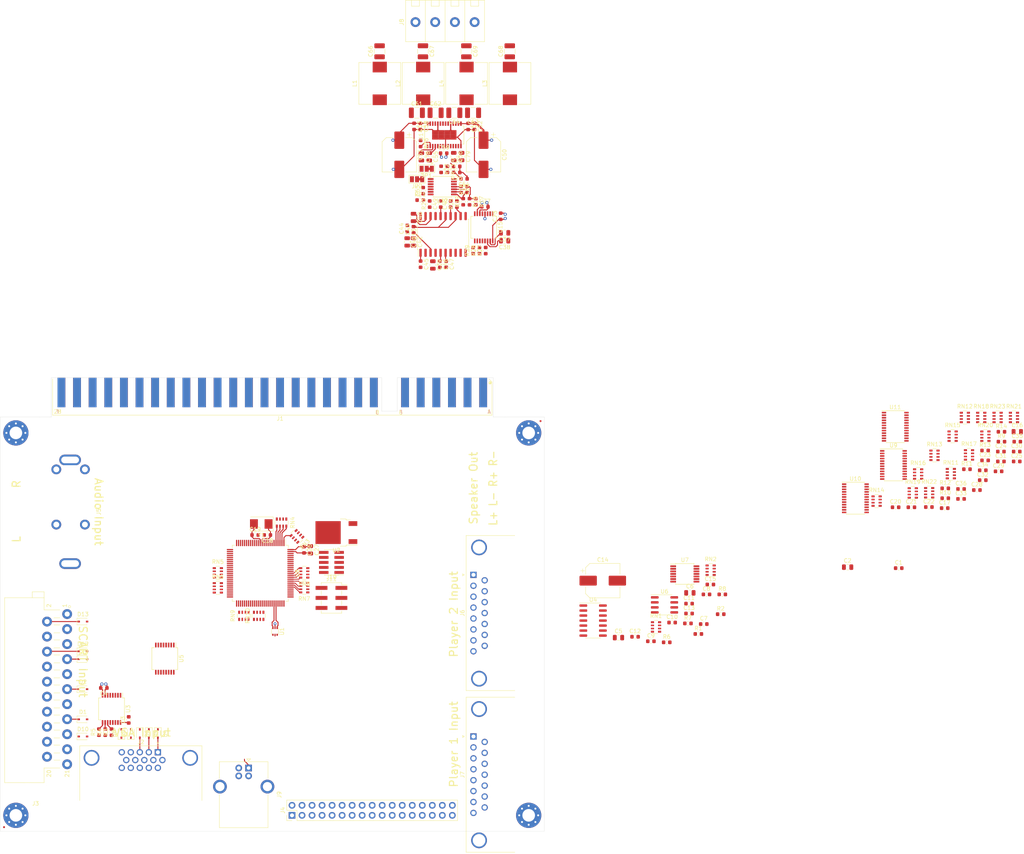
<source format=kicad_pcb>
(kicad_pcb (version 20171130) (host pcbnew 5.1.5)
  (layers (0 F.Cu signal) (31 B.Cu signal) (34 B.Paste user) (35 F.Paste user) (36 B.SilkS user) (37 F.SilkS user hide) (38 B.Mask user) (39 F.Mask user) (44 Edge.Cuts user))
  (net 0 "")
  (net 1 GND)
  (net 2 /P2_Z)
  (net 3 /P2_Y)
  (net 4 /P2_X)
  (net 5 /P2_C)
  (net 6 /P2_B)
  (net 7 /P2_A)
  (net 8 /P2_Right)
  (net 9 /P2_Left)
  (net 10 /P2_Down)
  (net 11 /P2_Up)
  (net 12 /P2_Start)
  (net 13 /Coin_B)
  (net 14 /Composite_Sync)
  (net 15 /Video_Green)
  (net 16 +12V)
  (net 17 -5V)
  (net 18 /P1_Z)
  (net 19 /P1_Y)
  (net 20 /P1_X)
  (net 21 /P1_C)
  (net 22 /P1_B)
  (net 23 /P1_A)
  (net 24 /P1_Right)
  (net 25 /P1_Left)
  (net 26 /P1_Down)
  (net 27 /P1_Up)
  (net 28 /P1_Start)
  (net 29 /Coin_A)
  (net 30 "Net-(J1-Pad15)")
  (net 31 /Video_Blue)
  (net 32 /Video_Red)
  (net 33 "Net-(J1-Pad11)")
  (net 34 "Net-(J1-Pad9)")
  (net 35 "Net-(J1-Pad8)")
  (net 36 +5V)
  (net 37 "Net-(RN2-Pad4)")
  (net 38 "Net-(RN2-Pad1)")
  (net 39 "Net-(RN2-Pad3)")
  (net 40 "Net-(RN2-Pad2)")
  (net 41 +3V3)
  (net 42 "Net-(J1-PadJ)")
  (net 43 "Net-(J1-PadK)")
  (net 44 "Net-(J1-PadM)")
  (net 45 "Net-(J1-PadR)")
  (net 46 "Net-(J1-PadS)")
  (net 47 "Net-(J4-Pad2)")
  (net 48 "Net-(J4-Pad1)")
  (net 49 "Net-(RN7-Pad7)")
  (net 50 "Net-(RN7-Pad8)")
  (net 51 "Net-(RN7-Pad6)")
  (net 52 "Net-(RN7-Pad5)")
  (net 53 "Net-(RN8-Pad5)")
  (net 54 "Net-(RN8-Pad6)")
  (net 55 "Net-(RN8-Pad8)")
  (net 56 "Net-(RN8-Pad7)")
  (net 57 "Net-(RN9-Pad7)")
  (net 58 "Net-(RN9-Pad8)")
  (net 59 "Net-(RN9-Pad6)")
  (net 60 "Net-(RN9-Pad5)")
  (net 61 "Net-(RN10-Pad5)")
  (net 62 "Net-(RN10-Pad6)")
  (net 63 "Net-(RN10-Pad8)")
  (net 64 "Net-(RN10-Pad7)")
  (net 65 /P1_MK)
  (net 66 /P1_LK)
  (net 67 /P1_HK)
  (net 68 /P2_MK)
  (net 69 /P2_LK)
  (net 70 /P2_HK)
  (net 71 "Net-(RN17-Pad4)")
  (net 72 /SCART_Audio_L)
  (net 73 /SCART_Audio_R)
  (net 74 /SCART_Red)
  (net 75 /SCART_Green)
  (net 76 /SCART_Blue)
  (net 77 /VGA_VSYNC)
  (net 78 /VGA_HSYNC)
  (net 79 /VGA_Blue)
  (net 80 /VGA_Green)
  (net 81 /VGA_Red)
  (net 82 /Audio/EXT_Audio_L)
  (net 83 /Audio/EXT_Audio_R)
  (net 84 /Audio/Audio_Mono)
  (net 85 "Net-(C5-Pad1)")
  (net 86 "Net-(C6-Pad1)")
  (net 87 /Audio/Audio_L)
  (net 88 "Net-(C11-Pad1)")
  (net 89 /Audio/Audio_R)
  (net 90 "Net-(C12-Pad1)")
  (net 91 /Speaker_JAMMA+)
  (net 92 /Speaker_JAMMA-)
  (net 93 "Net-(J2-Pad11)")
  (net 94 "Net-(J2-Pad9)")
  (net 95 "Net-(J2-Pad4)")
  (net 96 /SCART_Comp)
  (net 97 "Net-(J3-Pad16)")
  (net 98 "Net-(J3-Pad12)")
  (net 99 "Net-(J3-Pad10)")
  (net 100 "Net-(J3-Pad19)")
  (net 101 "Net-(J3-Pad3)")
  (net 102 "Net-(J3-Pad1)")
  (net 103 "Net-(J4-Pad32)")
  (net 104 "Net-(J4-Pad30)")
  (net 105 "Net-(J4-Pad29)")
  (net 106 "Net-(J4-Pad28)")
  (net 107 "Net-(J4-Pad27)")
  (net 108 "Net-(J4-Pad26)")
  (net 109 "Net-(J4-Pad25)")
  (net 110 "Net-(J4-Pad24)")
  (net 111 "Net-(J4-Pad22)")
  (net 112 "Net-(J4-Pad20)")
  (net 113 "Net-(J4-Pad18)")
  (net 114 "Net-(J4-Pad16)")
  (net 115 "Net-(J4-Pad14)")
  (net 116 "Net-(J4-Pad13)")
  (net 117 "Net-(J4-Pad12)")
  (net 118 "Net-(J4-Pad11)")
  (net 119 "Net-(J4-Pad10)")
  (net 120 "Net-(J4-Pad8)")
  (net 121 "Net-(J4-Pad7)")
  (net 122 "Net-(J4-Pad6)")
  (net 123 "Net-(J4-Pad5)")
  (net 124 "Net-(J4-Pad4)")
  (net 125 "Net-(J4-Pad3)")
  (net 126 "Net-(R14-Pad2)")
  (net 127 /Video/Video_CSYNC)
  (net 128 /Video/Video_Blue)
  (net 129 /Video/Video_Red)
  (net 130 /Video/Video_Green)
  (net 131 "Net-(RN3-Pad5)")
  (net 132 "Net-(RN3-Pad6)")
  (net 133 "Net-(RN3-Pad8)")
  (net 134 "Net-(RN3-Pad7)")
  (net 135 "Net-(RN4-Pad5)")
  (net 136 "Net-(RN4-Pad6)")
  (net 137 "Net-(RN4-Pad8)")
  (net 138 "Net-(RN4-Pad7)")
  (net 139 "Net-(RN5-Pad5)")
  (net 140 "Net-(RN5-Pad6)")
  (net 141 "Net-(RN5-Pad8)")
  (net 142 "Net-(RN5-Pad7)")
  (net 143 "Net-(RN6-Pad5)")
  (net 144 "Net-(RN6-Pad6)")
  (net 145 "Net-(RN6-Pad8)")
  (net 146 "Net-(RN6-Pad7)")
  (net 147 "/Digital I/O/P1_Button2")
  (net 148 "/Digital I/O/P1_Button1")
  (net 149 "/Digital I/O/P1_Button3")
  (net 150 "/Digital I/O/P1_Button4")
  (net 151 "/Digital I/O/P1_Button8")
  (net 152 "/Digital I/O/P1_Button7")
  (net 153 "/Digital I/O/P1_Button5")
  (net 154 "/Digital I/O/P1_Button6")
  (net 155 "/Digital I/O/P1_Button10")
  (net 156 "/Digital I/O/P1_Button9")
  (net 157 "/Digital I/O/P1_Button11")
  (net 158 "/Digital I/O/P1_Button12")
  (net 159 "/Digital I/O/P2_Shifter_DIR")
  (net 160 "/Digital I/O/P1_Shifter_DIR")
  (net 161 "/Digital I/O/P1&P2_Shifter_DIR")
  (net 162 "/Digital I/O/P2_Button2")
  (net 163 "/Digital I/O/P2_Button1")
  (net 164 "/Digital I/O/P2_Button3")
  (net 165 "/Digital I/O/P2_Button4")
  (net 166 "/Digital I/O/P2_Button8")
  (net 167 "/Digital I/O/P2_Button7")
  (net 168 "/Digital I/O/P2_Button5")
  (net 169 "/Digital I/O/P2_Button6")
  (net 170 "/Digital I/O/P2_Button10")
  (net 171 "/Digital I/O/P2_Button9")
  (net 172 "/Digital I/O/P2_Button11")
  (net 173 "/Digital I/O/P2_Button12")
  (net 174 /Video/VGA_CSYNC)
  (net 175 /Video/SCART_CSYNC)
  (net 176 "Net-(U7-Pad7)")
  (net 177 "Net-(U8-Pad7)")
  (net 178 "Net-(U8-Pad6)")
  (net 179 "/Digital I/O/VCC")
  (net 180 "/Digital I/O/P1_4")
  (net 181 "/Digital I/O/P1_2")
  (net 182 "/Digital I/O/P1_3")
  (net 183 "/Digital I/O/P1_1")
  (net 184 "/Digital I/O/P1_5")
  (net 185 "/Digital I/O/P1_7")
  (net 186 "/Digital I/O/P1_6")
  (net 187 "/Digital I/O/P1_8")
  (net 188 "/Digital I/O/P1_12")
  (net 189 "/Digital I/O/P1_10")
  (net 190 "/Digital I/O/P1_11")
  (net 191 "/Digital I/O/P1_9")
  (net 192 "/Digital I/O/P2_1")
  (net 193 "/Digital I/O/P2_3")
  (net 194 "/Digital I/O/P2_2")
  (net 195 "/Digital I/O/P2_4")
  (net 196 "/Digital I/O/P2_8")
  (net 197 "/Digital I/O/P2_6")
  (net 198 "/Digital I/O/P2_7")
  (net 199 "/Digital I/O/P2_5")
  (net 200 "/Digital I/O/P2_9")
  (net 201 "/Digital I/O/P2_11")
  (net 202 "/Digital I/O/P2_10")
  (net 203 "/Digital I/O/P2_12")
  (net 204 /Audio/Speaker_R+)
  (net 205 /Audio/Speaker_R-)
  (net 206 "Net-(J9-Pad1)")
  (net 207 "Net-(J9-Pad2)")
  (net 208 "Net-(J9-Pad3)")
  (net 209 /Audio/Audio_L_Mono)
  (net 210 "Net-(C61-Pad1)")
  (net 211 "Net-(C62-Pad1)")
  (net 212 "Net-(JP1-Pad1)")
  (net 213 "Net-(JP2-Pad1)")
  (net 214 "/Digital I/O/~TRST~")
  (net 215 "/Digital I/O/TDI_NC")
  (net 216 "/Digital I/O/TDO_TRACESWO")
  (net 217 "/Digital I/O/TCK_SWCLK")
  (net 218 "/Digital I/O/TMS_SWDIO")
  (net 219 "/Digital I/O/BOOT0")
  (net 220 "/Digital I/O/BOOT1")
  (net 221 "Net-(R22-Pad1)")
  (net 222 "Net-(RN10-Pad4)")
  (net 223 "Net-(RN11-Pad5)")
  (net 224 "Net-(RN11-Pad6)")
  (net 225 "Net-(RN11-Pad8)")
  (net 226 "Net-(RN11-Pad7)")
  (net 227 "Net-(RN12-Pad5)")
  (net 228 "Net-(RN12-Pad6)")
  (net 229 "Net-(RN12-Pad8)")
  (net 230 "Net-(RN12-Pad7)")
  (net 231 "Net-(RN13-Pad5)")
  (net 232 "Net-(RN13-Pad6)")
  (net 233 "Net-(RN13-Pad8)")
  (net 234 "Net-(RN13-Pad7)")
  (net 235 "Net-(RN14-Pad5)")
  (net 236 "Net-(RN14-Pad6)")
  (net 237 "Net-(RN14-Pad8)")
  (net 238 "Net-(RN14-Pad7)")
  (net 239 "Net-(RN15-Pad5)")
  (net 240 "Net-(RN15-Pad6)")
  (net 241 "Net-(RN15-Pad8)")
  (net 242 "Net-(RN15-Pad7)")
  (net 243 "Net-(RN16-Pad5)")
  (net 244 "Net-(RN16-Pad6)")
  (net 245 "Net-(RN16-Pad8)")
  (net 246 "Net-(RN16-Pad7)")
  (net 247 "Net-(RN17-Pad5)")
  (net 248 "Net-(RN17-Pad6)")
  (net 249 "Net-(RN17-Pad8)")
  (net 250 "Net-(RN17-Pad7)")
  (net 251 "/Digital I/O/USB_D+")
  (net 252 "/Digital I/O/USB_D-")
  (net 253 "Net-(RN18-Pad1)")
  (net 254 "Net-(RN18-Pad3)")
  (net 255 "Net-(RN18-Pad2)")
  (net 256 "Net-(RN18-Pad4)")
  (net 257 "Net-(RN19-Pad4)")
  (net 258 "Net-(RN19-Pad2)")
  (net 259 "Net-(RN19-Pad3)")
  (net 260 "Net-(RN19-Pad1)")
  (net 261 "Net-(RN20-Pad1)")
  (net 262 "Net-(RN20-Pad3)")
  (net 263 "Net-(RN20-Pad2)")
  (net 264 "Net-(RN20-Pad4)")
  (net 265 "Net-(RN21-Pad4)")
  (net 266 "Net-(RN21-Pad2)")
  (net 267 "Net-(RN21-Pad3)")
  (net 268 "Net-(RN21-Pad1)")
  (net 269 "Net-(RN22-Pad1)")
  (net 270 "Net-(RN22-Pad3)")
  (net 271 "Net-(RN22-Pad2)")
  (net 272 "Net-(RN22-Pad4)")
  (net 273 "Net-(RN23-Pad4)")
  (net 274 "Net-(RN23-Pad2)")
  (net 275 "Net-(RN23-Pad3)")
  (net 276 "Net-(RN23-Pad1)")
  (net 277 "Net-(C10-Pad1)")
  (net 278 "Net-(C18-Pad1)")
  (net 279 "Net-(C19-Pad1)")
  (net 280 "Net-(C37-Pad1)")
  (net 281 "Net-(C38-Pad1)")
  (net 282 "Net-(C39-Pad1)")
  (net 283 "Net-(C40-Pad1)")
  (net 284 "Net-(C45-Pad1)")
  (net 285 "Net-(C46-Pad1)")
  (net 286 "Net-(C47-Pad1)")
  (net 287 "Net-(C48-Pad1)")
  (net 288 "Net-(C49-Pad1)")
  (net 289 "Net-(C54-Pad1)")
  (net 290 "Net-(C55-Pad1)")
  (net 291 "Net-(C56-Pad1)")
  (net 292 "Net-(C61-Pad2)")
  (net 293 "Net-(C62-Pad2)")
  (net 294 "Net-(C63-Pad2)")
  (net 295 "Net-(C63-Pad1)")
  (net 296 "Net-(C64-Pad2)")
  (net 297 "Net-(C64-Pad1)")
  (net 298 "Net-(J10-Pad5)")
  (net 299 "Net-(J10-Pad2)")
  (net 300 "Net-(J11-Pad7)")
  (net 301 "Net-(R3-Pad2)")
  (net 302 /Video_Select_Red)
  (net 303 "Net-(R4-Pad2)")
  (net 304 /Video_Select_Green)
  (net 305 "Net-(R5-Pad2)")
  (net 306 /Video_Select_Blue)
  (net 307 "Net-(R7-Pad2)")
  (net 308 /Video_Select_CSYNC)
  (net 309 "Net-(R9-Pad2)")
  (net 310 "Net-(R12-Pad2)")
  (net 311 "Net-(R13-Pad2)")
  (net 312 "Net-(R15-Pad1)")
  (net 313 "Net-(R16-Pad1)")
  (net 314 "Net-(R18-Pad1)")
  (net 315 "Net-(R19-Pad1)")
  (net 316 "Net-(R20-Pad1)")
  (net 317 "Net-(R23-Pad1)")
  (net 318 "Net-(R24-Pad1)")
  (net 319 "Net-(R26-Pad2)")
  (net 320 "Net-(R27-Pad2)")
  (net 321 /Audio_Select_L)
  (net 322 "Net-(R28-Pad2)")
  (net 323 /Audio_Select_R)
  (net 324 "Net-(R29-Pad2)")
  (net 325 /Audio_Select_Mono)
  (net 326 "Net-(U4-Pad13)")
  (net 327 "Net-(U4-Pad10)")
  (net 328 "Net-(U4-Pad3)")
  (net 329 "Net-(U6-Pad7)")
  (net 330 "Net-(U6-Pad5)")
  (net 331 "Net-(U6-Pad3)")
  (net 332 "Net-(U8-Pad73)")
  (net 333 "Net-(U8-Pad62)")
  (net 334 "Net-(U8-Pad46)")
  (net 335 /VOL_DATA_IN)
  (net 336 /VOL_LOAD_SHIFT)
  (net 337 /VOL_CLK)
  (net 338 "Net-(U8-Pad9)")
  (net 339 "Net-(U8-Pad8)")
  (net 340 "Net-(U12-Pad10)")
  (net 341 "Net-(U14-Pad1)")
  (net 342 "Net-(J2-Pad15)")
  (net 343 "Net-(U7-Pad8)")
  (net 344 "Net-(U14-Pad13)")
  (net 345 "Net-(U12-Pad5)")
  (net 346 "Net-(C78-Pad2)")
  (net 347 "Net-(C78-Pad1)")
  (net 348 "Net-(C79-Pad1)")
  (net 349 "Net-(C79-Pad2)")
  (net 350 "Net-(J2-Pad12)")
  (net 351 "Net-(J3-Pad8)")
  (net 352 "Net-(RN3-Pad1)")
  (module Package_QFP:LQFP-100_14x14mm_P0.5mm (layer F.Cu) (at 145.95 93.85 270)
    (fp_text reference U8 (at 0 -9.42 90) (layer F.SilkS))
    (fp_text value STM32F103V8Tx)
    (pad 100 smd roundrect (at -6 -7.675 270) (size 0.3 1.6) (layers F.Cu F.Paste F.Mask) (net 41 +3V3))
    (pad 99 smd roundrect (at -5.5 -7.675 270) (size 0.3 1.6) (layers F.Cu F.Paste F.Mask) (net 1 GND))
    (pad 98 smd roundrect (at -5 -7.675 270) (size 0.3 1.6) (layers F.Cu F.Paste F.Mask) (net 132 "Net-(RN3-Pad6)"))
    (pad 97 smd roundrect (at -4.5 -7.675 270) (size 0.3 1.6) (layers F.Cu F.Paste F.Mask) (net 134 "Net-(RN3-Pad7)"))
    (pad 96 smd roundrect (at -4 -7.675 270) (size 0.3 1.6) (layers F.Cu F.Paste F.Mask) (net 165 "/Digital I/O/P2_Button4"))
    (pad 95 smd roundrect (at -3.5 -7.675 270) (size 0.3 1.6) (layers F.Cu F.Paste F.Mask) (net 164 "/Digital I/O/P2_Button3"))
    (pad 94 smd roundrect (at -3 -7.675 270) (size 0.3 1.6) (layers F.Cu F.Paste F.Mask) (net 219 "/Digital I/O/BOOT0"))
    (pad 93 smd roundrect (at -2.5 -7.675 270) (size 0.3 1.6) (layers F.Cu F.Paste F.Mask) (net 162 "/Digital I/O/P2_Button2"))
    (pad 92 smd roundrect (at -2 -7.675 270) (size 0.3 1.6) (layers F.Cu F.Paste F.Mask) (net 163 "/Digital I/O/P2_Button1"))
    (pad 91 smd roundrect (at -1.5 -7.675 270) (size 0.3 1.6) (layers F.Cu F.Paste F.Mask) (net 158 "/Digital I/O/P1_Button12"))
    (pad 90 smd roundrect (at -1 -7.675 270) (size 0.3 1.6) (layers F.Cu F.Paste F.Mask) (net 214 "/Digital I/O/~TRST~"))
    (pad 89 smd roundrect (at -0.5 -7.675 270) (size 0.3 1.6) (layers F.Cu F.Paste F.Mask) (net 216 "/Digital I/O/TDO_TRACESWO"))
    (pad 88 smd roundrect (at 0 -7.675 270) (size 0.3 1.6) (layers F.Cu F.Paste F.Mask) (net 53 "Net-(RN8-Pad5)"))
    (pad 87 smd roundrect (at 0.5 -7.675 270) (size 0.3 1.6) (layers F.Cu F.Paste F.Mask) (net 54 "Net-(RN8-Pad6)"))
    (pad 86 smd roundrect (at 1 -7.675 270) (size 0.3 1.6) (layers F.Cu F.Paste F.Mask) (net 56 "Net-(RN8-Pad7)"))
    (pad 85 smd roundrect (at 1.5 -7.675 270) (size 0.3 1.6) (layers F.Cu F.Paste F.Mask) (net 55 "Net-(RN8-Pad8)"))
    (pad 84 smd roundrect (at 2 -7.675 270) (size 0.3 1.6) (layers F.Cu F.Paste F.Mask) (net 52 "Net-(RN7-Pad5)"))
    (pad 83 smd roundrect (at 2.5 -7.675 270) (size 0.3 1.6) (layers F.Cu F.Paste F.Mask) (net 51 "Net-(RN7-Pad6)"))
    (pad 82 smd roundrect (at 3 -7.675 270) (size 0.3 1.6) (layers F.Cu F.Paste F.Mask) (net 49 "Net-(RN7-Pad7)"))
    (pad 81 smd roundrect (at 3.5 -7.675 270) (size 0.3 1.6) (layers F.Cu F.Paste F.Mask) (net 50 "Net-(RN7-Pad8)"))
    (pad 80 smd roundrect (at 4 -7.675 270) (size 0.3 1.6) (layers F.Cu F.Paste F.Mask) (net 308 /Video_Select_CSYNC))
    (pad 79 smd roundrect (at 4.5 -7.675 270) (size 0.3 1.6) (layers F.Cu F.Paste F.Mask) (net 306 /Video_Select_Blue))
    (pad 78 smd roundrect (at 5 -7.675 270) (size 0.3 1.6) (layers F.Cu F.Paste F.Mask) (net 304 /Video_Select_Green))
    (pad 77 smd roundrect (at 5.5 -7.675 270) (size 0.3 1.6) (layers F.Cu F.Paste F.Mask) (net 215 "/Digital I/O/TDI_NC"))
    (pad 76 smd roundrect (at 6 -7.675 270) (size 0.3 1.6) (layers F.Cu F.Paste F.Mask) (net 217 "/Digital I/O/TCK_SWCLK"))
    (pad 75 smd roundrect (at 7.675 -6 270) (size 1.6 0.3) (layers F.Cu F.Paste F.Mask) (net 41 +3V3))
    (pad 74 smd roundrect (at 7.675 -5.5 270) (size 1.6 0.3) (layers F.Cu F.Paste F.Mask) (net 1 GND))
    (pad 73 smd roundrect (at 7.675 -5 270) (size 1.6 0.3) (layers F.Cu F.Paste F.Mask) (net 332 "Net-(U8-Pad73)"))
    (pad 72 smd roundrect (at 7.675 -4.5 270) (size 1.6 0.3) (layers F.Cu F.Paste F.Mask) (net 218 "/Digital I/O/TMS_SWDIO"))
    (pad 71 smd roundrect (at 7.675 -4 270) (size 1.6 0.3) (layers F.Cu F.Paste F.Mask) (net 251 "/Digital I/O/USB_D+"))
    (pad 70 smd roundrect (at 7.675 -3.5 270) (size 1.6 0.3) (layers F.Cu F.Paste F.Mask) (net 252 "/Digital I/O/USB_D-"))
    (pad 69 smd roundrect (at 7.675 -3 270) (size 1.6 0.3) (layers F.Cu F.Paste F.Mask) (net 155 "/Digital I/O/P1_Button10"))
    (pad 68 smd roundrect (at 7.675 -2.5 270) (size 1.6 0.3) (layers F.Cu F.Paste F.Mask) (net 156 "/Digital I/O/P1_Button9"))
    (pad 67 smd roundrect (at 7.675 -2 270) (size 1.6 0.3) (layers F.Cu F.Paste F.Mask) (net 151 "/Digital I/O/P1_Button8"))
    (pad 66 smd roundrect (at 7.675 -1.5 270) (size 1.6 0.3) (layers F.Cu F.Paste F.Mask) (net 302 /Video_Select_Red))
    (pad 65 smd roundrect (at 7.675 -1 270) (size 1.6 0.3) (layers F.Cu F.Paste F.Mask) (net 325 /Audio_Select_Mono))
    (pad 64 smd roundrect (at 7.675 -0.5 270) (size 1.6 0.3) (layers F.Cu F.Paste F.Mask) (net 323 /Audio_Select_R))
    (pad 63 smd roundrect (at 7.675 0 270) (size 1.6 0.3) (layers F.Cu F.Paste F.Mask) (net 321 /Audio_Select_L))
    (pad 62 smd roundrect (at 7.675 0.5 270) (size 1.6 0.3) (layers F.Cu F.Paste F.Mask) (net 333 "Net-(U8-Pad62)"))
    (pad 61 smd roundrect (at 7.675 1 270) (size 1.6 0.3) (layers F.Cu F.Paste F.Mask) (net 62 "Net-(RN10-Pad6)"))
    (pad 60 smd roundrect (at 7.675 1.5 270) (size 1.6 0.3) (layers F.Cu F.Paste F.Mask) (net 64 "Net-(RN10-Pad7)"))
    (pad 59 smd roundrect (at 7.675 2 270) (size 1.6 0.3) (layers F.Cu F.Paste F.Mask) (net 63 "Net-(RN10-Pad8)"))
    (pad 58 smd roundrect (at 7.675 2.5 270) (size 1.6 0.3) (layers F.Cu F.Paste F.Mask) (net 60 "Net-(RN9-Pad5)"))
    (pad 57 smd roundrect (at 7.675 3 270) (size 1.6 0.3) (layers F.Cu F.Paste F.Mask) (net 59 "Net-(RN9-Pad6)"))
    (pad 56 smd roundrect (at 7.675 3.5 270) (size 1.6 0.3) (layers F.Cu F.Paste F.Mask) (net 57 "Net-(RN9-Pad7)"))
    (pad 55 smd roundrect (at 7.675 4 270) (size 1.6 0.3) (layers F.Cu F.Paste F.Mask) (net 58 "Net-(RN9-Pad8)"))
    (pad 54 smd roundrect (at 7.675 4.5 270) (size 1.6 0.3) (layers F.Cu F.Paste F.Mask) (net 170 "/Digital I/O/P2_Button10"))
    (pad 53 smd roundrect (at 7.675 5 270) (size 1.6 0.3) (layers F.Cu F.Paste F.Mask) (net 171 "/Digital I/O/P2_Button9"))
    (pad 52 smd roundrect (at 7.675 5.5 270) (size 1.6 0.3) (layers F.Cu F.Paste F.Mask) (net 166 "/Digital I/O/P2_Button8"))
    (pad 51 smd roundrect (at 7.675 6 270) (size 1.6 0.3) (layers F.Cu F.Paste F.Mask) (net 167 "/Digital I/O/P2_Button7"))
    (pad 50 smd roundrect (at 6 7.675 270) (size 0.3 1.6) (layers F.Cu F.Paste F.Mask) (net 41 +3V3))
    (pad 49 smd roundrect (at 5.5 7.675 270) (size 0.3 1.6) (layers F.Cu F.Paste F.Mask) (net 1 GND))
    (pad 48 smd roundrect (at 5 7.675 270) (size 0.3 1.6) (layers F.Cu F.Paste F.Mask) (net 169 "/Digital I/O/P2_Button6"))
    (pad 47 smd roundrect (at 4.5 7.675 270) (size 0.3 1.6) (layers F.Cu F.Paste F.Mask) (net 168 "/Digital I/O/P2_Button5"))
    (pad 46 smd roundrect (at 4 7.675 270) (size 0.3 1.6) (layers F.Cu F.Paste F.Mask) (net 334 "Net-(U8-Pad46)"))
    (pad 45 smd roundrect (at 3.5 7.675 270) (size 0.3 1.6) (layers F.Cu F.Paste F.Mask) (net 143 "Net-(RN6-Pad5)"))
    (pad 44 smd roundrect (at 3 7.675 270) (size 0.3 1.6) (layers F.Cu F.Paste F.Mask) (net 144 "Net-(RN6-Pad6)"))
    (pad 43 smd roundrect (at 2.5 7.675 270) (size 0.3 1.6) (layers F.Cu F.Paste F.Mask) (net 146 "Net-(RN6-Pad7)"))
    (pad 42 smd roundrect (at 2 7.675 270) (size 0.3 1.6) (layers F.Cu F.Paste F.Mask) (net 145 "Net-(RN6-Pad8)"))
    (pad 41 smd roundrect (at 1.5 7.675 270) (size 0.3 1.6) (layers F.Cu F.Paste F.Mask) (net 139 "Net-(RN5-Pad5)"))
    (pad 40 smd roundrect (at 1 7.675 270) (size 0.3 1.6) (layers F.Cu F.Paste F.Mask) (net 140 "Net-(RN5-Pad6)"))
    (pad 39 smd roundrect (at 0.5 7.675 270) (size 0.3 1.6) (layers F.Cu F.Paste F.Mask) (net 142 "Net-(RN5-Pad7)"))
    (pad 38 smd roundrect (at 0 7.675 270) (size 0.3 1.6) (layers F.Cu F.Paste F.Mask) (net 141 "Net-(RN5-Pad8)"))
    (pad 37 smd roundrect (at -0.5 7.675 270) (size 0.3 1.6) (layers F.Cu F.Paste F.Mask) (net 220 "/Digital I/O/BOOT1"))
    (pad 36 smd roundrect (at -1 7.675 270) (size 0.3 1.6) (layers F.Cu F.Paste F.Mask) (net 157 "/Digital I/O/P1_Button11"))
    (pad 35 smd roundrect (at -1.5 7.675 270) (size 0.3 1.6) (layers F.Cu F.Paste F.Mask) (net 161 "/Digital I/O/P1&P2_Shifter_DIR"))
    (pad 34 smd roundrect (at -2 7.675 270) (size 0.3 1.6) (layers F.Cu F.Paste F.Mask) (net 335 /VOL_DATA_IN))
    (pad 33 smd roundrect (at -2.5 7.675 270) (size 0.3 1.6) (layers F.Cu F.Paste F.Mask) (net 336 /VOL_LOAD_SHIFT))
    (pad 32 smd roundrect (at -3 7.675 270) (size 0.3 1.6) (layers F.Cu F.Paste F.Mask) (net 152 "/Digital I/O/P1_Button7"))
    (pad 31 smd roundrect (at -3.5 7.675 270) (size 0.3 1.6) (layers F.Cu F.Paste F.Mask) (net 154 "/Digital I/O/P1_Button6"))
    (pad 30 smd roundrect (at -4 7.675 270) (size 0.3 1.6) (layers F.Cu F.Paste F.Mask) (net 153 "/Digital I/O/P1_Button5"))
    (pad 29 smd roundrect (at -4.5 7.675 270) (size 0.3 1.6) (layers F.Cu F.Paste F.Mask) (net 150 "/Digital I/O/P1_Button4"))
    (pad 28 smd roundrect (at -5 7.675 270) (size 0.3 1.6) (layers F.Cu F.Paste F.Mask) (net 41 +3V3))
    (pad 27 smd roundrect (at -5.5 7.675 270) (size 0.3 1.6) (layers F.Cu F.Paste F.Mask) (net 1 GND))
    (pad 26 smd roundrect (at -6 7.675 270) (size 0.3 1.6) (layers F.Cu F.Paste F.Mask) (net 149 "/Digital I/O/P1_Button3"))
    (pad 25 smd roundrect (at -7.675 6 270) (size 1.6 0.3) (layers F.Cu F.Paste F.Mask) (net 147 "/Digital I/O/P1_Button2"))
    (pad 24 smd roundrect (at -7.675 5.5 270) (size 1.6 0.3) (layers F.Cu F.Paste F.Mask) (net 148 "/Digital I/O/P1_Button1"))
    (pad 23 smd roundrect (at -7.675 5 270) (size 1.6 0.3) (layers F.Cu F.Paste F.Mask) (net 160 "/Digital I/O/P1_Shifter_DIR"))
    (pad 22 smd roundrect (at -7.675 4.5 270) (size 1.6 0.3) (layers F.Cu F.Paste F.Mask) (net 41 +3V3))
    (pad 21 smd roundrect (at -7.675 4 270) (size 1.6 0.3) (layers F.Cu F.Paste F.Mask) (net 41 +3V3))
    (pad 20 smd roundrect (at -7.675 3.5 270) (size 1.6 0.3) (layers F.Cu F.Paste F.Mask) (net 1 GND))
    (pad 19 smd roundrect (at -7.675 3 270) (size 1.6 0.3) (layers F.Cu F.Paste F.Mask) (net 1 GND))
    (pad 18 smd roundrect (at -7.675 2.5 270) (size 1.6 0.3) (layers F.Cu F.Paste F.Mask) (net 337 /VOL_CLK))
    (pad 17 smd roundrect (at -7.675 2 270) (size 1.6 0.3) (layers F.Cu F.Paste F.Mask) (net 173 "/Digital I/O/P2_Button12"))
    (pad 16 smd roundrect (at -7.675 1.5 270) (size 1.6 0.3) (layers F.Cu F.Paste F.Mask) (net 172 "/Digital I/O/P2_Button11"))
    (pad 15 smd roundrect (at -7.675 1 270) (size 1.6 0.3) (layers F.Cu F.Paste F.Mask) (net 159 "/Digital I/O/P2_Shifter_DIR"))
    (pad 14 smd roundrect (at -7.675 0.5 270) (size 1.6 0.3) (layers F.Cu F.Paste F.Mask) (net 309 "Net-(R9-Pad2)"))
    (pad 13 smd roundrect (at -7.675 0 270) (size 1.6 0.3) (layers F.Cu F.Paste F.Mask) (net 279 "Net-(C19-Pad1)"))
    (pad 12 smd roundrect (at -7.675 -0.5 270) (size 1.6 0.3) (layers F.Cu F.Paste F.Mask) (net 278 "Net-(C18-Pad1)"))
    (pad 11 smd roundrect (at -7.675 -1 270) (size 1.6 0.3) (layers F.Cu F.Paste F.Mask) (net 41 +3V3))
    (pad 10 smd roundrect (at -7.675 -1.5 270) (size 1.6 0.3) (layers F.Cu F.Paste F.Mask) (net 1 GND))
    (pad 9 smd roundrect (at -7.675 -2 270) (size 1.6 0.3) (layers F.Cu F.Paste F.Mask) (net 338 "Net-(U8-Pad9)"))
    (pad 8 smd roundrect (at -7.675 -2.5 270) (size 1.6 0.3) (layers F.Cu F.Paste F.Mask) (net 339 "Net-(U8-Pad8)"))
    (pad 7 smd roundrect (at -7.675 -3 270) (size 1.6 0.3) (layers F.Cu F.Paste F.Mask) (net 177 "Net-(U8-Pad7)"))
    (pad 6 smd roundrect (at -7.675 -3.5 270) (size 1.6 0.3) (layers F.Cu F.Paste F.Mask) (net 178 "Net-(U8-Pad6)"))
    (pad 5 smd roundrect (at -7.675 -4 270) (size 1.6 0.3) (layers F.Cu F.Paste F.Mask) (net 135 "Net-(RN4-Pad5)"))
    (pad 4 smd roundrect (at -7.675 -4.5 270) (size 1.6 0.3) (layers F.Cu F.Paste F.Mask) (net 136 "Net-(RN4-Pad6)"))
    (pad 3 smd roundrect (at -7.675 -5 270) (size 1.6 0.3) (layers F.Cu F.Paste F.Mask) (net 138 "Net-(RN4-Pad7)"))
    (pad 2 smd roundrect (at -7.675 -5.5 270) (size 1.6 0.3) (layers F.Cu F.Paste F.Mask) (net 137 "Net-(RN4-Pad8)"))
    (pad 1 smd roundrect (at -7.675 -6 270) (size 1.6 0.3) (layers F.Cu F.Paste F.Mask) (net 131 "Net-(RN3-Pad5)"))
  )
  (module Crystal:Crystal_SMD_5032-2Pin_5.0x3.2mm (layer F.Cu) (at 146.2 81.35 180)
    (fp_text reference Y1 (at 0 -2.8) (layer F.SilkS))
    (fp_text value 8MHz)
    (pad 2 smd rect (at 1.85 0 180) (size 2 2.4) (layers F.Cu F.Paste F.Mask) (net 279 "Net-(C19-Pad1)"))
    (pad 1 smd rect (at -1.85 0 180) (size 2 2.4) (layers F.Cu F.Paste F.Mask) (net 278 "Net-(C18-Pad1)"))
  )
  (module Package_SO:SSOP-16_5.3x6.2mm_P0.65mm (layer F.Cu) (at 202.6 6.1 270)
    (fp_text reference U15 (at 0 -4.2 90) (layer F.SilkS))
    (fp_text value 74HCT4053)
    (pad 16 smd rect (at 3.45 -2.275 270) (size 1.2 0.4) (layers F.Cu F.Paste F.Mask) (net 36 +5V))
    (pad 15 smd rect (at 3.45 -1.625 270) (size 1.2 0.4) (layers F.Cu F.Paste F.Mask) (net 87 /Audio/Audio_L))
    (pad 14 smd rect (at 3.45 -0.975 270) (size 1.2 0.4) (layers F.Cu F.Paste F.Mask) (net 89 /Audio/Audio_R))
    (pad 13 smd rect (at 3.45 -0.325 270) (size 1.2 0.4) (layers F.Cu F.Paste F.Mask) (net 82 /Audio/EXT_Audio_L))
    (pad 12 smd rect (at 3.45 0.325 270) (size 1.2 0.4) (layers F.Cu F.Paste F.Mask) (net 72 /SCART_Audio_L))
    (pad 11 smd rect (at 3.45 0.975 270) (size 1.2 0.4) (layers F.Cu F.Paste F.Mask) (net 320 "Net-(R27-Pad2)"))
    (pad 10 smd rect (at 3.45 1.625 270) (size 1.2 0.4) (layers F.Cu F.Paste F.Mask) (net 322 "Net-(R28-Pad2)"))
    (pad 9 smd rect (at 3.45 2.275 270) (size 1.2 0.4) (layers F.Cu F.Paste F.Mask) (net 324 "Net-(R29-Pad2)"))
    (pad 8 smd rect (at -3.45 2.275 270) (size 1.2 0.4) (layers F.Cu F.Paste F.Mask) (net 1 GND))
    (pad 7 smd rect (at -3.45 1.625 270) (size 1.2 0.4) (layers F.Cu F.Paste F.Mask) (net 17 -5V))
    (pad 6 smd rect (at -3.45 0.975 270) (size 1.2 0.4) (layers F.Cu F.Paste F.Mask) (net 1 GND))
    (pad 5 smd rect (at -3.45 0.325 270) (size 1.2 0.4) (layers F.Cu F.Paste F.Mask) (net 87 /Audio/Audio_L))
    (pad 4 smd rect (at -3.45 -0.325 270) (size 1.2 0.4) (layers F.Cu F.Paste F.Mask) (net 209 /Audio/Audio_L_Mono))
    (pad 3 smd rect (at -3.45 -0.975 270) (size 1.2 0.4) (layers F.Cu F.Paste F.Mask) (net 84 /Audio/Audio_Mono))
    (pad 2 smd rect (at -3.45 -1.625 270) (size 1.2 0.4) (layers F.Cu F.Paste F.Mask) (net 73 /SCART_Audio_R))
    (pad 1 smd rect (at -3.45 -2.275 270) (size 1.2 0.4) (layers F.Cu F.Paste F.Mask) (net 83 /Audio/EXT_Audio_R))
  )
  (module Package_SO:TSSOP-28-1EP_4.4x9.7mm_P0.65mm (layer F.Cu) (at 192.6 -17.35 90)
    (fp_text reference U14 (at 0 -5.9 90) (layer F.SilkS))
    (fp_text value TPA3138D2)
    (pad 29 smd rect (at -0.6 -2.31375 90) (size 1.2 1.5425) (layers F.Cu F.Paste F.Mask) (net 1 GND))
    (pad 29 smd rect (at -0.6 -0.77125 90) (size 1.2 1.5425) (layers F.Cu F.Paste F.Mask) (net 1 GND))
    (pad 29 smd rect (at -0.6 0.77125 90) (size 1.2 1.5425) (layers F.Cu F.Paste F.Mask) (net 1 GND))
    (pad 29 smd rect (at -0.6 2.31375 90) (size 1.2 1.5425) (layers F.Cu F.Paste F.Mask) (net 1 GND))
    (pad 29 smd rect (at 0.6 -2.31375 90) (size 1.2 1.5425) (layers F.Cu F.Paste F.Mask) (net 1 GND))
    (pad 29 smd rect (at 0.6 -0.77125 90) (size 1.2 1.5425) (layers F.Cu F.Paste F.Mask) (net 1 GND))
    (pad 29 smd rect (at 0.6 0.77125 90) (size 1.2 1.5425) (layers F.Cu F.Paste F.Mask) (net 1 GND))
    (pad 29 smd rect (at 0.6 2.31375 90) (size 1.2 1.5425) (layers F.Cu F.Paste F.Mask) (net 1 GND))
    (pad 28 smd rect (at 2.85 -4.225 90) (size 1.1 0.4) (layers F.Cu F.Paste F.Mask) (net 16 +12V))
    (pad 27 smd rect (at 2.85 -3.575 90) (size 1.1 0.4) (layers F.Cu F.Paste F.Mask) (net 16 +12V))
    (pad 26 smd rect (at 2.85 -2.925 90) (size 1.1 0.4) (layers F.Cu F.Paste F.Mask) (net 210 "Net-(C61-Pad1)"))
    (pad 25 smd rect (at 2.85 -2.275 90) (size 1.1 0.4) (layers F.Cu F.Paste F.Mask) (net 292 "Net-(C61-Pad2)"))
    (pad 24 smd rect (at 2.85 -1.625 90) (size 1.1 0.4) (layers F.Cu F.Paste F.Mask) (net 1 GND))
    (pad 23 smd rect (at 2.85 -0.975 90) (size 1.1 0.4) (layers F.Cu F.Paste F.Mask) (net 211 "Net-(C62-Pad1)"))
    (pad 22 smd rect (at 2.85 -0.325 90) (size 1.1 0.4) (layers F.Cu F.Paste F.Mask) (net 293 "Net-(C62-Pad2)"))
    (pad 21 smd rect (at 2.85 0.325 90) (size 1.1 0.4) (layers F.Cu F.Paste F.Mask) (net 296 "Net-(C64-Pad2)"))
    (pad 20 smd rect (at 2.85 0.975 90) (size 1.1 0.4) (layers F.Cu F.Paste F.Mask) (net 297 "Net-(C64-Pad1)"))
    (pad 19 smd rect (at 2.85 1.625 90) (size 1.1 0.4) (layers F.Cu F.Paste F.Mask) (net 1 GND))
    (pad 18 smd rect (at 2.85 2.275 90) (size 1.1 0.4) (layers F.Cu F.Paste F.Mask) (net 294 "Net-(C63-Pad2)"))
    (pad 17 smd rect (at 2.85 2.925 90) (size 1.1 0.4) (layers F.Cu F.Paste F.Mask) (net 295 "Net-(C63-Pad1)"))
    (pad 16 smd rect (at 2.85 3.575 90) (size 1.1 0.4) (layers F.Cu F.Paste F.Mask) (net 16 +12V))
    (pad 15 smd rect (at 2.85 4.225 90) (size 1.1 0.4) (layers F.Cu F.Paste F.Mask) (net 16 +12V))
    (pad 14 smd rect (at -2.85 4.225 90) (size 1.1 0.4) (layers F.Cu F.Paste F.Mask) (net 1 GND))
    (pad 13 smd rect (at -2.85 3.575 90) (size 1.1 0.4) (layers F.Cu F.Paste F.Mask) (net 344 "Net-(U14-Pad13)"))
    (pad 12 smd rect (at -2.85 2.925 90) (size 1.1 0.4) (layers F.Cu F.Paste F.Mask) (net 348 "Net-(C79-Pad1)"))
    (pad 11 smd rect (at -2.85 2.275 90) (size 1.1 0.4) (layers F.Cu F.Paste F.Mask) (net 291 "Net-(C56-Pad1)"))
    (pad 10 smd rect (at -2.85 1.625 90) (size 1.1 0.4) (layers F.Cu F.Paste F.Mask) (net 289 "Net-(C54-Pad1)"))
    (pad 9 smd rect (at -2.85 0.975 90) (size 1.1 0.4) (layers F.Cu F.Paste F.Mask) (net 318 "Net-(R24-Pad1)"))
    (pad 8 smd rect (at -2.85 0.325 90) (size 1.1 0.4) (layers F.Cu F.Paste F.Mask) (net 1 GND))
    (pad 7 smd rect (at -2.85 -0.325 90) (size 1.1 0.4) (layers F.Cu F.Paste F.Mask) (net 16 +12V))
    (pad 6 smd rect (at -2.85 -0.975 90) (size 1.1 0.4) (layers F.Cu F.Paste F.Mask) (net 317 "Net-(R23-Pad1)"))
    (pad 5 smd rect (at -2.85 -1.625 90) (size 1.1 0.4) (layers F.Cu F.Paste F.Mask) (net 221 "Net-(R22-Pad1)"))
    (pad 4 smd rect (at -2.85 -2.275 90) (size 1.1 0.4) (layers F.Cu F.Paste F.Mask) (net 290 "Net-(C55-Pad1)"))
    (pad 3 smd rect (at -2.85 -2.925 90) (size 1.1 0.4) (layers F.Cu F.Paste F.Mask) (net 347 "Net-(C78-Pad1)"))
    (pad 2 smd rect (at -2.85 -3.575 90) (size 1.1 0.4) (layers F.Cu F.Paste F.Mask) (net 319 "Net-(R26-Pad2)"))
    (pad 1 smd rect (at -2.85 -4.225 90) (size 1.1 0.4) (layers F.Cu F.Paste F.Mask) (net 341 "Net-(U14-Pad1)"))
  )
  (module Package_SO:SOIC-20W_7.5x12.8mm_P1.27mm (layer F.Cu) (at 192.3 7.9 90)
    (fp_text reference U13 (at 0 -7.35 90) (layer F.SilkS))
    (fp_text value LM1972)
    (pad 20 smd roundrect (at 4.65 -5.715 90) (size 2.05 0.6) (layers F.Cu F.Paste F.Mask) (net 283 "Net-(C40-Pad1)"))
    (pad 19 smd roundrect (at 4.65 -4.445 90) (size 2.05 0.6) (layers F.Cu F.Paste F.Mask) (net 1 GND))
    (pad 18 smd roundrect (at 4.65 -3.175 90) (size 2.05 0.6) (layers F.Cu F.Paste F.Mask) (net 17 -5V))
    (pad 17 smd roundrect (at 4.65 -1.905 90) (size 2.05 0.6) (layers F.Cu F.Paste F.Mask) (net 345 "Net-(U12-Pad5)"))
    (pad 16 smd roundrect (at 4.65 -0.635 90) (size 2.05 0.6) (layers F.Cu F.Paste F.Mask) (net 288 "Net-(C49-Pad1)"))
    (pad 15 smd roundrect (at 4.65 0.635 90) (size 2.05 0.6) (layers F.Cu F.Paste F.Mask) (net 36 +5V))
    (pad 14 smd roundrect (at 4.65 1.905 90) (size 2.05 0.6) (layers F.Cu F.Paste F.Mask) (net 287 "Net-(C48-Pad1)"))
    (pad 13 smd roundrect (at 4.65 3.175 90) (size 2.05 0.6) (layers F.Cu F.Paste F.Mask) (net 36 +5V))
    (pad 12 smd roundrect (at 4.65 4.445 90) (size 2.05 0.6) (layers F.Cu F.Paste F.Mask) (net 312 "Net-(R15-Pad1)"))
    (pad 11 smd roundrect (at 4.65 5.715 90) (size 2.05 0.6) (layers F.Cu F.Paste F.Mask) (net 335 /VOL_DATA_IN))
    (pad 10 smd roundrect (at -4.65 5.715 90) (size 2.05 0.6) (layers F.Cu F.Paste F.Mask) (net 336 /VOL_LOAD_SHIFT))
    (pad 9 smd roundrect (at -4.65 4.445 90) (size 2.05 0.6) (layers F.Cu F.Paste F.Mask) (net 337 /VOL_CLK))
    (pad 8 smd roundrect (at -4.65 3.175 90) (size 2.05 0.6) (layers F.Cu F.Paste F.Mask) (net 1 GND))
    (pad 7 smd roundrect (at -4.65 1.905 90) (size 2.05 0.6) (layers F.Cu F.Paste F.Mask) (net 17 -5V))
    (pad 6 smd roundrect (at -4.65 0.635 90) (size 2.05 0.6) (layers F.Cu F.Paste F.Mask) (net 286 "Net-(C47-Pad1)"))
    (pad 5 smd roundrect (at -4.65 -0.635 90) (size 2.05 0.6) (layers F.Cu F.Paste F.Mask) (net 285 "Net-(C46-Pad1)"))
    (pad 4 smd roundrect (at -4.65 -1.905 90) (size 2.05 0.6) (layers F.Cu F.Paste F.Mask) (net 282 "Net-(C39-Pad1)"))
    (pad 3 smd roundrect (at -4.65 -3.175 90) (size 2.05 0.6) (layers F.Cu F.Paste F.Mask) (net 1 GND))
    (pad 2 smd roundrect (at -4.65 -4.445 90) (size 2.05 0.6) (layers F.Cu F.Paste F.Mask) (net 340 "Net-(U12-Pad10)"))
    (pad 1 smd roundrect (at -4.65 -5.715 90) (size 2.05 0.6) (layers F.Cu F.Paste F.Mask) (net 284 "Net-(C45-Pad1)"))
  )
  (module Package_SO:TSSOP-14_4.4x5mm_P0.65mm (layer F.Cu) (at 192.1 -4.2 180)
    (fp_text reference U12 (at 0 -3.55) (layer F.SilkS))
    (fp_text value TL074)
    (pad 14 smd rect (at 2.95 -1.95 180) (size 1.45 0.45) (layers F.Cu F.Paste F.Mask) (net 316 "Net-(R20-Pad1)"))
    (pad 13 smd rect (at 2.95 -1.3 180) (size 1.45 0.45) (layers F.Cu F.Paste F.Mask) (net 1 GND))
    (pad 12 smd rect (at 2.95 -0.65 180) (size 1.45 0.45) (layers F.Cu F.Paste F.Mask) (net 315 "Net-(R19-Pad1)"))
    (pad 11 smd rect (at 2.95 0 180) (size 1.45 0.45) (layers F.Cu F.Paste F.Mask) (net 17 -5V))
    (pad 10 smd rect (at 2.95 0.65 180) (size 1.45 0.45) (layers F.Cu F.Paste F.Mask) (net 340 "Net-(U12-Pad10)"))
    (pad 9 smd rect (at 2.95 1.3 180) (size 1.45 0.45) (layers F.Cu F.Paste F.Mask) (net 346 "Net-(C78-Pad2)"))
    (pad 8 smd rect (at 2.95 1.95 180) (size 1.45 0.45) (layers F.Cu F.Paste F.Mask) (net 346 "Net-(C78-Pad2)"))
    (pad 7 smd rect (at -2.95 1.95 180) (size 1.45 0.45) (layers F.Cu F.Paste F.Mask) (net 349 "Net-(C79-Pad2)"))
    (pad 6 smd rect (at -2.95 1.3 180) (size 1.45 0.45) (layers F.Cu F.Paste F.Mask) (net 349 "Net-(C79-Pad2)"))
    (pad 5 smd rect (at -2.95 0.65 180) (size 1.45 0.45) (layers F.Cu F.Paste F.Mask) (net 345 "Net-(U12-Pad5)"))
    (pad 4 smd rect (at -2.95 0 180) (size 1.45 0.45) (layers F.Cu F.Paste F.Mask) (net 36 +5V))
    (pad 3 smd rect (at -2.95 -0.65 180) (size 1.45 0.45) (layers F.Cu F.Paste F.Mask) (net 313 "Net-(R16-Pad1)"))
    (pad 2 smd rect (at -2.95 -1.3 180) (size 1.45 0.45) (layers F.Cu F.Paste F.Mask) (net 1 GND))
    (pad 1 smd rect (at -2.95 -1.95 180) (size 1.45 0.45) (layers F.Cu F.Paste F.Mask) (net 314 "Net-(R18-Pad1)"))
  )
  (module Package_SO:TSSOP-24_4.4x7.8mm_P0.65mm (layer F.Cu) (at 306.92 56.68)
    (fp_text reference U11 (at 0 -4.95) (layer F.SilkS))
    (fp_text value 74LVC4245)
    (pad 24 smd rect (at 2.85 -3.575) (size 1.1 0.4) (layers F.Cu F.Paste F.Mask) (net 41 +3V3))
    (pad 23 smd rect (at 2.85 -2.925) (size 1.1 0.4) (layers F.Cu F.Paste F.Mask) (net 41 +3V3))
    (pad 22 smd rect (at 2.85 -2.275) (size 1.1 0.4) (layers F.Cu F.Paste F.Mask) (net 126 "Net-(R14-Pad2)"))
    (pad 21 smd rect (at 2.85 -1.625) (size 1.1 0.4) (layers F.Cu F.Paste F.Mask) (net 239 "Net-(RN15-Pad5)"))
    (pad 20 smd rect (at 2.85 -0.975) (size 1.1 0.4) (layers F.Cu F.Paste F.Mask) (net 245 "Net-(RN16-Pad8)"))
    (pad 19 smd rect (at 2.85 -0.325) (size 1.1 0.4) (layers F.Cu F.Paste F.Mask) (net 246 "Net-(RN16-Pad7)"))
    (pad 18 smd rect (at 2.85 0.325) (size 1.1 0.4) (layers F.Cu F.Paste F.Mask) (net 244 "Net-(RN16-Pad6)"))
    (pad 17 smd rect (at 2.85 0.975) (size 1.1 0.4) (layers F.Cu F.Paste F.Mask) (net 243 "Net-(RN16-Pad5)"))
    (pad 16 smd rect (at 2.85 1.625) (size 1.1 0.4) (layers F.Cu F.Paste F.Mask) (net 249 "Net-(RN17-Pad8)"))
    (pad 15 smd rect (at 2.85 2.275) (size 1.1 0.4) (layers F.Cu F.Paste F.Mask) (net 250 "Net-(RN17-Pad7)"))
    (pad 14 smd rect (at 2.85 2.925) (size 1.1 0.4) (layers F.Cu F.Paste F.Mask) (net 248 "Net-(RN17-Pad6)"))
    (pad 13 smd rect (at 2.85 3.575) (size 1.1 0.4) (layers F.Cu F.Paste F.Mask) (net 1 GND))
    (pad 12 smd rect (at -2.85 3.575) (size 1.1 0.4) (layers F.Cu F.Paste F.Mask) (net 1 GND))
    (pad 11 smd rect (at -2.85 2.925) (size 1.1 0.4) (layers F.Cu F.Paste F.Mask) (net 1 GND))
    (pad 10 smd rect (at -2.85 2.275) (size 1.1 0.4) (layers F.Cu F.Paste F.Mask) (net 273 "Net-(RN23-Pad4)"))
    (pad 9 smd rect (at -2.85 1.625) (size 1.1 0.4) (layers F.Cu F.Paste F.Mask) (net 275 "Net-(RN23-Pad3)"))
    (pad 8 smd rect (at -2.85 0.975) (size 1.1 0.4) (layers F.Cu F.Paste F.Mask) (net 274 "Net-(RN23-Pad2)"))
    (pad 7 smd rect (at -2.85 0.325) (size 1.1 0.4) (layers F.Cu F.Paste F.Mask) (net 276 "Net-(RN23-Pad1)"))
    (pad 6 smd rect (at -2.85 -0.325) (size 1.1 0.4) (layers F.Cu F.Paste F.Mask) (net 272 "Net-(RN22-Pad4)"))
    (pad 5 smd rect (at -2.85 -0.975) (size 1.1 0.4) (layers F.Cu F.Paste F.Mask) (net 270 "Net-(RN22-Pad3)"))
    (pad 4 smd rect (at -2.85 -1.625) (size 1.1 0.4) (layers F.Cu F.Paste F.Mask) (net 271 "Net-(RN22-Pad2)"))
    (pad 3 smd rect (at -2.85 -2.275) (size 1.1 0.4) (layers F.Cu F.Paste F.Mask) (net 269 "Net-(RN22-Pad1)"))
    (pad 2 smd rect (at -2.85 -2.925) (size 1.1 0.4) (layers F.Cu F.Paste F.Mask) (net 240 "Net-(RN15-Pad6)"))
    (pad 1 smd rect (at -2.85 -3.575) (size 1.1 0.4) (layers F.Cu F.Paste F.Mask) (net 179 "/Digital I/O/VCC"))
  )
  (module Package_SO:TSSOP-24_4.4x7.8mm_P0.65mm (layer F.Cu) (at 296.82 74.83)
    (fp_text reference U10 (at 0 -4.95) (layer F.SilkS))
    (fp_text value 74LVC4245)
    (pad 24 smd rect (at 2.85 -3.575) (size 1.1 0.4) (layers F.Cu F.Paste F.Mask) (net 41 +3V3))
    (pad 23 smd rect (at 2.85 -2.925) (size 1.1 0.4) (layers F.Cu F.Paste F.Mask) (net 41 +3V3))
    (pad 22 smd rect (at 2.85 -2.275) (size 1.1 0.4) (layers F.Cu F.Paste F.Mask) (net 311 "Net-(R13-Pad2)"))
    (pad 21 smd rect (at 2.85 -1.625) (size 1.1 0.4) (layers F.Cu F.Paste F.Mask) (net 232 "Net-(RN13-Pad6)"))
    (pad 20 smd rect (at 2.85 -0.975) (size 1.1 0.4) (layers F.Cu F.Paste F.Mask) (net 231 "Net-(RN13-Pad5)"))
    (pad 19 smd rect (at 2.85 -0.325) (size 1.1 0.4) (layers F.Cu F.Paste F.Mask) (net 237 "Net-(RN14-Pad8)"))
    (pad 18 smd rect (at 2.85 0.325) (size 1.1 0.4) (layers F.Cu F.Paste F.Mask) (net 238 "Net-(RN14-Pad7)"))
    (pad 17 smd rect (at 2.85 0.975) (size 1.1 0.4) (layers F.Cu F.Paste F.Mask) (net 236 "Net-(RN14-Pad6)"))
    (pad 16 smd rect (at 2.85 1.625) (size 1.1 0.4) (layers F.Cu F.Paste F.Mask) (net 235 "Net-(RN14-Pad5)"))
    (pad 15 smd rect (at 2.85 2.275) (size 1.1 0.4) (layers F.Cu F.Paste F.Mask) (net 241 "Net-(RN15-Pad8)"))
    (pad 14 smd rect (at 2.85 2.925) (size 1.1 0.4) (layers F.Cu F.Paste F.Mask) (net 242 "Net-(RN15-Pad7)"))
    (pad 13 smd rect (at 2.85 3.575) (size 1.1 0.4) (layers F.Cu F.Paste F.Mask) (net 1 GND))
    (pad 12 smd rect (at -2.85 3.575) (size 1.1 0.4) (layers F.Cu F.Paste F.Mask) (net 1 GND))
    (pad 11 smd rect (at -2.85 2.925) (size 1.1 0.4) (layers F.Cu F.Paste F.Mask) (net 1 GND))
    (pad 10 smd rect (at -2.85 2.275) (size 1.1 0.4) (layers F.Cu F.Paste F.Mask) (net 265 "Net-(RN21-Pad4)"))
    (pad 9 smd rect (at -2.85 1.625) (size 1.1 0.4) (layers F.Cu F.Paste F.Mask) (net 267 "Net-(RN21-Pad3)"))
    (pad 8 smd rect (at -2.85 0.975) (size 1.1 0.4) (layers F.Cu F.Paste F.Mask) (net 266 "Net-(RN21-Pad2)"))
    (pad 7 smd rect (at -2.85 0.325) (size 1.1 0.4) (layers F.Cu F.Paste F.Mask) (net 268 "Net-(RN21-Pad1)"))
    (pad 6 smd rect (at -2.85 -0.325) (size 1.1 0.4) (layers F.Cu F.Paste F.Mask) (net 264 "Net-(RN20-Pad4)"))
    (pad 5 smd rect (at -2.85 -0.975) (size 1.1 0.4) (layers F.Cu F.Paste F.Mask) (net 262 "Net-(RN20-Pad3)"))
    (pad 4 smd rect (at -2.85 -1.625) (size 1.1 0.4) (layers F.Cu F.Paste F.Mask) (net 263 "Net-(RN20-Pad2)"))
    (pad 3 smd rect (at -2.85 -2.275) (size 1.1 0.4) (layers F.Cu F.Paste F.Mask) (net 261 "Net-(RN20-Pad1)"))
    (pad 2 smd rect (at -2.85 -2.925) (size 1.1 0.4) (layers F.Cu F.Paste F.Mask) (net 234 "Net-(RN13-Pad7)"))
    (pad 1 smd rect (at -2.85 -3.575) (size 1.1 0.4) (layers F.Cu F.Paste F.Mask) (net 179 "/Digital I/O/VCC"))
  )
  (module Package_SO:TSSOP-24_4.4x7.8mm_P0.65mm (layer F.Cu) (at 306.47 66.38)
    (fp_text reference U9 (at 0 -4.95) (layer F.SilkS))
    (fp_text value 74LVC4245)
    (pad 24 smd rect (at 2.85 -3.575) (size 1.1 0.4) (layers F.Cu F.Paste F.Mask) (net 41 +3V3))
    (pad 23 smd rect (at 2.85 -2.925) (size 1.1 0.4) (layers F.Cu F.Paste F.Mask) (net 41 +3V3))
    (pad 22 smd rect (at 2.85 -2.275) (size 1.1 0.4) (layers F.Cu F.Paste F.Mask) (net 310 "Net-(R12-Pad2)"))
    (pad 21 smd rect (at 2.85 -1.625) (size 1.1 0.4) (layers F.Cu F.Paste F.Mask) (net 226 "Net-(RN11-Pad7)"))
    (pad 20 smd rect (at 2.85 -0.975) (size 1.1 0.4) (layers F.Cu F.Paste F.Mask) (net 224 "Net-(RN11-Pad6)"))
    (pad 19 smd rect (at 2.85 -0.325) (size 1.1 0.4) (layers F.Cu F.Paste F.Mask) (net 223 "Net-(RN11-Pad5)"))
    (pad 18 smd rect (at 2.85 0.325) (size 1.1 0.4) (layers F.Cu F.Paste F.Mask) (net 229 "Net-(RN12-Pad8)"))
    (pad 17 smd rect (at 2.85 0.975) (size 1.1 0.4) (layers F.Cu F.Paste F.Mask) (net 230 "Net-(RN12-Pad7)"))
    (pad 16 smd rect (at 2.85 1.625) (size 1.1 0.4) (layers F.Cu F.Paste F.Mask) (net 228 "Net-(RN12-Pad6)"))
    (pad 15 smd rect (at 2.85 2.275) (size 1.1 0.4) (layers F.Cu F.Paste F.Mask) (net 227 "Net-(RN12-Pad5)"))
    (pad 14 smd rect (at 2.85 2.925) (size 1.1 0.4) (layers F.Cu F.Paste F.Mask) (net 233 "Net-(RN13-Pad8)"))
    (pad 13 smd rect (at 2.85 3.575) (size 1.1 0.4) (layers F.Cu F.Paste F.Mask) (net 1 GND))
    (pad 12 smd rect (at -2.85 3.575) (size 1.1 0.4) (layers F.Cu F.Paste F.Mask) (net 1 GND))
    (pad 11 smd rect (at -2.85 2.925) (size 1.1 0.4) (layers F.Cu F.Paste F.Mask) (net 1 GND))
    (pad 10 smd rect (at -2.85 2.275) (size 1.1 0.4) (layers F.Cu F.Paste F.Mask) (net 257 "Net-(RN19-Pad4)"))
    (pad 9 smd rect (at -2.85 1.625) (size 1.1 0.4) (layers F.Cu F.Paste F.Mask) (net 259 "Net-(RN19-Pad3)"))
    (pad 8 smd rect (at -2.85 0.975) (size 1.1 0.4) (layers F.Cu F.Paste F.Mask) (net 258 "Net-(RN19-Pad2)"))
    (pad 7 smd rect (at -2.85 0.325) (size 1.1 0.4) (layers F.Cu F.Paste F.Mask) (net 260 "Net-(RN19-Pad1)"))
    (pad 6 smd rect (at -2.85 -0.325) (size 1.1 0.4) (layers F.Cu F.Paste F.Mask) (net 256 "Net-(RN18-Pad4)"))
    (pad 5 smd rect (at -2.85 -0.975) (size 1.1 0.4) (layers F.Cu F.Paste F.Mask) (net 254 "Net-(RN18-Pad3)"))
    (pad 4 smd rect (at -2.85 -1.625) (size 1.1 0.4) (layers F.Cu F.Paste F.Mask) (net 255 "Net-(RN18-Pad2)"))
    (pad 3 smd rect (at -2.85 -2.275) (size 1.1 0.4) (layers F.Cu F.Paste F.Mask) (net 253 "Net-(RN18-Pad1)"))
    (pad 2 smd rect (at -2.85 -2.925) (size 1.1 0.4) (layers F.Cu F.Paste F.Mask) (net 225 "Net-(RN11-Pad8)"))
    (pad 1 smd rect (at -2.85 -3.575) (size 1.1 0.4) (layers F.Cu F.Paste F.Mask) (net 179 "/Digital I/O/VCC"))
  )
  (module Package_SO:TSSOP-14_4.4x5mm_P0.65mm (layer F.Cu) (at 253.58 94.02)
    (fp_text reference U7 (at 0 -3.55) (layer F.SilkS))
    (fp_text value THS7375)
    (pad 14 smd rect (at 2.95 -1.95) (size 1.45 0.45) (layers F.Cu F.Paste F.Mask) (net 38 "Net-(RN2-Pad1)"))
    (pad 13 smd rect (at 2.95 -1.3) (size 1.45 0.45) (layers F.Cu F.Paste F.Mask) (net 40 "Net-(RN2-Pad2)"))
    (pad 12 smd rect (at 2.95 -0.65) (size 1.45 0.45) (layers F.Cu F.Paste F.Mask) (net 39 "Net-(RN2-Pad3)"))
    (pad 11 smd rect (at 2.95 0) (size 1.45 0.45) (layers F.Cu F.Paste F.Mask) (net 37 "Net-(RN2-Pad4)"))
    (pad 10 smd rect (at 2.95 0.65) (size 1.45 0.45) (layers F.Cu F.Paste F.Mask) (net 41 +3V3))
    (pad 9 smd rect (at 2.95 1.3) (size 1.45 0.45) (layers F.Cu F.Paste F.Mask) (net 1 GND))
    (pad 8 smd rect (at 2.95 1.95) (size 1.45 0.45) (layers F.Cu F.Paste F.Mask) (net 343 "Net-(U7-Pad8)"))
    (pad 7 smd rect (at -2.95 1.95) (size 1.45 0.45) (layers F.Cu F.Paste F.Mask) (net 176 "Net-(U7-Pad7)"))
    (pad 6 smd rect (at -2.95 1.3) (size 1.45 0.45) (layers F.Cu F.Paste F.Mask) (net 1 GND))
    (pad 5 smd rect (at -2.95 0.65) (size 1.45 0.45) (layers F.Cu F.Paste F.Mask) (net 1 GND))
    (pad 4 smd rect (at -2.95 0) (size 1.45 0.45) (layers F.Cu F.Paste F.Mask) (net 127 /Video/Video_CSYNC))
    (pad 3 smd rect (at -2.95 -0.65) (size 1.45 0.45) (layers F.Cu F.Paste F.Mask) (net 128 /Video/Video_Blue))
    (pad 2 smd rect (at -2.95 -1.3) (size 1.45 0.45) (layers F.Cu F.Paste F.Mask) (net 130 /Video/Video_Green))
    (pad 1 smd rect (at -2.95 -1.95) (size 1.45 0.45) (layers F.Cu F.Paste F.Mask) (net 129 /Video/Video_Red))
  )
  (module Package_SO:SOIC-8_3.9x4.9mm_P1.27mm (layer F.Cu) (at 248.43 101.87)
    (fp_text reference U6 (at 0 -3.4) (layer F.SilkS))
    (fp_text value LM1881)
    (pad 8 smd roundrect (at 2.475 -1.905) (size 1.95 0.6) (layers F.Cu F.Paste F.Mask) (net 36 +5V))
    (pad 7 smd roundrect (at 2.475 -0.635) (size 1.95 0.6) (layers F.Cu F.Paste F.Mask) (net 329 "Net-(U6-Pad7)"))
    (pad 6 smd roundrect (at 2.475 0.635) (size 1.95 0.6) (layers F.Cu F.Paste F.Mask) (net 90 "Net-(C12-Pad1)"))
    (pad 5 smd roundrect (at 2.475 1.905) (size 1.95 0.6) (layers F.Cu F.Paste F.Mask) (net 330 "Net-(U6-Pad5)"))
    (pad 4 smd roundrect (at -2.475 1.905) (size 1.95 0.6) (layers F.Cu F.Paste F.Mask) (net 1 GND))
    (pad 3 smd roundrect (at -2.475 0.635) (size 1.95 0.6) (layers F.Cu F.Paste F.Mask) (net 331 "Net-(U6-Pad3)"))
    (pad 2 smd roundrect (at -2.475 -0.635) (size 1.95 0.6) (layers F.Cu F.Paste F.Mask) (net 88 "Net-(C11-Pad1)"))
    (pad 1 smd roundrect (at -2.475 -1.905) (size 1.95 0.6) (layers F.Cu F.Paste F.Mask) (net 175 /Video/SCART_CSYNC))
  )
  (module Package_SO:SSOP-16_5.3x6.2mm_P0.65mm (layer F.Cu) (at 121.75 115.5 270)
    (fp_text reference U5 (at 0 -4.2 90) (layer F.SilkS))
    (fp_text value 74HCT4053)
    (pad 16 smd rect (at 3.45 -2.275 270) (size 1.2 0.4) (layers F.Cu F.Paste F.Mask) (net 36 +5V))
    (pad 15 smd rect (at 3.45 -1.625 270) (size 1.2 0.4) (layers F.Cu F.Paste F.Mask) (net 127 /Video/Video_CSYNC))
    (pad 14 smd rect (at 3.45 -0.975 270) (size 1.2 0.4) (layers F.Cu F.Paste F.Mask) (net 1 GND))
    (pad 13 smd rect (at 3.45 -0.325 270) (size 1.2 0.4) (layers F.Cu F.Paste F.Mask) (net 174 /Video/VGA_CSYNC))
    (pad 12 smd rect (at 3.45 0.325 270) (size 1.2 0.4) (layers F.Cu F.Paste F.Mask) (net 175 /Video/SCART_CSYNC))
    (pad 11 smd rect (at 3.45 0.975 270) (size 1.2 0.4) (layers F.Cu F.Paste F.Mask) (net 307 "Net-(R7-Pad2)"))
    (pad 10 smd rect (at 3.45 1.625 270) (size 1.2 0.4) (layers F.Cu F.Paste F.Mask) (net 1 GND))
    (pad 9 smd rect (at 3.45 2.275 270) (size 1.2 0.4) (layers F.Cu F.Paste F.Mask) (net 1 GND))
    (pad 8 smd rect (at -3.45 2.275 270) (size 1.2 0.4) (layers F.Cu F.Paste F.Mask) (net 1 GND))
    (pad 7 smd rect (at -3.45 1.625 270) (size 1.2 0.4) (layers F.Cu F.Paste F.Mask) (net 17 -5V))
    (pad 6 smd rect (at -3.45 0.975 270) (size 1.2 0.4) (layers F.Cu F.Paste F.Mask) (net 1 GND))
    (pad 5 smd rect (at -3.45 0.325 270) (size 1.2 0.4) (layers F.Cu F.Paste F.Mask) (net 1 GND))
    (pad 4 smd rect (at -3.45 -0.325 270) (size 1.2 0.4) (layers F.Cu F.Paste F.Mask) (net 1 GND))
    (pad 3 smd rect (at -3.45 -0.975 270) (size 1.2 0.4) (layers F.Cu F.Paste F.Mask) (net 1 GND))
    (pad 2 smd rect (at -3.45 -1.625 270) (size 1.2 0.4) (layers F.Cu F.Paste F.Mask) (net 1 GND))
    (pad 1 smd rect (at -3.45 -2.275 270) (size 1.2 0.4) (layers F.Cu F.Paste F.Mask) (net 1 GND))
  )
  (module Package_SO:SOIC-14_3.9x8.7mm_P1.27mm (layer F.Cu) (at 230.33 105.85)
    (fp_text reference U4 (at 0 -5.28) (layer F.SilkS))
    (fp_text value 74HCT86)
    (pad 14 smd roundrect (at 2.475 -3.81) (size 1.95 0.6) (layers F.Cu F.Paste F.Mask) (net 36 +5V))
    (pad 13 smd roundrect (at 2.475 -2.54) (size 1.95 0.6) (layers F.Cu F.Paste F.Mask) (net 326 "Net-(U4-Pad13)"))
    (pad 12 smd roundrect (at 2.475 -1.27) (size 1.95 0.6) (layers F.Cu F.Paste F.Mask) (net 36 +5V))
    (pad 11 smd roundrect (at 2.475 0) (size 1.95 0.6) (layers F.Cu F.Paste F.Mask) (net 174 /Video/VGA_CSYNC))
    (pad 10 smd roundrect (at 2.475 1.27) (size 1.95 0.6) (layers F.Cu F.Paste F.Mask) (net 327 "Net-(U4-Pad10)"))
    (pad 9 smd roundrect (at 2.475 2.54) (size 1.95 0.6) (layers F.Cu F.Paste F.Mask) (net 328 "Net-(U4-Pad3)"))
    (pad 8 smd roundrect (at 2.475 3.81) (size 1.95 0.6) (layers F.Cu F.Paste F.Mask) (net 326 "Net-(U4-Pad13)"))
    (pad 7 smd roundrect (at -2.475 3.81) (size 1.95 0.6) (layers F.Cu F.Paste F.Mask) (net 1 GND))
    (pad 6 smd roundrect (at -2.475 2.54) (size 1.95 0.6) (layers F.Cu F.Paste F.Mask) (net 327 "Net-(U4-Pad10)"))
    (pad 5 smd roundrect (at -2.475 1.27) (size 1.95 0.6) (layers F.Cu F.Paste F.Mask) (net 86 "Net-(C6-Pad1)"))
    (pad 4 smd roundrect (at -2.475 0) (size 1.95 0.6) (layers F.Cu F.Paste F.Mask) (net 77 /VGA_VSYNC))
    (pad 3 smd roundrect (at -2.475 -1.27) (size 1.95 0.6) (layers F.Cu F.Paste F.Mask) (net 328 "Net-(U4-Pad3)"))
    (pad 2 smd roundrect (at -2.475 -2.54) (size 1.95 0.6) (layers F.Cu F.Paste F.Mask) (net 85 "Net-(C5-Pad1)"))
    (pad 1 smd roundrect (at -2.475 -3.81) (size 1.95 0.6) (layers F.Cu F.Paste F.Mask) (net 78 /VGA_HSYNC))
  )
  (module Package_SO:SSOP-16_5.3x6.2mm_P0.65mm (layer F.Cu) (at 108.25 128.25 270)
    (fp_text reference U3 (at 0 -4.2 90) (layer F.SilkS))
    (fp_text value 74HCT4053)
    (pad 16 smd rect (at 3.45 -2.275 270) (size 1.2 0.4) (layers F.Cu F.Paste F.Mask) (net 36 +5V))
    (pad 15 smd rect (at 3.45 -1.625 270) (size 1.2 0.4) (layers F.Cu F.Paste F.Mask) (net 129 /Video/Video_Red))
    (pad 14 smd rect (at 3.45 -0.975 270) (size 1.2 0.4) (layers F.Cu F.Paste F.Mask) (net 130 /Video/Video_Green))
    (pad 13 smd rect (at 3.45 -0.325 270) (size 1.2 0.4) (layers F.Cu F.Paste F.Mask) (net 81 /VGA_Red))
    (pad 12 smd rect (at 3.45 0.325 270) (size 1.2 0.4) (layers F.Cu F.Paste F.Mask) (net 74 /SCART_Red))
    (pad 11 smd rect (at 3.45 0.975 270) (size 1.2 0.4) (layers F.Cu F.Paste F.Mask) (net 301 "Net-(R3-Pad2)"))
    (pad 10 smd rect (at 3.45 1.625 270) (size 1.2 0.4) (layers F.Cu F.Paste F.Mask) (net 303 "Net-(R4-Pad2)"))
    (pad 9 smd rect (at 3.45 2.275 270) (size 1.2 0.4) (layers F.Cu F.Paste F.Mask) (net 305 "Net-(R5-Pad2)"))
    (pad 8 smd rect (at -3.45 2.275 270) (size 1.2 0.4) (layers F.Cu F.Paste F.Mask) (net 1 GND))
    (pad 7 smd rect (at -3.45 1.625 270) (size 1.2 0.4) (layers F.Cu F.Paste F.Mask) (net 17 -5V))
    (pad 6 smd rect (at -3.45 0.975 270) (size 1.2 0.4) (layers F.Cu F.Paste F.Mask) (net 1 GND))
    (pad 5 smd rect (at -3.45 0.325 270) (size 1.2 0.4) (layers F.Cu F.Paste F.Mask) (net 76 /SCART_Blue))
    (pad 4 smd rect (at -3.45 -0.325 270) (size 1.2 0.4) (layers F.Cu F.Paste F.Mask) (net 128 /Video/Video_Blue))
    (pad 3 smd rect (at -3.45 -0.975 270) (size 1.2 0.4) (layers F.Cu F.Paste F.Mask) (net 79 /VGA_Blue))
    (pad 2 smd rect (at -3.45 -1.625 270) (size 1.2 0.4) (layers F.Cu F.Paste F.Mask) (net 75 /SCART_Green))
    (pad 1 smd rect (at -3.45 -2.275 270) (size 1.2 0.4) (layers F.Cu F.Paste F.Mask) (net 80 /VGA_Green))
  )
  (module Package_TO_SOT_SMD:TO-252-2 (layer F.Cu) (at 165.25 83.525 180)
    (fp_text reference U2 (at 0 -4.5) (layer F.SilkS))
    (fp_text value LD1117-3.3)
    (pad 2 smd rect (at 2.1 0 180) (size 6.4 5.8) (layers F.Cu F.Mask) (net 41 +3V3))
    (pad 3 smd rect (at -4.2 2.28 180) (size 2.2 1.2) (layers F.Cu F.Paste F.Mask) (net 36 +5V))
    (pad 1 smd rect (at -4.2 -2.28 180) (size 2.2 1.2) (layers F.Cu F.Paste F.Mask) (net 1 GND))
  )
  (module Package_TO_SOT_SMD:SOT-666 (layer F.Cu) (at 149.7 108.6 270)
    (fp_text reference U1 (at 0 -1.75 90) (layer F.SilkS))
    (fp_text value USBLC6-2P6)
    (pad 6 smd rect (at 0.85 -0.5375 270) (size 0.5 0.375) (layers F.Cu F.Paste F.Mask) (net 208 "Net-(J9-Pad3)"))
    (pad 4 smd rect (at 0.85 0.5375 270) (size 0.5 0.375) (layers F.Cu F.Paste F.Mask) (net 207 "Net-(J9-Pad2)"))
    (pad 2 smd rect (at -0.925 0 270) (size 0.65 0.3) (layers F.Cu F.Paste F.Mask) (net 1 GND))
    (pad 5 smd rect (at 0.925 0 270) (size 0.65 0.3) (layers F.Cu F.Paste F.Mask) (net 206 "Net-(J9-Pad1)"))
    (pad 3 smd rect (at -0.85 0.5375 270) (size 0.5 0.375) (layers F.Cu F.Paste F.Mask) (net 252 "/Digital I/O/USB_D-"))
    (pad 1 smd rect (at -0.85 -0.5375 270) (size 0.5 0.375) (layers F.Cu F.Paste F.Mask) (net 251 "/Digital I/O/USB_D+"))
  )
  (module Resistor_SMD:R_Array_Convex_4x0603 (layer F.Cu) (at 332.87 54.33)
    (fp_text reference RN23 (at 0 -2.8) (layer F.SilkS))
    (fp_text value 4K7)
    (pad 5 smd rect (at 0.9 1.2) (size 0.8 0.5) (layers F.Cu F.Paste F.Mask) (net 196 "/Digital I/O/P2_8"))
    (pad 6 smd rect (at 0.9 0.4) (size 0.8 0.4) (layers F.Cu F.Paste F.Mask) (net 198 "/Digital I/O/P2_7"))
    (pad 8 smd rect (at 0.9 -1.2) (size 0.8 0.5) (layers F.Cu F.Paste F.Mask) (net 199 "/Digital I/O/P2_5"))
    (pad 7 smd rect (at 0.9 -0.4) (size 0.8 0.4) (layers F.Cu F.Paste F.Mask) (net 197 "/Digital I/O/P2_6"))
    (pad 4 smd rect (at -0.9 1.2) (size 0.8 0.5) (layers F.Cu F.Paste F.Mask) (net 273 "Net-(RN23-Pad4)"))
    (pad 2 smd rect (at -0.9 -0.4) (size 0.8 0.4) (layers F.Cu F.Paste F.Mask) (net 274 "Net-(RN23-Pad2)"))
    (pad 3 smd rect (at -0.9 0.4) (size 0.8 0.4) (layers F.Cu F.Paste F.Mask) (net 275 "Net-(RN23-Pad3)"))
    (pad 1 smd rect (at -0.9 -1.2) (size 0.8 0.5) (layers F.Cu F.Paste F.Mask) (net 276 "Net-(RN23-Pad1)"))
  )
  (module Resistor_SMD:R_Array_Convex_4x0603 (layer F.Cu) (at 315.52 73.43)
    (fp_text reference RN22 (at 0 -2.8) (layer F.SilkS))
    (fp_text value 4K7)
    (pad 5 smd rect (at 0.9 1.2) (size 0.8 0.5) (layers F.Cu F.Paste F.Mask) (net 195 "/Digital I/O/P2_4"))
    (pad 6 smd rect (at 0.9 0.4) (size 0.8 0.4) (layers F.Cu F.Paste F.Mask) (net 193 "/Digital I/O/P2_3"))
    (pad 8 smd rect (at 0.9 -1.2) (size 0.8 0.5) (layers F.Cu F.Paste F.Mask) (net 192 "/Digital I/O/P2_1"))
    (pad 7 smd rect (at 0.9 -0.4) (size 0.8 0.4) (layers F.Cu F.Paste F.Mask) (net 194 "/Digital I/O/P2_2"))
    (pad 4 smd rect (at -0.9 1.2) (size 0.8 0.5) (layers F.Cu F.Paste F.Mask) (net 272 "Net-(RN22-Pad4)"))
    (pad 2 smd rect (at -0.9 -0.4) (size 0.8 0.4) (layers F.Cu F.Paste F.Mask) (net 271 "Net-(RN22-Pad2)"))
    (pad 3 smd rect (at -0.9 0.4) (size 0.8 0.4) (layers F.Cu F.Paste F.Mask) (net 270 "Net-(RN22-Pad3)"))
    (pad 1 smd rect (at -0.9 -1.2) (size 0.8 0.5) (layers F.Cu F.Paste F.Mask) (net 269 "Net-(RN22-Pad1)"))
  )
  (module Resistor_SMD:R_Array_Convex_4x0603 (layer F.Cu) (at 337.02 54.33)
    (fp_text reference RN21 (at 0 -2.8) (layer F.SilkS))
    (fp_text value 4K7)
    (pad 5 smd rect (at 0.9 1.2) (size 0.8 0.5) (layers F.Cu F.Paste F.Mask) (net 203 "/Digital I/O/P2_12"))
    (pad 6 smd rect (at 0.9 0.4) (size 0.8 0.4) (layers F.Cu F.Paste F.Mask) (net 201 "/Digital I/O/P2_11"))
    (pad 8 smd rect (at 0.9 -1.2) (size 0.8 0.5) (layers F.Cu F.Paste F.Mask) (net 200 "/Digital I/O/P2_9"))
    (pad 7 smd rect (at 0.9 -0.4) (size 0.8 0.4) (layers F.Cu F.Paste F.Mask) (net 202 "/Digital I/O/P2_10"))
    (pad 4 smd rect (at -0.9 1.2) (size 0.8 0.5) (layers F.Cu F.Paste F.Mask) (net 265 "Net-(RN21-Pad4)"))
    (pad 2 smd rect (at -0.9 -0.4) (size 0.8 0.4) (layers F.Cu F.Paste F.Mask) (net 266 "Net-(RN21-Pad2)"))
    (pad 3 smd rect (at -0.9 0.4) (size 0.8 0.4) (layers F.Cu F.Paste F.Mask) (net 267 "Net-(RN21-Pad3)"))
    (pad 1 smd rect (at -0.9 -1.2) (size 0.8 0.5) (layers F.Cu F.Paste F.Mask) (net 268 "Net-(RN21-Pad1)"))
  )
  (module Resistor_SMD:R_Array_Convex_4x0603 (layer F.Cu) (at 329.77 59.08)
    (fp_text reference RN20 (at 0 -2.8) (layer F.SilkS))
    (fp_text value 4K7)
    (pad 5 smd rect (at 0.9 1.2) (size 0.8 0.5) (layers F.Cu F.Paste F.Mask) (net 188 "/Digital I/O/P1_12"))
    (pad 6 smd rect (at 0.9 0.4) (size 0.8 0.4) (layers F.Cu F.Paste F.Mask) (net 190 "/Digital I/O/P1_11"))
    (pad 8 smd rect (at 0.9 -1.2) (size 0.8 0.5) (layers F.Cu F.Paste F.Mask) (net 191 "/Digital I/O/P1_9"))
    (pad 7 smd rect (at 0.9 -0.4) (size 0.8 0.4) (layers F.Cu F.Paste F.Mask) (net 189 "/Digital I/O/P1_10"))
    (pad 4 smd rect (at -0.9 1.2) (size 0.8 0.5) (layers F.Cu F.Paste F.Mask) (net 264 "Net-(RN20-Pad4)"))
    (pad 2 smd rect (at -0.9 -0.4) (size 0.8 0.4) (layers F.Cu F.Paste F.Mask) (net 263 "Net-(RN20-Pad2)"))
    (pad 3 smd rect (at -0.9 0.4) (size 0.8 0.4) (layers F.Cu F.Paste F.Mask) (net 262 "Net-(RN20-Pad3)"))
    (pad 1 smd rect (at -0.9 -1.2) (size 0.8 0.5) (layers F.Cu F.Paste F.Mask) (net 261 "Net-(RN20-Pad1)"))
  )
  (module Resistor_SMD:R_Array_Convex_4x0603 (layer F.Cu) (at 311.37 73.48)
    (fp_text reference RN19 (at 0 -2.8) (layer F.SilkS))
    (fp_text value 4K7)
    (pad 5 smd rect (at 0.9 1.2) (size 0.8 0.5) (layers F.Cu F.Paste F.Mask) (net 187 "/Digital I/O/P1_8"))
    (pad 6 smd rect (at 0.9 0.4) (size 0.8 0.4) (layers F.Cu F.Paste F.Mask) (net 185 "/Digital I/O/P1_7"))
    (pad 8 smd rect (at 0.9 -1.2) (size 0.8 0.5) (layers F.Cu F.Paste F.Mask) (net 184 "/Digital I/O/P1_5"))
    (pad 7 smd rect (at 0.9 -0.4) (size 0.8 0.4) (layers F.Cu F.Paste F.Mask) (net 186 "/Digital I/O/P1_6"))
    (pad 4 smd rect (at -0.9 1.2) (size 0.8 0.5) (layers F.Cu F.Paste F.Mask) (net 257 "Net-(RN19-Pad4)"))
    (pad 2 smd rect (at -0.9 -0.4) (size 0.8 0.4) (layers F.Cu F.Paste F.Mask) (net 258 "Net-(RN19-Pad2)"))
    (pad 3 smd rect (at -0.9 0.4) (size 0.8 0.4) (layers F.Cu F.Paste F.Mask) (net 259 "Net-(RN19-Pad3)"))
    (pad 1 smd rect (at -0.9 -1.2) (size 0.8 0.5) (layers F.Cu F.Paste F.Mask) (net 260 "Net-(RN19-Pad1)"))
  )
  (module Resistor_SMD:R_Array_Convex_4x0603 (layer F.Cu) (at 328.72 54.33)
    (fp_text reference RN18 (at 0 -2.8) (layer F.SilkS))
    (fp_text value 4K7)
    (pad 5 smd rect (at 0.9 1.2) (size 0.8 0.5) (layers F.Cu F.Paste F.Mask) (net 180 "/Digital I/O/P1_4"))
    (pad 6 smd rect (at 0.9 0.4) (size 0.8 0.4) (layers F.Cu F.Paste F.Mask) (net 182 "/Digital I/O/P1_3"))
    (pad 8 smd rect (at 0.9 -1.2) (size 0.8 0.5) (layers F.Cu F.Paste F.Mask) (net 183 "/Digital I/O/P1_1"))
    (pad 7 smd rect (at 0.9 -0.4) (size 0.8 0.4) (layers F.Cu F.Paste F.Mask) (net 181 "/Digital I/O/P1_2"))
    (pad 4 smd rect (at -0.9 1.2) (size 0.8 0.5) (layers F.Cu F.Paste F.Mask) (net 256 "Net-(RN18-Pad4)"))
    (pad 2 smd rect (at -0.9 -0.4) (size 0.8 0.4) (layers F.Cu F.Paste F.Mask) (net 255 "Net-(RN18-Pad2)"))
    (pad 3 smd rect (at -0.9 0.4) (size 0.8 0.4) (layers F.Cu F.Paste F.Mask) (net 254 "Net-(RN18-Pad3)"))
    (pad 1 smd rect (at -0.9 -1.2) (size 0.8 0.5) (layers F.Cu F.Paste F.Mask) (net 253 "Net-(RN18-Pad1)"))
  )
  (module Resistor_SMD:R_Array_Convex_4x0603 (layer F.Cu) (at 325.62 63.83)
    (fp_text reference RN17 (at 0 -2.8) (layer F.SilkS))
    (fp_text value 10k)
    (pad 5 smd rect (at 0.9 1.2) (size 0.8 0.5) (layers F.Cu F.Paste F.Mask) (net 247 "Net-(RN17-Pad5)"))
    (pad 6 smd rect (at 0.9 0.4) (size 0.8 0.4) (layers F.Cu F.Paste F.Mask) (net 248 "Net-(RN17-Pad6)"))
    (pad 8 smd rect (at 0.9 -1.2) (size 0.8 0.5) (layers F.Cu F.Paste F.Mask) (net 249 "Net-(RN17-Pad8)"))
    (pad 7 smd rect (at 0.9 -0.4) (size 0.8 0.4) (layers F.Cu F.Paste F.Mask) (net 250 "Net-(RN17-Pad7)"))
    (pad 4 smd rect (at -0.9 1.2) (size 0.8 0.5) (layers F.Cu F.Paste F.Mask) (net 71 "Net-(RN17-Pad4)"))
    (pad 2 smd rect (at -0.9 -0.4) (size 0.8 0.4) (layers F.Cu F.Paste F.Mask) (net 167 "/Digital I/O/P2_Button7"))
    (pad 3 smd rect (at -0.9 0.4) (size 0.8 0.4) (layers F.Cu F.Paste F.Mask) (net 166 "/Digital I/O/P2_Button8"))
    (pad 1 smd rect (at -0.9 -1.2) (size 0.8 0.5) (layers F.Cu F.Paste F.Mask) (net 169 "/Digital I/O/P2_Button6"))
  )
  (module Resistor_SMD:R_Array_Convex_4x0603 (layer F.Cu) (at 312.72 68.68)
    (fp_text reference RN16 (at 0 -2.8) (layer F.SilkS))
    (fp_text value 10k)
    (pad 5 smd rect (at 0.9 1.2) (size 0.8 0.5) (layers F.Cu F.Paste F.Mask) (net 243 "Net-(RN16-Pad5)"))
    (pad 6 smd rect (at 0.9 0.4) (size 0.8 0.4) (layers F.Cu F.Paste F.Mask) (net 244 "Net-(RN16-Pad6)"))
    (pad 8 smd rect (at 0.9 -1.2) (size 0.8 0.5) (layers F.Cu F.Paste F.Mask) (net 245 "Net-(RN16-Pad8)"))
    (pad 7 smd rect (at 0.9 -0.4) (size 0.8 0.4) (layers F.Cu F.Paste F.Mask) (net 246 "Net-(RN16-Pad7)"))
    (pad 4 smd rect (at -0.9 1.2) (size 0.8 0.5) (layers F.Cu F.Paste F.Mask) (net 168 "/Digital I/O/P2_Button5"))
    (pad 2 smd rect (at -0.9 -0.4) (size 0.8 0.4) (layers F.Cu F.Paste F.Mask) (net 164 "/Digital I/O/P2_Button3"))
    (pad 3 smd rect (at -0.9 0.4) (size 0.8 0.4) (layers F.Cu F.Paste F.Mask) (net 165 "/Digital I/O/P2_Button4"))
    (pad 1 smd rect (at -0.9 -1.2) (size 0.8 0.5) (layers F.Cu F.Paste F.Mask) (net 162 "/Digital I/O/P2_Button2"))
  )
  (module Resistor_SMD:R_Array_Convex_4x0603 (layer F.Cu) (at 321.47 59.08)
    (fp_text reference RN15 (at 0 -2.8) (layer F.SilkS))
    (fp_text value 10k)
    (pad 5 smd rect (at 0.9 1.2) (size 0.8 0.5) (layers F.Cu F.Paste F.Mask) (net 239 "Net-(RN15-Pad5)"))
    (pad 6 smd rect (at 0.9 0.4) (size 0.8 0.4) (layers F.Cu F.Paste F.Mask) (net 240 "Net-(RN15-Pad6)"))
    (pad 8 smd rect (at 0.9 -1.2) (size 0.8 0.5) (layers F.Cu F.Paste F.Mask) (net 241 "Net-(RN15-Pad8)"))
    (pad 7 smd rect (at 0.9 -0.4) (size 0.8 0.4) (layers F.Cu F.Paste F.Mask) (net 242 "Net-(RN15-Pad7)"))
    (pad 4 smd rect (at -0.9 1.2) (size 0.8 0.5) (layers F.Cu F.Paste F.Mask) (net 163 "/Digital I/O/P2_Button1"))
    (pad 2 smd rect (at -0.9 -0.4) (size 0.8 0.4) (layers F.Cu F.Paste F.Mask) (net 173 "/Digital I/O/P2_Button12"))
    (pad 3 smd rect (at -0.9 0.4) (size 0.8 0.4) (layers F.Cu F.Paste F.Mask) (net 159 "/Digital I/O/P2_Shifter_DIR"))
    (pad 1 smd rect (at -0.9 -1.2) (size 0.8 0.5) (layers F.Cu F.Paste F.Mask) (net 172 "/Digital I/O/P2_Button11"))
  )
  (module Resistor_SMD:R_Array_Convex_4x0603 (layer F.Cu) (at 302.2 75.55)
    (fp_text reference RN14 (at 0 -2.8) (layer F.SilkS))
    (fp_text value 10k)
    (pad 5 smd rect (at 0.9 1.2) (size 0.8 0.5) (layers F.Cu F.Paste F.Mask) (net 235 "Net-(RN14-Pad5)"))
    (pad 6 smd rect (at 0.9 0.4) (size 0.8 0.4) (layers F.Cu F.Paste F.Mask) (net 236 "Net-(RN14-Pad6)"))
    (pad 8 smd rect (at 0.9 -1.2) (size 0.8 0.5) (layers F.Cu F.Paste F.Mask) (net 237 "Net-(RN14-Pad8)"))
    (pad 7 smd rect (at 0.9 -0.4) (size 0.8 0.4) (layers F.Cu F.Paste F.Mask) (net 238 "Net-(RN14-Pad7)"))
    (pad 4 smd rect (at -0.9 1.2) (size 0.8 0.5) (layers F.Cu F.Paste F.Mask) (net 170 "/Digital I/O/P2_Button10"))
    (pad 2 smd rect (at -0.9 -0.4) (size 0.8 0.4) (layers F.Cu F.Paste F.Mask) (net 158 "/Digital I/O/P1_Button12"))
    (pad 3 smd rect (at -0.9 0.4) (size 0.8 0.4) (layers F.Cu F.Paste F.Mask) (net 171 "/Digital I/O/P2_Button9"))
    (pad 1 smd rect (at -0.9 -1.2) (size 0.8 0.5) (layers F.Cu F.Paste F.Mask) (net 157 "/Digital I/O/P1_Button11"))
  )
  (module Resistor_SMD:R_Array_Convex_4x0603 (layer F.Cu) (at 316.87 63.93)
    (fp_text reference RN13 (at 0 -2.8) (layer F.SilkS))
    (fp_text value 10k)
    (pad 5 smd rect (at 0.9 1.2) (size 0.8 0.5) (layers F.Cu F.Paste F.Mask) (net 231 "Net-(RN13-Pad5)"))
    (pad 6 smd rect (at 0.9 0.4) (size 0.8 0.4) (layers F.Cu F.Paste F.Mask) (net 232 "Net-(RN13-Pad6)"))
    (pad 8 smd rect (at 0.9 -1.2) (size 0.8 0.5) (layers F.Cu F.Paste F.Mask) (net 233 "Net-(RN13-Pad8)"))
    (pad 7 smd rect (at 0.9 -0.4) (size 0.8 0.4) (layers F.Cu F.Paste F.Mask) (net 234 "Net-(RN13-Pad7)"))
    (pad 4 smd rect (at -0.9 1.2) (size 0.8 0.5) (layers F.Cu F.Paste F.Mask) (net 155 "/Digital I/O/P1_Button10"))
    (pad 2 smd rect (at -0.9 -0.4) (size 0.8 0.4) (layers F.Cu F.Paste F.Mask) (net 161 "/Digital I/O/P1&P2_Shifter_DIR"))
    (pad 3 smd rect (at -0.9 0.4) (size 0.8 0.4) (layers F.Cu F.Paste F.Mask) (net 156 "/Digital I/O/P1_Button9"))
    (pad 1 smd rect (at -0.9 -1.2) (size 0.8 0.5) (layers F.Cu F.Paste F.Mask) (net 151 "/Digital I/O/P1_Button8"))
  )
  (module Resistor_SMD:R_Array_Convex_4x0603 (layer F.Cu) (at 324.57 54.33)
    (fp_text reference RN12 (at 0 -2.8) (layer F.SilkS))
    (fp_text value 10k)
    (pad 5 smd rect (at 0.9 1.2) (size 0.8 0.5) (layers F.Cu F.Paste F.Mask) (net 227 "Net-(RN12-Pad5)"))
    (pad 6 smd rect (at 0.9 0.4) (size 0.8 0.4) (layers F.Cu F.Paste F.Mask) (net 228 "Net-(RN12-Pad6)"))
    (pad 8 smd rect (at 0.9 -1.2) (size 0.8 0.5) (layers F.Cu F.Paste F.Mask) (net 229 "Net-(RN12-Pad8)"))
    (pad 7 smd rect (at 0.9 -0.4) (size 0.8 0.4) (layers F.Cu F.Paste F.Mask) (net 230 "Net-(RN12-Pad7)"))
    (pad 4 smd rect (at -0.9 1.2) (size 0.8 0.5) (layers F.Cu F.Paste F.Mask) (net 152 "/Digital I/O/P1_Button7"))
    (pad 2 smd rect (at -0.9 -0.4) (size 0.8 0.4) (layers F.Cu F.Paste F.Mask) (net 153 "/Digital I/O/P1_Button5"))
    (pad 3 smd rect (at -0.9 0.4) (size 0.8 0.4) (layers F.Cu F.Paste F.Mask) (net 154 "/Digital I/O/P1_Button6"))
    (pad 1 smd rect (at -0.9 -1.2) (size 0.8 0.5) (layers F.Cu F.Paste F.Mask) (net 150 "/Digital I/O/P1_Button4"))
  )
  (module Resistor_SMD:R_Array_Convex_4x0603 (layer F.Cu) (at 321.02 68.58)
    (fp_text reference RN11 (at 0 -2.8) (layer F.SilkS))
    (fp_text value 10k)
    (pad 5 smd rect (at 0.9 1.2) (size 0.8 0.5) (layers F.Cu F.Paste F.Mask) (net 223 "Net-(RN11-Pad5)"))
    (pad 6 smd rect (at 0.9 0.4) (size 0.8 0.4) (layers F.Cu F.Paste F.Mask) (net 224 "Net-(RN11-Pad6)"))
    (pad 8 smd rect (at 0.9 -1.2) (size 0.8 0.5) (layers F.Cu F.Paste F.Mask) (net 225 "Net-(RN11-Pad8)"))
    (pad 7 smd rect (at 0.9 -0.4) (size 0.8 0.4) (layers F.Cu F.Paste F.Mask) (net 226 "Net-(RN11-Pad7)"))
    (pad 4 smd rect (at -0.9 1.2) (size 0.8 0.5) (layers F.Cu F.Paste F.Mask) (net 149 "/Digital I/O/P1_Button3"))
    (pad 2 smd rect (at -0.9 -0.4) (size 0.8 0.4) (layers F.Cu F.Paste F.Mask) (net 148 "/Digital I/O/P1_Button1"))
    (pad 3 smd rect (at -0.9 0.4) (size 0.8 0.4) (layers F.Cu F.Paste F.Mask) (net 147 "/Digital I/O/P1_Button2"))
    (pad 1 smd rect (at -0.9 -1.2) (size 0.8 0.5) (layers F.Cu F.Paste F.Mask) (net 160 "/Digital I/O/P1_Shifter_DIR"))
  )
  (module Resistor_SMD:R_Array_Convex_4x0603 (layer F.Cu) (at 145.55 104.65 90)
    (fp_text reference RN10 (at 0 -2.8 90) (layer F.SilkS))
    (fp_text value 10k)
    (pad 5 smd rect (at 0.9 1.2 90) (size 0.8 0.5) (layers F.Cu F.Paste F.Mask) (net 61 "Net-(RN10-Pad5)"))
    (pad 6 smd rect (at 0.9 0.4 90) (size 0.8 0.4) (layers F.Cu F.Paste F.Mask) (net 62 "Net-(RN10-Pad6)"))
    (pad 8 smd rect (at 0.9 -1.2 90) (size 0.8 0.5) (layers F.Cu F.Paste F.Mask) (net 63 "Net-(RN10-Pad8)"))
    (pad 7 smd rect (at 0.9 -0.4 90) (size 0.8 0.4) (layers F.Cu F.Paste F.Mask) (net 64 "Net-(RN10-Pad7)"))
    (pad 4 smd rect (at -0.9 1.2 90) (size 0.8 0.5) (layers F.Cu F.Paste F.Mask) (net 222 "Net-(RN10-Pad4)"))
    (pad 2 smd rect (at -0.9 -0.4 90) (size 0.8 0.4) (layers F.Cu F.Paste F.Mask) (net 68 /P2_MK))
    (pad 3 smd rect (at -0.9 0.4 90) (size 0.8 0.4) (layers F.Cu F.Paste F.Mask) (net 69 /P2_LK))
    (pad 1 smd rect (at -0.9 -1.2 90) (size 0.8 0.5) (layers F.Cu F.Paste F.Mask) (net 70 /P2_HK))
  )
  (module Resistor_SMD:R_Array_Convex_4x0603 (layer F.Cu) (at 141.8 104.65 90)
    (fp_text reference RN9 (at 0 -2.8 90) (layer F.SilkS))
    (fp_text value 10k)
    (pad 5 smd rect (at 0.9 1.2 90) (size 0.8 0.5) (layers F.Cu F.Paste F.Mask) (net 60 "Net-(RN9-Pad5)"))
    (pad 6 smd rect (at 0.9 0.4 90) (size 0.8 0.4) (layers F.Cu F.Paste F.Mask) (net 59 "Net-(RN9-Pad6)"))
    (pad 8 smd rect (at 0.9 -1.2 90) (size 0.8 0.5) (layers F.Cu F.Paste F.Mask) (net 58 "Net-(RN9-Pad8)"))
    (pad 7 smd rect (at 0.9 -0.4 90) (size 0.8 0.4) (layers F.Cu F.Paste F.Mask) (net 57 "Net-(RN9-Pad7)"))
    (pad 4 smd rect (at -0.9 1.2 90) (size 0.8 0.5) (layers F.Cu F.Paste F.Mask) (net 2 /P2_Z))
    (pad 2 smd rect (at -0.9 -0.4 90) (size 0.8 0.4) (layers F.Cu F.Paste F.Mask) (net 4 /P2_X))
    (pad 3 smd rect (at -0.9 0.4 90) (size 0.8 0.4) (layers F.Cu F.Paste F.Mask) (net 3 /P2_Y))
    (pad 1 smd rect (at -0.9 -1.2 90) (size 0.8 0.5) (layers F.Cu F.Paste F.Mask) (net 5 /P2_C))
  )
  (module Resistor_SMD:R_Array_Convex_4x0603 (layer F.Cu) (at 157.1 93.75 180)
    (fp_text reference RN8 (at 0 -2.8) (layer F.SilkS))
    (fp_text value 10k)
    (pad 5 smd rect (at 0.9 1.2 180) (size 0.8 0.5) (layers F.Cu F.Paste F.Mask) (net 53 "Net-(RN8-Pad5)"))
    (pad 6 smd rect (at 0.9 0.4 180) (size 0.8 0.4) (layers F.Cu F.Paste F.Mask) (net 54 "Net-(RN8-Pad6)"))
    (pad 8 smd rect (at 0.9 -1.2 180) (size 0.8 0.5) (layers F.Cu F.Paste F.Mask) (net 55 "Net-(RN8-Pad8)"))
    (pad 7 smd rect (at 0.9 -0.4 180) (size 0.8 0.4) (layers F.Cu F.Paste F.Mask) (net 56 "Net-(RN8-Pad7)"))
    (pad 4 smd rect (at -0.9 1.2 180) (size 0.8 0.5) (layers F.Cu F.Paste F.Mask) (net 6 /P2_B))
    (pad 2 smd rect (at -0.9 -0.4 180) (size 0.8 0.4) (layers F.Cu F.Paste F.Mask) (net 8 /P2_Right))
    (pad 3 smd rect (at -0.9 0.4 180) (size 0.8 0.4) (layers F.Cu F.Paste F.Mask) (net 7 /P2_A))
    (pad 1 smd rect (at -0.9 -1.2 180) (size 0.8 0.5) (layers F.Cu F.Paste F.Mask) (net 9 /P2_Left))
  )
  (module Resistor_SMD:R_Array_Convex_4x0603 (layer F.Cu) (at 157.1 97.5 180)
    (fp_text reference RN7 (at 0 -2.8) (layer F.SilkS))
    (fp_text value 10k)
    (pad 5 smd rect (at 0.9 1.2 180) (size 0.8 0.5) (layers F.Cu F.Paste F.Mask) (net 52 "Net-(RN7-Pad5)"))
    (pad 6 smd rect (at 0.9 0.4 180) (size 0.8 0.4) (layers F.Cu F.Paste F.Mask) (net 51 "Net-(RN7-Pad6)"))
    (pad 8 smd rect (at 0.9 -1.2 180) (size 0.8 0.5) (layers F.Cu F.Paste F.Mask) (net 50 "Net-(RN7-Pad8)"))
    (pad 7 smd rect (at 0.9 -0.4 180) (size 0.8 0.4) (layers F.Cu F.Paste F.Mask) (net 49 "Net-(RN7-Pad7)"))
    (pad 4 smd rect (at -0.9 1.2 180) (size 0.8 0.5) (layers F.Cu F.Paste F.Mask) (net 10 /P2_Down))
    (pad 2 smd rect (at -0.9 -0.4 180) (size 0.8 0.4) (layers F.Cu F.Paste F.Mask) (net 12 /P2_Start))
    (pad 3 smd rect (at -0.9 0.4 180) (size 0.8 0.4) (layers F.Cu F.Paste F.Mask) (net 11 /P2_Up))
    (pad 1 smd rect (at -0.9 -1.2 180) (size 0.8 0.5) (layers F.Cu F.Paste F.Mask) (net 13 /Coin_B))
  )
  (module Resistor_SMD:R_Array_Convex_4x0603 (layer F.Cu) (at 135.2 97.55)
    (fp_text reference RN6 (at 0 -2.8) (layer F.SilkS))
    (fp_text value 10k)
    (pad 5 smd rect (at 0.9 1.2) (size 0.8 0.5) (layers F.Cu F.Paste F.Mask) (net 143 "Net-(RN6-Pad5)"))
    (pad 6 smd rect (at 0.9 0.4) (size 0.8 0.4) (layers F.Cu F.Paste F.Mask) (net 144 "Net-(RN6-Pad6)"))
    (pad 8 smd rect (at 0.9 -1.2) (size 0.8 0.5) (layers F.Cu F.Paste F.Mask) (net 145 "Net-(RN6-Pad8)"))
    (pad 7 smd rect (at 0.9 -0.4) (size 0.8 0.4) (layers F.Cu F.Paste F.Mask) (net 146 "Net-(RN6-Pad7)"))
    (pad 4 smd rect (at -0.9 1.2) (size 0.8 0.5) (layers F.Cu F.Paste F.Mask) (net 66 /P1_LK))
    (pad 2 smd rect (at -0.9 -0.4) (size 0.8 0.4) (layers F.Cu F.Paste F.Mask) (net 67 /P1_HK))
    (pad 3 smd rect (at -0.9 0.4) (size 0.8 0.4) (layers F.Cu F.Paste F.Mask) (net 65 /P1_MK))
    (pad 1 smd rect (at -0.9 -1.2) (size 0.8 0.5) (layers F.Cu F.Paste F.Mask) (net 18 /P1_Z))
  )
  (module Resistor_SMD:R_Array_Convex_4x0603 (layer F.Cu) (at 135.2 93.75)
    (fp_text reference RN5 (at 0 -2.8) (layer F.SilkS))
    (fp_text value 10k)
    (pad 5 smd rect (at 0.9 1.2) (size 0.8 0.5) (layers F.Cu F.Paste F.Mask) (net 139 "Net-(RN5-Pad5)"))
    (pad 6 smd rect (at 0.9 0.4) (size 0.8 0.4) (layers F.Cu F.Paste F.Mask) (net 140 "Net-(RN5-Pad6)"))
    (pad 8 smd rect (at 0.9 -1.2) (size 0.8 0.5) (layers F.Cu F.Paste F.Mask) (net 141 "Net-(RN5-Pad8)"))
    (pad 7 smd rect (at 0.9 -0.4) (size 0.8 0.4) (layers F.Cu F.Paste F.Mask) (net 142 "Net-(RN5-Pad7)"))
    (pad 4 smd rect (at -0.9 1.2) (size 0.8 0.5) (layers F.Cu F.Paste F.Mask) (net 19 /P1_Y))
    (pad 2 smd rect (at -0.9 -0.4) (size 0.8 0.4) (layers F.Cu F.Paste F.Mask) (net 21 /P1_C))
    (pad 3 smd rect (at -0.9 0.4) (size 0.8 0.4) (layers F.Cu F.Paste F.Mask) (net 20 /P1_X))
    (pad 1 smd rect (at -0.9 -1.2) (size 0.8 0.5) (layers F.Cu F.Paste F.Mask) (net 22 /P1_B))
  )
  (module Resistor_SMD:R_Array_Convex_4x0603 (layer F.Cu) (at 151.35 81 270)
    (fp_text reference RN4 (at 0 -2.8 90) (layer F.SilkS))
    (fp_text value 10k)
    (pad 5 smd rect (at 0.9 1.2 270) (size 0.8 0.5) (layers F.Cu F.Paste F.Mask) (net 135 "Net-(RN4-Pad5)"))
    (pad 6 smd rect (at 0.9 0.4 270) (size 0.8 0.4) (layers F.Cu F.Paste F.Mask) (net 136 "Net-(RN4-Pad6)"))
    (pad 8 smd rect (at 0.9 -1.2 270) (size 0.8 0.5) (layers F.Cu F.Paste F.Mask) (net 137 "Net-(RN4-Pad8)"))
    (pad 7 smd rect (at 0.9 -0.4 270) (size 0.8 0.4) (layers F.Cu F.Paste F.Mask) (net 138 "Net-(RN4-Pad7)"))
    (pad 4 smd rect (at -0.9 1.2 270) (size 0.8 0.5) (layers F.Cu F.Paste F.Mask) (net 23 /P1_A))
    (pad 2 smd rect (at -0.9 -0.4 270) (size 0.8 0.4) (layers F.Cu F.Paste F.Mask) (net 25 /P1_Left))
    (pad 3 smd rect (at -0.9 0.4 270) (size 0.8 0.4) (layers F.Cu F.Paste F.Mask) (net 24 /P1_Right))
    (pad 1 smd rect (at -0.9 -1.2 270) (size 0.8 0.5) (layers F.Cu F.Paste F.Mask) (net 26 /P1_Down))
  )
  (module Resistor_SMD:R_Array_Convex_4x0603 (layer F.Cu) (at 155.25 84.5 225)
    (fp_text reference RN3 (at 0 -2.8 45) (layer F.SilkS))
    (fp_text value 10k)
    (pad 5 smd rect (at 0.9 1.2 225) (size 0.8 0.5) (layers F.Cu F.Paste F.Mask) (net 131 "Net-(RN3-Pad5)"))
    (pad 6 smd rect (at 0.9 0.4 225) (size 0.8 0.4) (layers F.Cu F.Paste F.Mask) (net 132 "Net-(RN3-Pad6)"))
    (pad 8 smd rect (at 0.9 -1.2 225) (size 0.8 0.5) (layers F.Cu F.Paste F.Mask) (net 133 "Net-(RN3-Pad8)"))
    (pad 7 smd rect (at 0.9 -0.4 225) (size 0.8 0.4) (layers F.Cu F.Paste F.Mask) (net 134 "Net-(RN3-Pad7)"))
    (pad 4 smd rect (at -0.9 1.2 225) (size 0.8 0.5) (layers F.Cu F.Paste F.Mask) (net 27 /P1_Up))
    (pad 2 smd rect (at -0.9 -0.4 225) (size 0.8 0.4) (layers F.Cu F.Paste F.Mask) (net 29 /Coin_A))
    (pad 3 smd rect (at -0.9 0.4 225) (size 0.8 0.4) (layers F.Cu F.Paste F.Mask) (net 28 /P1_Start))
    (pad 1 smd rect (at -0.9 -1.2 225) (size 0.8 0.5) (layers F.Cu F.Paste F.Mask) (net 352 "Net-(RN3-Pad1)"))
  )
  (module Resistor_SMD:R_Array_Convex_4x0603 (layer F.Cu) (at 260.13 93.07)
    (fp_text reference RN2 (at 0 -2.8) (layer F.SilkS))
    (fp_text value 75R)
    (pad 5 smd rect (at 0.9 1.2) (size 0.8 0.5) (layers F.Cu F.Paste F.Mask) (net 14 /Composite_Sync))
    (pad 6 smd rect (at 0.9 0.4) (size 0.8 0.4) (layers F.Cu F.Paste F.Mask) (net 31 /Video_Blue))
    (pad 8 smd rect (at 0.9 -1.2) (size 0.8 0.5) (layers F.Cu F.Paste F.Mask) (net 32 /Video_Red))
    (pad 7 smd rect (at 0.9 -0.4) (size 0.8 0.4) (layers F.Cu F.Paste F.Mask) (net 15 /Video_Green))
    (pad 4 smd rect (at -0.9 1.2) (size 0.8 0.5) (layers F.Cu F.Paste F.Mask) (net 37 "Net-(RN2-Pad4)"))
    (pad 2 smd rect (at -0.9 -0.4) (size 0.8 0.4) (layers F.Cu F.Paste F.Mask) (net 40 "Net-(RN2-Pad2)"))
    (pad 3 smd rect (at -0.9 0.4) (size 0.8 0.4) (layers F.Cu F.Paste F.Mask) (net 39 "Net-(RN2-Pad3)"))
    (pad 1 smd rect (at -0.9 -1.2) (size 0.8 0.5) (layers F.Cu F.Paste F.Mask) (net 38 "Net-(RN2-Pad1)"))
  )
  (module Resistor_SMD:R_Array_Convex_4x0603 (layer F.Cu) (at 246.28 107.47)
    (fp_text reference RN1 (at 0 -2.8) (layer F.SilkS))
    (fp_text value 75R)
    (pad 5 smd rect (at 0.9 1.2) (size 0.8 0.5) (layers F.Cu F.Paste F.Mask) (net 127 /Video/Video_CSYNC))
    (pad 6 smd rect (at 0.9 0.4) (size 0.8 0.4) (layers F.Cu F.Paste F.Mask) (net 128 /Video/Video_Blue))
    (pad 8 smd rect (at 0.9 -1.2) (size 0.8 0.5) (layers F.Cu F.Paste F.Mask) (net 129 /Video/Video_Red))
    (pad 7 smd rect (at 0.9 -0.4) (size 0.8 0.4) (layers F.Cu F.Paste F.Mask) (net 130 /Video/Video_Green))
    (pad 4 smd rect (at -0.9 1.2) (size 0.8 0.5) (layers F.Cu F.Paste F.Mask) (net 1 GND))
    (pad 2 smd rect (at -0.9 -0.4) (size 0.8 0.4) (layers F.Cu F.Paste F.Mask) (net 1 GND))
    (pad 3 smd rect (at -0.9 0.4) (size 0.8 0.4) (layers F.Cu F.Paste F.Mask) (net 1 GND))
    (pad 1 smd rect (at -0.9 -1.2) (size 0.8 0.5) (layers F.Cu F.Paste F.Mask) (net 1 GND))
  )
  (module Resistor_SMD:R_0603_1608Metric (layer F.Cu) (at 199.9 12 90)
    (fp_text reference R29 (at 0 -1.43 90) (layer F.SilkS))
    (fp_text value 4K7)
    (pad 2 smd roundrect (at 0.7875 0 90) (size 0.875 0.95) (layers F.Cu F.Paste F.Mask) (net 324 "Net-(R29-Pad2)"))
    (pad 1 smd roundrect (at -0.7875 0 90) (size 0.875 0.95) (layers F.Cu F.Paste F.Mask) (net 325 /Audio_Select_Mono))
  )
  (module Resistor_SMD:R_0603_1608Metric (layer F.Cu) (at 201.5 12 90)
    (fp_text reference R28 (at 0 -1.43 90) (layer F.SilkS))
    (fp_text value 4K7)
    (pad 2 smd roundrect (at 0.7875 0 90) (size 0.875 0.95) (layers F.Cu F.Paste F.Mask) (net 322 "Net-(R28-Pad2)"))
    (pad 1 smd roundrect (at -0.7875 0 90) (size 0.875 0.95) (layers F.Cu F.Paste F.Mask) (net 323 /Audio_Select_R))
  )
  (module Resistor_SMD:R_0603_1608Metric (layer F.Cu) (at 203.1 12 90)
    (fp_text reference R27 (at 0 -1.43 90) (layer F.SilkS))
    (fp_text value 4K7)
    (pad 2 smd roundrect (at 0.7875 0 90) (size 0.875 0.95) (layers F.Cu F.Paste F.Mask) (net 320 "Net-(R27-Pad2)"))
    (pad 1 smd roundrect (at -0.7875 0 90) (size 0.875 0.95) (layers F.Cu F.Paste F.Mask) (net 321 /Audio_Select_L))
  )
  (module Resistor_SMD:R_0603_1608Metric (layer F.Cu) (at 186.6 -15.15 270)
    (fp_text reference R26 (at 0 -1.43 90) (layer F.SilkS))
    (fp_text value 100K)
    (pad 2 smd roundrect (at 0.7875 0 270) (size 0.875 0.95) (layers F.Cu F.Paste F.Mask) (net 319 "Net-(R26-Pad2)"))
    (pad 1 smd roundrect (at -0.7875 0 270) (size 0.875 0.95) (layers F.Cu F.Paste F.Mask) (net 41 +3V3))
  )
  (module Resistor_SMD:R_0603_1608Metric (layer F.Cu) (at 195.75 -7.8 180)
    (fp_text reference R25 (at 0 -1.43) (layer F.SilkS))
    (fp_text value R_Small)
    (pad 2 smd roundrect (at 0.7875 0 180) (size 0.875 0.95) (layers F.Cu F.Paste F.Mask) (net 1 GND))
    (pad 1 smd roundrect (at -0.7875 0 180) (size 0.875 0.95) (layers F.Cu F.Paste F.Mask) (net 289 "Net-(C54-Pad1)"))
  )
  (module Resistor_SMD:R_0603_1608Metric (layer F.Cu) (at 195.75 -9.35)
    (fp_text reference R24 (at 0 -1.43) (layer F.SilkS))
    (fp_text value R_Small)
    (pad 2 smd roundrect (at 0.7875 0) (size 0.875 0.95) (layers F.Cu F.Paste F.Mask) (net 289 "Net-(C54-Pad1)"))
    (pad 1 smd roundrect (at -0.7875 0) (size 0.875 0.95) (layers F.Cu F.Paste F.Mask) (net 318 "Net-(R24-Pad1)"))
  )
  (module Resistor_SMD:R_0603_1608Metric (layer F.Cu) (at 193.4 -8.6 270)
    (fp_text reference R23 (at 0 -1.43 90) (layer F.SilkS))
    (fp_text value 10K)
    (pad 2 smd roundrect (at 0.7875 0 270) (size 0.875 0.95) (layers F.Cu F.Paste F.Mask) (net 213 "Net-(JP2-Pad1)"))
    (pad 1 smd roundrect (at -0.7875 0 270) (size 0.875 0.95) (layers F.Cu F.Paste F.Mask) (net 317 "Net-(R23-Pad1)"))
  )
  (module Resistor_SMD:R_0603_1608Metric (layer F.Cu) (at 191.8 -8.6 270)
    (fp_text reference R22 (at 0 -1.43 90) (layer F.SilkS))
    (fp_text value 10K)
    (pad 2 smd roundrect (at 0.7875 0 270) (size 0.875 0.95) (layers F.Cu F.Paste F.Mask) (net 212 "Net-(JP1-Pad1)"))
    (pad 1 smd roundrect (at -0.7875 0 270) (size 0.875 0.95) (layers F.Cu F.Paste F.Mask) (net 221 "Net-(R22-Pad1)"))
  )
  (module Resistor_SMD:R_0603_1608Metric (layer F.Cu) (at 186.5 -0.8)
    (fp_text reference R21 (at 0 -1.43) (layer F.SilkS))
    (fp_text value 10K)
    (pad 2 smd roundrect (at 0.7875 0) (size 0.875 0.95) (layers F.Cu F.Paste F.Mask) (net 316 "Net-(R20-Pad1)"))
    (pad 1 smd roundrect (at -0.7875 0) (size 0.875 0.95) (layers F.Cu F.Paste F.Mask) (net 84 /Audio/Audio_Mono))
  )
  (module Resistor_SMD:R_0603_1608Metric (layer F.Cu) (at 188.9 0.2 90)
    (fp_text reference R20 (at 0 -1.43 90) (layer F.SilkS))
    (fp_text value 100K)
    (pad 2 smd roundrect (at 0.7875 0 90) (size 0.875 0.95) (layers F.Cu F.Paste F.Mask) (net 315 "Net-(R19-Pad1)"))
    (pad 1 smd roundrect (at -0.7875 0 90) (size 0.875 0.95) (layers F.Cu F.Paste F.Mask) (net 316 "Net-(R20-Pad1)"))
  )
  (module Resistor_SMD:R_0603_1608Metric (layer F.Cu) (at 197.4 -0.4 90)
    (fp_text reference R19 (at 0 -1.43 90) (layer F.SilkS))
    (fp_text value 100K)
    (pad 2 smd roundrect (at 0.7875 0 90) (size 0.875 0.95) (layers F.Cu F.Paste F.Mask) (net 314 "Net-(R18-Pad1)"))
    (pad 1 smd roundrect (at -0.7875 0 90) (size 0.875 0.95) (layers F.Cu F.Paste F.Mask) (net 315 "Net-(R19-Pad1)"))
  )
  (module Resistor_SMD:R_0603_1608Metric (layer F.Cu) (at 198.4 -3.5 90)
    (fp_text reference R18 (at 0 -1.43 90) (layer F.SilkS))
    (fp_text value 47K)
    (pad 2 smd roundrect (at 0.7875 0 90) (size 0.875 0.95) (layers F.Cu F.Paste F.Mask) (net 313 "Net-(R16-Pad1)"))
    (pad 1 smd roundrect (at -0.7875 0 90) (size 0.875 0.95) (layers F.Cu F.Paste F.Mask) (net 314 "Net-(R18-Pad1)"))
  )
  (module Resistor_SMD:R_0603_1608Metric (layer F.Cu) (at 200.6 -0.4 270)
    (fp_text reference R17 (at 0 -1.43 90) (layer F.SilkS))
    (fp_text value 100K)
    (pad 2 smd roundrect (at 0.7875 0 270) (size 0.875 0.95) (layers F.Cu F.Paste F.Mask) (net 281 "Net-(C38-Pad1)"))
    (pad 1 smd roundrect (at -0.7875 0 270) (size 0.875 0.95) (layers F.Cu F.Paste F.Mask) (net 313 "Net-(R16-Pad1)"))
  )
  (module Resistor_SMD:R_0603_1608Metric (layer F.Cu) (at 199 -0.3875 270)
    (fp_text reference R16 (at 0 -1.43 90) (layer F.SilkS))
    (fp_text value 100K)
    (pad 2 smd roundrect (at 0.7875 0 270) (size 0.875 0.95) (layers F.Cu F.Paste F.Mask) (net 280 "Net-(C37-Pad1)"))
    (pad 1 smd roundrect (at -0.7875 0 270) (size 0.875 0.95) (layers F.Cu F.Paste F.Mask) (net 313 "Net-(R16-Pad1)"))
  )
  (module Resistor_SMD:R_0603_1608Metric (layer F.Cu) (at 195.8 0.2 90)
    (fp_text reference R15 (at 0 -1.43 90) (layer F.SilkS))
    (fp_text value 2K)
    (pad 2 smd roundrect (at 0.7875 0 90) (size 0.875 0.95) (layers F.Cu F.Paste F.Mask) (net 1 GND))
    (pad 1 smd roundrect (at -0.7875 0 90) (size 0.875 0.95) (layers F.Cu F.Paste F.Mask) (net 312 "Net-(R15-Pad1)"))
  )
  (module Resistor_SMD:R_0603_1608Metric (layer F.Cu) (at 333.85 57.96)
    (fp_text reference R14 (at 0 -1.43) (layer F.SilkS))
    (fp_text value 10k)
    (pad 2 smd roundrect (at 0.7875 0) (size 0.875 0.95) (layers F.Cu F.Paste F.Mask) (net 126 "Net-(R14-Pad2)"))
    (pad 1 smd roundrect (at -0.7875 0) (size 0.875 0.95) (layers F.Cu F.Paste F.Mask) (net 1 GND))
  )
  (module Resistor_SMD:R_0603_1608Metric (layer F.Cu) (at 329.7 62.71)
    (fp_text reference R13 (at 0 -1.43) (layer F.SilkS))
    (fp_text value 10k)
    (pad 2 smd roundrect (at 0.7875 0) (size 0.875 0.95) (layers F.Cu F.Paste F.Mask) (net 311 "Net-(R13-Pad2)"))
    (pad 1 smd roundrect (at -0.7875 0) (size 0.875 0.95) (layers F.Cu F.Paste F.Mask) (net 1 GND))
  )
  (module Resistor_SMD:R_0603_1608Metric (layer F.Cu) (at 319.6 72.31)
    (fp_text reference R12 (at 0 -1.43) (layer F.SilkS))
    (fp_text value 10k)
    (pad 2 smd roundrect (at 0.7875 0) (size 0.875 0.95) (layers F.Cu F.Paste F.Mask) (net 310 "Net-(R12-Pad2)"))
    (pad 1 smd roundrect (at -0.7875 0) (size 0.875 0.95) (layers F.Cu F.Paste F.Mask) (net 1 GND))
  )
  (module Resistor_SMD:R_0603_1608Metric (layer F.Cu) (at 325.1 67.46)
    (fp_text reference R11 (at 0 -1.43) (layer F.SilkS))
    (fp_text value 10K)
    (pad 2 smd roundrect (at 0.7875 0) (size 0.875 0.95) (layers F.Cu F.Paste F.Mask) (net 298 "Net-(J10-Pad5)"))
    (pad 1 smd roundrect (at -0.7875 0) (size 0.875 0.95) (layers F.Cu F.Paste F.Mask) (net 220 "/Digital I/O/BOOT1"))
  )
  (module Resistor_SMD:R_0603_1608Metric (layer F.Cu) (at 319.6 74.82)
    (fp_text reference R10 (at 0 -1.43) (layer F.SilkS))
    (fp_text value 10K)
    (pad 2 smd roundrect (at 0.7875 0) (size 0.875 0.95) (layers F.Cu F.Paste F.Mask) (net 219 "/Digital I/O/BOOT0"))
    (pad 1 smd roundrect (at -0.7875 0) (size 0.875 0.95) (layers F.Cu F.Paste F.Mask) (net 299 "Net-(J10-Pad2)"))
  )
  (module Resistor_SMD:R_0603_1608Metric (layer F.Cu) (at 333.85 60.47)
    (fp_text reference R9 (at 0 -1.43) (layer F.SilkS))
    (fp_text value 10K)
    (pad 2 smd roundrect (at 0.7875 0) (size 0.875 0.95) (layers F.Cu F.Paste F.Mask) (net 309 "Net-(R9-Pad2)"))
    (pad 1 smd roundrect (at -0.7875 0) (size 0.875 0.95) (layers F.Cu F.Paste F.Mask) (net 41 +3V3))
  )
  (module Resistor_SMD:R_0603_1608Metric (layer F.Cu) (at 263.08 99.21)
    (fp_text reference R8 (at 0 -1.43) (layer F.SilkS))
    (fp_text value 680k)
    (pad 2 smd roundrect (at 0.7875 0) (size 0.875 0.95) (layers F.Cu F.Paste F.Mask) (net 1 GND))
    (pad 1 smd roundrect (at -0.7875 0) (size 0.875 0.95) (layers F.Cu F.Paste F.Mask) (net 90 "Net-(C12-Pad1)"))
  )
  (module Resistor_SMD:R_0603_1608Metric (layer F.Cu) (at 254.37 106.57)
    (fp_text reference R7 (at 0 -1.43) (layer F.SilkS))
    (fp_text value 4K7)
    (pad 2 smd roundrect (at 0.7875 0) (size 0.875 0.95) (layers F.Cu F.Paste F.Mask) (net 307 "Net-(R7-Pad2)"))
    (pad 1 smd roundrect (at -0.7875 0) (size 0.875 0.95) (layers F.Cu F.Paste F.Mask) (net 308 /Video_Select_CSYNC))
  )
  (module Resistor_SMD:R_0603_1608Metric (layer F.Cu) (at 248.99 111.37)
    (fp_text reference R6 (at 0 -1.43) (layer F.SilkS))
    (fp_text value 620)
    (pad 2 smd roundrect (at 0.7875 0) (size 0.875 0.95) (layers F.Cu F.Paste F.Mask) (net 96 /SCART_Comp))
    (pad 1 smd roundrect (at -0.7875 0) (size 0.875 0.95) (layers F.Cu F.Paste F.Mask) (net 277 "Net-(C10-Pad1)"))
  )
  (module Resistor_SMD:R_0603_1608Metric (layer F.Cu) (at 105.05 134.15 90)
    (fp_text reference R5 (at 0 -1.43 90) (layer F.SilkS))
    (fp_text value 4K7)
    (pad 2 smd roundrect (at 0.7875 0 90) (size 0.875 0.95) (layers F.Cu F.Paste F.Mask) (net 305 "Net-(R5-Pad2)"))
    (pad 1 smd roundrect (at -0.7875 0 90) (size 0.875 0.95) (layers F.Cu F.Paste F.Mask) (net 306 /Video_Select_Blue))
  )
  (module Resistor_SMD:R_0603_1608Metric (layer F.Cu) (at 106.65 134.15 90)
    (fp_text reference R4 (at 0 -1.43 90) (layer F.SilkS))
    (fp_text value 4K7)
    (pad 2 smd roundrect (at 0.7875 0 90) (size 0.875 0.95) (layers F.Cu F.Paste F.Mask) (net 303 "Net-(R4-Pad2)"))
    (pad 1 smd roundrect (at -0.7875 0 90) (size 0.875 0.95) (layers F.Cu F.Paste F.Mask) (net 304 /Video_Select_Green))
  )
  (module Resistor_SMD:R_0603_1608Metric (layer F.Cu) (at 108.25 134.15 90)
    (fp_text reference R3 (at 0 -1.43 90) (layer F.SilkS))
    (fp_text value 4K7)
    (pad 2 smd roundrect (at 0.7875 0 90) (size 0.875 0.95) (layers F.Cu F.Paste F.Mask) (net 301 "Net-(R3-Pad2)"))
    (pad 1 smd roundrect (at -0.7875 0 90) (size 0.875 0.95) (layers F.Cu F.Paste F.Mask) (net 302 /Video_Select_Red))
  )
  (module Resistor_SMD:R_0603_1608Metric (layer F.Cu) (at 262.68 104.23)
    (fp_text reference R2 (at 0 -1.43) (layer F.SilkS))
    (fp_text value 4K7)
    (pad 2 smd roundrect (at 0.7875 0) (size 0.875 0.95) (layers F.Cu F.Paste F.Mask) (net 77 /VGA_VSYNC))
    (pad 1 smd roundrect (at -0.7875 0) (size 0.875 0.95) (layers F.Cu F.Paste F.Mask) (net 86 "Net-(C6-Pad1)"))
  )
  (module Resistor_SMD:R_0603_1608Metric (layer F.Cu) (at 257.01 109.25)
    (fp_text reference R1 (at 0 -1.43) (layer F.SilkS))
    (fp_text value 4K7)
    (pad 2 smd roundrect (at 0.7875 0) (size 0.875 0.95) (layers F.Cu F.Paste F.Mask) (net 78 /VGA_HSYNC))
    (pad 1 smd roundrect (at -0.7875 0) (size 0.875 0.95) (layers F.Cu F.Paste F.Mask) (net 85 "Net-(C5-Pad1)"))
  )
  (module Inductor_SMD:L_10.4x10.4_H4.8 (layer F.Cu) (at 198.25 -30.4 90)
    (fp_text reference L4 (at 0 -6.35 90) (layer F.SilkS))
    (fp_text value 15u)
    (pad 2 smd rect (at 4.15 0 90) (size 2.7 3.6) (layers F.Cu F.Paste F.Mask) (net 205 /Audio/Speaker_R-))
    (pad 1 smd rect (at -4.15 0 90) (size 2.7 3.6) (layers F.Cu F.Paste F.Mask) (net 297 "Net-(C64-Pad1)"))
  )
  (module Inductor_SMD:L_10.4x10.4_H4.8 (layer F.Cu) (at 209.25 -30.4 90)
    (fp_text reference L3 (at 0 -6.35 90) (layer F.SilkS))
    (fp_text value 15u)
    (pad 2 smd rect (at 4.15 0 90) (size 2.7 3.6) (layers F.Cu F.Paste F.Mask) (net 204 /Audio/Speaker_R+))
    (pad 1 smd rect (at -4.15 0 90) (size 2.7 3.6) (layers F.Cu F.Paste F.Mask) (net 294 "Net-(C63-Pad2)"))
  )
  (module Inductor_SMD:L_10.4x10.4_H4.8 (layer F.Cu) (at 187.25 -30.4 90)
    (fp_text reference L2 (at 0 -6.35 90) (layer F.SilkS))
    (fp_text value 15u)
    (pad 2 smd rect (at 4.15 0 90) (size 2.7 3.6) (layers F.Cu F.Paste F.Mask) (net 92 /Speaker_JAMMA-))
    (pad 1 smd rect (at -4.15 0 90) (size 2.7 3.6) (layers F.Cu F.Paste F.Mask) (net 211 "Net-(C62-Pad1)"))
  )
  (module Inductor_SMD:L_10.4x10.4_H4.8 (layer F.Cu) (at 176.25 -30.4 90)
    (fp_text reference L1 (at 0 -6.35 90) (layer F.SilkS))
    (fp_text value 15u)
    (pad 2 smd rect (at 4.15 0 90) (size 2.7 3.6) (layers F.Cu F.Paste F.Mask) (net 91 /Speaker_JAMMA+))
    (pad 1 smd rect (at -4.15 0 90) (size 2.7 3.6) (layers F.Cu F.Paste F.Mask) (net 292 "Net-(C61-Pad2)"))
  )
  (module Jumper:SolderJumper-3_P1.3mm_Bridged12_Pad1.0x1.5mm (layer F.Cu) (at 185.7 -6.1 180)
    (fp_text reference JP2 (at 0 -1.8) (layer F.SilkS))
    (fp_text value SolderJumper_3_Bridged12)
    (fp_poly (pts (xy -0.9 -0.3) (xy -0.4 -0.3) (xy -0.4 0.3) (xy -0.9 0.3)) (layer F.Cu) (width 0))
    (pad 2 smd rect (at 0 0 180) (size 1 1.5) (layers F.Cu F.Mask) (net 1 GND))
    (pad 3 smd rect (at 1.3 0 180) (size 1 1.5) (layers F.Cu F.Mask) (net 41 +3V3))
    (pad 1 smd rect (at -1.3 0 180) (size 1 1.5) (layers F.Cu F.Mask) (net 213 "Net-(JP2-Pad1)"))
  )
  (module Jumper:SolderJumper-3_P1.3mm_Bridged12_Pad1.0x1.5mm (layer F.Cu) (at 188.15 -8.75 180)
    (fp_text reference JP1 (at 0 -1.8) (layer F.SilkS))
    (fp_text value SolderJumper_3_Bridged12)
    (fp_poly (pts (xy -0.9 -0.3) (xy -0.4 -0.3) (xy -0.4 0.3) (xy -0.9 0.3)) (layer F.Cu) (width 0))
    (pad 2 smd rect (at 0 0 180) (size 1 1.5) (layers F.Cu F.Mask) (net 1 GND))
    (pad 3 smd rect (at 1.3 0 180) (size 1 1.5) (layers F.Cu F.Mask) (net 41 +3V3))
    (pad 1 smd rect (at -1.3 0 180) (size 1 1.5) (layers F.Cu F.Mask) (net 212 "Net-(JP1-Pad1)"))
  )
  (module Connector_PinHeader_1.27mm:PinHeader_2x05_P1.27mm_Vertical_SMD (layer F.Cu) (at 164 91.1 180)
    (fp_text reference J11 (at 0 -4.235) (layer F.SilkS))
    (fp_text value Conn_02x05_Odd_Even)
    (pad 10 smd rect (at 1.95 2.54 180) (size 2.4 0.74) (layers F.Cu F.Paste F.Mask) (net 214 "/Digital I/O/~TRST~"))
    (pad 9 smd rect (at -1.95 2.54 180) (size 2.4 0.74) (layers F.Cu F.Paste F.Mask) (net 1 GND))
    (pad 8 smd rect (at 1.95 1.27 180) (size 2.4 0.74) (layers F.Cu F.Paste F.Mask) (net 215 "/Digital I/O/TDI_NC"))
    (pad 7 smd rect (at -1.95 1.27 180) (size 2.4 0.74) (layers F.Cu F.Paste F.Mask) (net 300 "Net-(J11-Pad7)"))
    (pad 6 smd rect (at 1.95 0 180) (size 2.4 0.74) (layers F.Cu F.Paste F.Mask) (net 216 "/Digital I/O/TDO_TRACESWO"))
    (pad 5 smd rect (at -1.95 0 180) (size 2.4 0.74) (layers F.Cu F.Paste F.Mask) (net 1 GND))
    (pad 4 smd rect (at 1.95 -1.27 180) (size 2.4 0.74) (layers F.Cu F.Paste F.Mask) (net 217 "/Digital I/O/TCK_SWCLK"))
    (pad 3 smd rect (at -1.95 -1.27 180) (size 2.4 0.74) (layers F.Cu F.Paste F.Mask) (net 1 GND))
    (pad 2 smd rect (at 1.95 -2.54 180) (size 2.4 0.74) (layers F.Cu F.Paste F.Mask) (net 218 "/Digital I/O/TMS_SWDIO"))
    (pad 1 smd rect (at -1.95 -2.54 180) (size 2.4 0.74) (layers F.Cu F.Paste F.Mask) (net 41 +3V3))
  )
  (module Connector_PinSocket_2.54mm:PinSocket_2x03_P2.54mm_Vertical_SMD (layer F.Cu) (at 164 100.1)
    (fp_text reference J10 (at 0 -5.31) (layer F.SilkS))
    (fp_text value Conn_02x03_Counter_Clockwise)
    (pad 6 smd rect (at -2.52 2.54) (size 3 1) (layers F.Cu F.Paste F.Mask) (net 41 +3V3))
    (pad 5 smd rect (at 2.52 2.54) (size 3 1) (layers F.Cu F.Paste F.Mask) (net 298 "Net-(J10-Pad5)"))
    (pad 4 smd rect (at -2.52 0) (size 3 1) (layers F.Cu F.Paste F.Mask) (net 1 GND))
    (pad 3 smd rect (at 2.52 0) (size 3 1) (layers F.Cu F.Paste F.Mask) (net 1 GND))
    (pad 2 smd rect (at -2.52 -2.54) (size 3 1) (layers F.Cu F.Paste F.Mask) (net 299 "Net-(J10-Pad2)"))
    (pad 1 smd rect (at 2.52 -2.54) (size 3 1) (layers F.Cu F.Paste F.Mask) (net 41 +3V3))
  )
  (module Fiducial:Fiducial_0.5mm_Mask1mm (layer F.Cu) (at 81 158.25)
    (fp_text reference FID2 hide)
    (fp_text value Fiducial hide)
    (pad "" smd circle (at 0 0) (size 0.5 0.5) (layers F.Cu F.Mask) (clearance 0.25))
  )
  (module Fiducial:Fiducial_0.5mm_Mask1mm (layer F.Cu) (at 217 55.25)
    (fp_text reference FID1 hide)
    (fp_text value Fiducial hide)
    (pad "" smd circle (at 0 0) (size 0.5 0.5) (layers F.Cu F.Mask) (clearance 0.25))
  )
  (module Diode_SMD:D_SOD-323 (layer F.Cu) (at 101 106.1)
    (fp_text reference D13 (at 0 -1.85) (layer F.SilkS))
    (fp_text value LESD3Z5.0CMT1G)
    (pad 2 smd rect (at 1.05 0) (size 0.6 0.45) (layers F.Cu F.Paste F.Mask) (net 1 GND))
    (pad 1 smd rect (at -1.05 0) (size 0.6 0.45) (layers F.Cu F.Paste F.Mask) (net 73 /SCART_Audio_R))
  )
  (module Diode_SMD:D_SOD-323 (layer F.Cu) (at 101 113.65)
    (fp_text reference D12 (at 0 -1.85) (layer F.SilkS))
    (fp_text value LESD3Z5.0CMT1G)
    (pad 2 smd rect (at 1.05 0) (size 0.6 0.45) (layers F.Cu F.Paste F.Mask) (net 1 GND))
    (pad 1 smd rect (at -1.05 0) (size 0.6 0.45) (layers F.Cu F.Paste F.Mask) (net 72 /SCART_Audio_L))
  )
  (module Diode_SMD:D_SOD-323 (layer F.Cu) (at 101 135.25)
    (fp_text reference D10 (at 0 -1.85) (layer F.SilkS))
    (fp_text value LESD3Z5.0CMT1G)
    (pad 2 smd rect (at 1.05 0) (size 0.6 0.45) (layers F.Cu F.Paste F.Mask) (net 1 GND))
    (pad 1 smd rect (at -1.05 0) (size 0.6 0.45) (layers F.Cu F.Paste F.Mask) (net 96 /SCART_Comp))
  )
  (module Diode_SMD:D_SOD-323 (layer F.Cu) (at 113.15 134.5 90)
    (fp_text reference D9 (at 0 -1.85 90) (layer F.SilkS))
    (fp_text value LESD3Z5.0CMT1G)
    (pad 2 smd rect (at 1.05 0 90) (size 0.6 0.45) (layers F.Cu F.Paste F.Mask) (net 1 GND))
    (pad 1 smd rect (at -1.05 0 90) (size 0.6 0.45) (layers F.Cu F.Paste F.Mask) (net 77 /VGA_VSYNC))
  )
  (module Diode_SMD:D_SOD-323 (layer F.Cu) (at 110.75 134.5 90)
    (fp_text reference D8 (at 0 -1.85 90) (layer F.SilkS))
    (fp_text value LESD3Z5.0CMT1G)
    (pad 2 smd rect (at 1.05 0 90) (size 0.6 0.45) (layers F.Cu F.Paste F.Mask) (net 1 GND))
    (pad 1 smd rect (at -1.05 0 90) (size 0.6 0.45) (layers F.Cu F.Paste F.Mask) (net 78 /VGA_HSYNC))
  )
  (module Diode_SMD:D_SOD-323 (layer F.Cu) (at 115.42 134.5 270)
    (fp_text reference D6 (at 0 -1.85 90) (layer F.SilkS))
    (fp_text value LESD3Z5.0CMT1G)
    (pad 2 smd rect (at 1.05 0 270) (size 0.6 0.45) (layers F.Cu F.Paste F.Mask) (net 79 /VGA_Blue))
    (pad 1 smd rect (at -1.05 0 270) (size 0.6 0.45) (layers F.Cu F.Paste F.Mask) (net 1 GND))
  )
  (module Diode_SMD:D_SOD-323 (layer F.Cu) (at 117.71 134.5 270)
    (fp_text reference D5 (at 0 -1.85 90) (layer F.SilkS))
    (fp_text value LESD3Z5.0CMT1G)
    (pad 2 smd rect (at 1.05 0 270) (size 0.6 0.45) (layers F.Cu F.Paste F.Mask) (net 80 /VGA_Green))
    (pad 1 smd rect (at -1.05 0 270) (size 0.6 0.45) (layers F.Cu F.Paste F.Mask) (net 1 GND))
  )
  (module Diode_SMD:D_SOD-323 (layer F.Cu) (at 120 134.5 270)
    (fp_text reference D4 (at 0 -1.85 90) (layer F.SilkS))
    (fp_text value LESD3Z5.0CMT1G)
    (pad 2 smd rect (at 1.05 0 270) (size 0.6 0.45) (layers F.Cu F.Paste F.Mask) (net 81 /VGA_Red))
    (pad 1 smd rect (at -1.05 0 270) (size 0.6 0.45) (layers F.Cu F.Paste F.Mask) (net 1 GND))
  )
  (module Diode_SMD:D_SOD-323 (layer F.Cu) (at 101 115.625)
    (fp_text reference D3 (at 0 -1.85) (layer F.SilkS))
    (fp_text value LESD3Z5.0CMT1G)
    (pad 2 smd rect (at 1.05 0) (size 0.6 0.45) (layers F.Cu F.Paste F.Mask) (net 1 GND))
    (pad 1 smd rect (at -1.05 0) (size 0.6 0.45) (layers F.Cu F.Paste F.Mask) (net 76 /SCART_Blue))
  )
  (module Diode_SMD:D_SOD-323 (layer F.Cu) (at 101 123.25)
    (fp_text reference D2 (at 0 -1.85) (layer F.SilkS))
    (fp_text value LESD3Z5.0CMT1G)
    (pad 2 smd rect (at 1.05 0) (size 0.6 0.45) (layers F.Cu F.Paste F.Mask) (net 1 GND))
    (pad 1 smd rect (at -1.05 0) (size 0.6 0.45) (layers F.Cu F.Paste F.Mask) (net 75 /SCART_Green))
  )
  (module Diode_SMD:D_SOD-323 (layer F.Cu) (at 101 130.9)
    (fp_text reference D1 (at 0 -1.85) (layer F.SilkS))
    (fp_text value LESD3Z5.0CMT1G)
    (pad 2 smd rect (at 1.05 0) (size 0.6 0.45) (layers F.Cu F.Paste F.Mask) (net 1 GND))
    (pad 1 smd rect (at -1.05 0) (size 0.6 0.45) (layers F.Cu F.Paste F.Mask) (net 74 /SCART_Red))
  )
  (module Capacitor_SMD:C_0603_1608Metric (layer F.Cu) (at 202.9 0.9)
    (fp_text reference C77 (at 0 -1.43) (layer F.SilkS))
    (fp_text value 10n)
    (pad 2 smd roundrect (at 0.7875 0) (size 0.875 0.95) (layers F.Cu F.Paste F.Mask) (net 1 GND))
    (pad 1 smd roundrect (at -0.7875 0) (size 0.875 0.95) (layers F.Cu F.Paste F.Mask) (net 17 -5V))
  )
  (module Capacitor_SMD:C_0603_1608Metric (layer F.Cu) (at 206.9 3.3 90)
    (fp_text reference C73 (at 0 -1.43 90) (layer F.SilkS))
    (fp_text value 10n)
    (pad 2 smd roundrect (at 0.7875 0 90) (size 0.875 0.95) (layers F.Cu F.Paste F.Mask) (net 1 GND))
    (pad 1 smd roundrect (at -0.7875 0 90) (size 0.875 0.95) (layers F.Cu F.Paste F.Mask) (net 36 +5V))
  )
  (module Capacitor_SMD:C_0603_1608Metric (layer F.Cu) (at 187.25 -3.2 90)
    (fp_text reference C65 (at 0 -1.43 90) (layer F.SilkS))
    (fp_text value 100n)
    (pad 2 smd roundrect (at 0.7875 0 90) (size 0.875 0.95) (layers F.Cu F.Paste F.Mask) (net 17 -5V))
    (pad 1 smd roundrect (at -0.7875 0 90) (size 0.875 0.95) (layers F.Cu F.Paste F.Mask) (net 1 GND))
  )
  (module Capacitor_SMD:C_0603_1608Metric (layer F.Cu) (at 196.85 -3.5 270)
    (fp_text reference C60 (at 0 -1.43 90) (layer F.SilkS))
    (fp_text value 100n)
    (pad 2 smd roundrect (at 0.7875 0 270) (size 0.875 0.95) (layers F.Cu F.Paste F.Mask) (net 1 GND))
    (pad 1 smd roundrect (at -0.7875 0 270) (size 0.875 0.95) (layers F.Cu F.Paste F.Mask) (net 36 +5V))
  )
  (module Capacitor_SMD:C_0603_1608Metric (layer F.Cu) (at 192.45 -12.7)
    (fp_text reference C59 (at 0 -1.43) (layer F.SilkS))
    (fp_text value 1u0)
    (pad 2 smd roundrect (at 0.7875 0) (size 0.875 0.95) (layers F.Cu F.Paste F.Mask) (net 1 GND))
    (pad 1 smd roundrect (at -0.7875 0) (size 0.875 0.95) (layers F.Cu F.Paste F.Mask) (net 16 +12V))
  )
  (module Capacitor_SMD:C_0603_1608Metric (layer F.Cu) (at 186.55 -19.5 270)
    (fp_text reference C58 (at 0 -1.43 90) (layer F.SilkS))
    (fp_text value 10n)
    (pad 2 smd roundrect (at 0.7875 0 270) (size 0.875 0.95) (layers F.Cu F.Paste F.Mask) (net 1 GND))
    (pad 1 smd roundrect (at -0.7875 0 270) (size 0.875 0.95) (layers F.Cu F.Paste F.Mask) (net 16 +12V))
  )
  (module Capacitor_SMD:C_0603_1608Metric (layer F.Cu) (at 198.65 -19.4875 270)
    (fp_text reference C57 (at 0 -1.43 90) (layer F.SilkS))
    (fp_text value 10n)
    (pad 2 smd roundrect (at 0.7875 0 270) (size 0.875 0.95) (layers F.Cu F.Paste F.Mask) (net 1 GND))
    (pad 1 smd roundrect (at -0.7875 0 270) (size 0.875 0.95) (layers F.Cu F.Paste F.Mask) (net 16 +12V))
  )
  (module Capacitor_SMD:C_0603_1608Metric (layer F.Cu) (at 197.6125 -6.2 180)
    (fp_text reference C54 (at 0 -1.43) (layer F.SilkS))
    (fp_text value 1u0)
    (pad 2 smd roundrect (at 0.7875 0 180) (size 0.875 0.95) (layers F.Cu F.Paste F.Mask) (net 1 GND))
    (pad 1 smd roundrect (at -0.7875 0 180) (size 0.875 0.95) (layers F.Cu F.Paste F.Mask) (net 289 "Net-(C54-Pad1)"))
  )
  (module Capacitor_SMD:C_0603_1608Metric (layer F.Cu) (at 184.95 -19.5 270)
    (fp_text reference C53 (at 0 -1.43 90) (layer F.SilkS))
    (fp_text value 100n)
    (pad 2 smd roundrect (at 0.7875 0 270) (size 0.875 0.95) (layers F.Cu F.Paste F.Mask) (net 1 GND))
    (pad 1 smd roundrect (at -0.7875 0 270) (size 0.875 0.95) (layers F.Cu F.Paste F.Mask) (net 16 +12V))
  )
  (module Capacitor_SMD:C_0603_1608Metric (layer F.Cu) (at 200.25 -19.5 270)
    (fp_text reference C52 (at 0 -1.43 90) (layer F.SilkS))
    (fp_text value 100n)
    (pad 2 smd roundrect (at 0.7875 0 270) (size 0.875 0.95) (layers F.Cu F.Paste F.Mask) (net 1 GND))
    (pad 1 smd roundrect (at -0.7875 0 270) (size 0.875 0.95) (layers F.Cu F.Paste F.Mask) (net 16 +12V))
  )
  (module Capacitor_SMD:CP_Elec_8x10.5 (layer F.Cu) (at 181.2 -12.3 270)
    (fp_text reference C51 (at 0 -5.3 90) (layer F.SilkS))
    (fp_text value 100u)
    (pad 2 smd roundrect (at 3.7 0 270) (size 4.4 2.5) (layers F.Cu F.Paste F.Mask) (roundrect_rratio 0.1) (net 1 GND))
    (pad 1 smd roundrect (at -3.7 0 270) (size 4.4 2.5) (layers F.Cu F.Paste F.Mask) (roundrect_rratio 0.1) (net 16 +12V))
  )
  (module Capacitor_SMD:CP_Elec_8x10.5 (layer F.Cu) (at 202.55 -12.3 270)
    (fp_text reference C50 (at 0 -5.3 90) (layer F.SilkS))
    (fp_text value 100u)
    (pad 2 smd roundrect (at 3.7 0 270) (size 4.4 2.5) (layers F.Cu F.Paste F.Mask) (roundrect_rratio 0.1) (net 1 GND))
    (pad 1 smd roundrect (at -3.7 0 270) (size 4.4 2.5) (layers F.Cu F.Paste F.Mask) (roundrect_rratio 0.1) (net 16 +12V))
  )
  (module Capacitor_SMD:C_0603_1608Metric (layer F.Cu) (at 191.7 0.1875 90)
    (fp_text reference C49 (at 0 -1.43 90) (layer F.SilkS))
    (fp_text value 1u0)
    (pad 2 smd roundrect (at 0.7875 0 90) (size 0.875 0.95) (layers F.Cu F.Paste F.Mask) (net 1 GND))
    (pad 1 smd roundrect (at -0.7875 0 90) (size 0.875 0.95) (layers F.Cu F.Paste F.Mask) (net 288 "Net-(C49-Pad1)"))
  )
  (module Capacitor_SMD:C_0603_1608Metric (layer F.Cu) (at 194.2 0.2 90)
    (fp_text reference C48 (at 0 -1.43 90) (layer F.SilkS))
    (fp_text value 1u0)
    (pad 2 smd roundrect (at 0.7875 0 90) (size 0.875 0.95) (layers F.Cu F.Paste F.Mask) (net 1 GND))
    (pad 1 smd roundrect (at -0.7875 0 90) (size 0.875 0.95) (layers F.Cu F.Paste F.Mask) (net 287 "Net-(C48-Pad1)"))
  )
  (module Capacitor_SMD:C_0603_1608Metric (layer F.Cu) (at 193.1 15.45 270)
    (fp_text reference C47 (at 0 -1.43 90) (layer F.SilkS))
    (fp_text value 1u0)
    (pad 2 smd roundrect (at 0.7875 0 270) (size 0.875 0.95) (layers F.Cu F.Paste F.Mask) (net 1 GND))
    (pad 1 smd roundrect (at -0.7875 0 270) (size 0.875 0.95) (layers F.Cu F.Paste F.Mask) (net 286 "Net-(C47-Pad1)"))
  )
  (module Capacitor_SMD:C_0603_1608Metric (layer F.Cu) (at 191.5 15.45 270)
    (fp_text reference C46 (at 0 -1.43 90) (layer F.SilkS))
    (fp_text value 1u0)
    (pad 2 smd roundrect (at 0.7875 0 270) (size 0.875 0.95) (layers F.Cu F.Paste F.Mask) (net 1 GND))
    (pad 1 smd roundrect (at -0.7875 0 270) (size 0.875 0.95) (layers F.Cu F.Paste F.Mask) (net 285 "Net-(C46-Pad1)"))
  )
  (module Capacitor_SMD:C_0603_1608Metric (layer F.Cu) (at 186.6 15.45 270)
    (fp_text reference C45 (at 0 -1.43 90) (layer F.SilkS))
    (fp_text value 1u0)
    (pad 2 smd roundrect (at 0.7875 0 270) (size 0.875 0.95) (layers F.Cu F.Paste F.Mask) (net 1 GND))
    (pad 1 smd roundrect (at -0.7875 0 270) (size 0.875 0.95) (layers F.Cu F.Paste F.Mask) (net 284 "Net-(C45-Pad1)"))
  )
  (module Capacitor_SMD:C_0603_1608Metric (layer F.Cu) (at 183.2 6.4 90)
    (fp_text reference C44 (at 0 -1.43 90) (layer F.SilkS))
    (fp_text value 100n)
    (pad 2 smd roundrect (at 0.7875 0 90) (size 0.875 0.95) (layers F.Cu F.Paste F.Mask) (net 1 GND))
    (pad 1 smd roundrect (at -0.7875 0 90) (size 0.875 0.95) (layers F.Cu F.Paste F.Mask) (net 36 +5V))
  )
  (module Capacitor_SMD:C_0603_1608Metric (layer F.Cu) (at 184.8 6.7 90)
    (fp_text reference C43 (at 0 -1.43 90) (layer F.SilkS))
    (fp_text value 100n)
    (pad 2 smd roundrect (at 0.7875 0 90) (size 0.875 0.95) (layers F.Cu F.Paste F.Mask) (net 1 GND))
    (pad 1 smd roundrect (at -0.7875 0 90) (size 0.875 0.95) (layers F.Cu F.Paste F.Mask) (net 17 -5V))
  )
  (module Capacitor_SMD:C_0805_2012Metric (layer F.Cu) (at 207.9 9.5 180)
    (fp_text reference C38 (at 0 -1.65) (layer F.SilkS))
    (fp_text value 10u)
    (pad 2 smd roundrect (at 0.9375 0 180) (size 0.975 1.4) (layers F.Cu F.Paste F.Mask) (net 89 /Audio/Audio_R))
    (pad 1 smd roundrect (at -0.9375 0 180) (size 0.975 1.4) (layers F.Cu F.Paste F.Mask) (net 281 "Net-(C38-Pad1)"))
  )
  (module Capacitor_SMD:C_0805_2012Metric (layer F.Cu) (at 207.9 7.5 180)
    (fp_text reference C37 (at 0 -1.65) (layer F.SilkS))
    (fp_text value 10u)
    (pad 2 smd roundrect (at 0.9375 0 180) (size 0.975 1.4) (layers F.Cu F.Paste F.Mask) (net 87 /Audio/Audio_L))
    (pad 1 smd roundrect (at -0.9375 0 180) (size 0.975 1.4) (layers F.Cu F.Paste F.Mask) (net 280 "Net-(C37-Pad1)"))
  )
  (module Capacitor_SMD:C_0603_1608Metric (layer F.Cu) (at 323.61 72.48)
    (fp_text reference C36 (at 0 -1.43) (layer F.SilkS))
    (fp_text value 100n)
    (pad 2 smd roundrect (at 0.7875 0) (size 0.875 0.95) (layers F.Cu F.Paste F.Mask) (net 1 GND))
    (pad 1 smd roundrect (at -0.7875 0) (size 0.875 0.95) (layers F.Cu F.Paste F.Mask) (net 179 "/Digital I/O/VCC"))
  )
  (module Capacitor_SMD:C_0603_1608Metric (layer F.Cu) (at 337.86 60.47)
    (fp_text reference C35 (at 0 -1.43) (layer F.SilkS))
    (fp_text value 100n)
    (pad 2 smd roundrect (at 0.7875 0) (size 0.875 0.95) (layers F.Cu F.Paste F.Mask) (net 1 GND))
    (pad 1 smd roundrect (at -0.7875 0) (size 0.875 0.95) (layers F.Cu F.Paste F.Mask) (net 179 "/Digital I/O/VCC"))
  )
  (module Capacitor_SMD:C_0603_1608Metric (layer F.Cu) (at 329.11 67.73)
    (fp_text reference C34 (at 0 -1.43) (layer F.SilkS))
    (fp_text value 100n)
    (pad 2 smd roundrect (at 0.7875 0) (size 0.875 0.95) (layers F.Cu F.Paste F.Mask) (net 1 GND))
    (pad 1 smd roundrect (at -0.7875 0) (size 0.875 0.95) (layers F.Cu F.Paste F.Mask) (net 179 "/Digital I/O/VCC"))
  )
  (module Capacitor_SMD:C_0603_1608Metric (layer F.Cu) (at 323.61 74.99)
    (fp_text reference C33 (at 0 -1.43) (layer F.SilkS))
    (fp_text value 100n)
    (pad 2 smd roundrect (at 0.7875 0) (size 0.875 0.95) (layers F.Cu F.Paste F.Mask) (net 1 GND))
    (pad 1 smd roundrect (at -0.7875 0) (size 0.875 0.95) (layers F.Cu F.Paste F.Mask) (net 41 +3V3))
  )
  (module Capacitor_SMD:C_0603_1608Metric (layer F.Cu) (at 329.11 70.24)
    (fp_text reference C32 (at 0 -1.43) (layer F.SilkS))
    (fp_text value 100n)
    (pad 2 smd roundrect (at 0.7875 0) (size 0.875 0.95) (layers F.Cu F.Paste F.Mask) (net 1 GND))
    (pad 1 smd roundrect (at -0.7875 0) (size 0.875 0.95) (layers F.Cu F.Paste F.Mask) (net 41 +3V3))
  )
  (module Capacitor_SMD:C_0603_1608Metric (layer F.Cu) (at 333.71 65.49)
    (fp_text reference C31 (at 0 -1.43) (layer F.SilkS))
    (fp_text value 100n)
    (pad 2 smd roundrect (at 0.7875 0) (size 0.875 0.95) (layers F.Cu F.Paste F.Mask) (net 1 GND))
    (pad 1 smd roundrect (at -0.7875 0) (size 0.875 0.95) (layers F.Cu F.Paste F.Mask) (net 41 +3V3))
  )
  (module Capacitor_SMD:C_0603_1608Metric (layer F.Cu) (at 337.72 62.98)
    (fp_text reference C30 (at 0 -1.43) (layer F.SilkS))
    (fp_text value 100n)
    (pad 2 smd roundrect (at 0.7875 0) (size 0.875 0.95) (layers F.Cu F.Paste F.Mask) (net 1 GND))
    (pad 1 smd roundrect (at -0.7875 0) (size 0.875 0.95) (layers F.Cu F.Paste F.Mask) (net 41 +3V3))
  )
  (module Capacitor_SMD:C_0603_1608Metric (layer F.Cu) (at 333.12 68)
    (fp_text reference C29 (at 0 -1.43) (layer F.SilkS))
    (fp_text value 100n)
    (pad 2 smd roundrect (at 0.7875 0) (size 0.875 0.95) (layers F.Cu F.Paste F.Mask) (net 1 GND))
    (pad 1 smd roundrect (at -0.7875 0) (size 0.875 0.95) (layers F.Cu F.Paste F.Mask) (net 41 +3V3))
  )
  (module Capacitor_SMD:C_0603_1608Metric (layer F.Cu) (at 327.62 72.75)
    (fp_text reference C28 (at 0 -1.43) (layer F.SilkS))
    (fp_text value 100n)
    (pad 2 smd roundrect (at 0.7875 0) (size 0.875 0.95) (layers F.Cu F.Paste F.Mask) (net 1 GND))
    (pad 1 smd roundrect (at -0.7875 0) (size 0.875 0.95) (layers F.Cu F.Paste F.Mask) (net 41 +3V3))
  )
  (module Capacitor_SMD:C_0603_1608Metric (layer F.Cu) (at 157.05 87.9 270)
    (fp_text reference C26 (at 0 -1.43 90) (layer F.SilkS))
    (fp_text value 100n)
    (pad 2 smd roundrect (at 0.7875 0 270) (size 0.875 0.95) (layers F.Cu F.Paste F.Mask) (net 1 GND))
    (pad 1 smd roundrect (at -0.7875 0 270) (size 0.875 0.95) (layers F.Cu F.Paste F.Mask) (net 41 +3V3))
  )
  (module Capacitor_SMD:C_0603_1608Metric (layer F.Cu) (at 337.72 65.49)
    (fp_text reference C25 (at 0 -1.43) (layer F.SilkS))
    (fp_text value 100n)
    (pad 2 smd roundrect (at 0.7875 0) (size 0.875 0.95) (layers F.Cu F.Paste F.Mask) (net 1 GND))
    (pad 1 smd roundrect (at -0.7875 0) (size 0.875 0.95) (layers F.Cu F.Paste F.Mask) (net 41 +3V3))
  )
  (module Capacitor_SMD:C_0603_1608Metric (layer F.Cu) (at 333.71 62.98)
    (fp_text reference C24 (at 0 -1.43) (layer F.SilkS))
    (fp_text value 100n)
    (pad 2 smd roundrect (at 0.7875 0) (size 0.875 0.95) (layers F.Cu F.Paste F.Mask) (net 1 GND))
    (pad 1 smd roundrect (at -0.7875 0) (size 0.875 0.95) (layers F.Cu F.Paste F.Mask) (net 41 +3V3))
  )
  (module Capacitor_SMD:C_0603_1608Metric (layer F.Cu) (at 329.7 65.22)
    (fp_text reference C23 (at 0 -1.43) (layer F.SilkS))
    (fp_text value 100n)
    (pad 2 smd roundrect (at 0.7875 0) (size 0.875 0.95) (layers F.Cu F.Paste F.Mask) (net 1 GND))
    (pad 1 smd roundrect (at -0.7875 0) (size 0.875 0.95) (layers F.Cu F.Paste F.Mask) (net 41 +3V3))
  )
  (module Capacitor_SMD:C_0603_1608Metric (layer F.Cu) (at 315.45 77.06)
    (fp_text reference C22 (at 0 -1.43) (layer F.SilkS))
    (fp_text value 100n)
    (pad 2 smd roundrect (at 0.7875 0) (size 0.875 0.95) (layers F.Cu F.Paste F.Mask) (net 1 GND))
    (pad 1 smd roundrect (at -0.7875 0) (size 0.875 0.95) (layers F.Cu F.Paste F.Mask) (net 41 +3V3))
  )
  (module Capacitor_SMD:C_0603_1608Metric (layer F.Cu) (at 311.02 77.11)
    (fp_text reference C21 (at 0 -1.43) (layer F.SilkS))
    (fp_text value 100n)
    (pad 2 smd roundrect (at 0.7875 0) (size 0.875 0.95) (layers F.Cu F.Paste F.Mask) (net 1 GND))
    (pad 1 smd roundrect (at -0.7875 0) (size 0.875 0.95) (layers F.Cu F.Paste F.Mask) (net 41 +3V3))
  )
  (module Capacitor_SMD:C_0603_1608Metric (layer F.Cu) (at 307.01 77.11)
    (fp_text reference C20 (at 0 -1.43) (layer F.SilkS))
    (fp_text value 10n)
    (pad 2 smd roundrect (at 0.7875 0) (size 0.875 0.95) (layers F.Cu F.Paste F.Mask) (net 41 +3V3))
    (pad 1 smd roundrect (at -0.7875 0) (size 0.875 0.95) (layers F.Cu F.Paste F.Mask) (net 1 GND))
  )
  (module Capacitor_SMD:C_0603_1608Metric (layer F.Cu) (at 144.65 84.15)
    (fp_text reference C19 (at 0 -1.43) (layer F.SilkS))
    (fp_text value C_Small)
    (pad 2 smd roundrect (at 0.7875 0) (size 0.875 0.95) (layers F.Cu F.Paste F.Mask) (net 1 GND))
    (pad 1 smd roundrect (at -0.7875 0) (size 0.875 0.95) (layers F.Cu F.Paste F.Mask) (net 279 "Net-(C19-Pad1)"))
  )
  (module Capacitor_SMD:C_0603_1608Metric (layer F.Cu) (at 147.75 84.15 180)
    (fp_text reference C18 (at 0 -1.43) (layer F.SilkS))
    (fp_text value C_Small)
    (pad 2 smd roundrect (at 0.7875 0 180) (size 0.875 0.95) (layers F.Cu F.Paste F.Mask) (net 1 GND))
    (pad 1 smd roundrect (at -0.7875 0 180) (size 0.875 0.95) (layers F.Cu F.Paste F.Mask) (net 278 "Net-(C18-Pad1)"))
  )
  (module Capacitor_SMD:C_0603_1608Metric (layer F.Cu) (at 319.46 77.33)
    (fp_text reference C17 (at 0 -1.43) (layer F.SilkS))
    (fp_text value 1u0)
    (pad 2 smd roundrect (at 0.7875 0) (size 0.875 0.95) (layers F.Cu F.Paste F.Mask) (net 41 +3V3))
    (pad 1 smd roundrect (at -0.7875 0) (size 0.875 0.95) (layers F.Cu F.Paste F.Mask) (net 1 GND))
  )
  (module Capacitor_SMD:C_0603_1608Metric (layer F.Cu) (at 260.06 96.7)
    (fp_text reference C15 (at 0 -1.43) (layer F.SilkS))
    (fp_text value 100n)
    (pad 2 smd roundrect (at 0.7875 0) (size 0.875 0.95) (layers F.Cu F.Paste F.Mask) (net 1 GND))
    (pad 1 smd roundrect (at -0.7875 0) (size 0.875 0.95) (layers F.Cu F.Paste F.Mask) (net 41 +3V3))
  )
  (module Capacitor_SMD:CP_Elec_8x10.5 (layer F.Cu) (at 232.78 95.72)
    (fp_text reference C14 (at 0 -5.3) (layer F.SilkS))
    (fp_text value 100u)
    (pad 2 smd roundrect (at 3.7 0) (size 4.4 2.5) (layers F.Cu F.Paste F.Mask) (roundrect_rratio 0.1) (net 1 GND))
    (pad 1 smd roundrect (at -3.7 0) (size 4.4 2.5) (layers F.Cu F.Paste F.Mask) (roundrect_rratio 0.1) (net 41 +3V3))
  )
  (module Capacitor_SMD:C_0603_1608Metric (layer F.Cu) (at 254.66 104.06)
    (fp_text reference C13 (at 0 -1.43) (layer F.SilkS))
    (fp_text value 100n)
    (pad 2 smd roundrect (at 0.7875 0) (size 0.875 0.95) (layers F.Cu F.Paste F.Mask) (net 1 GND))
    (pad 1 smd roundrect (at -0.7875 0) (size 0.875 0.95) (layers F.Cu F.Paste F.Mask) (net 36 +5V))
  )
  (module Capacitor_SMD:C_0603_1608Metric (layer F.Cu) (at 240.97 109.95)
    (fp_text reference C12 (at 0 -1.43) (layer F.SilkS))
    (fp_text value 100n)
    (pad 2 smd roundrect (at 0.7875 0) (size 0.875 0.95) (layers F.Cu F.Paste F.Mask) (net 1 GND))
    (pad 1 smd roundrect (at -0.7875 0) (size 0.875 0.95) (layers F.Cu F.Paste F.Mask) (net 90 "Net-(C12-Pad1)"))
  )
  (module Capacitor_SMD:C_0603_1608Metric (layer F.Cu) (at 254.66 101.55)
    (fp_text reference C11 (at 0 -1.43) (layer F.SilkS))
    (fp_text value 100n)
    (pad 2 smd roundrect (at 0.7875 0) (size 0.875 0.95) (layers F.Cu F.Paste F.Mask) (net 277 "Net-(C10-Pad1)"))
    (pad 1 smd roundrect (at -0.7875 0) (size 0.875 0.95) (layers F.Cu F.Paste F.Mask) (net 88 "Net-(C11-Pad1)"))
  )
  (module Capacitor_SMD:C_0603_1608Metric (layer F.Cu) (at 250.36 106.35)
    (fp_text reference C10 (at 0 -1.43) (layer F.SilkS))
    (fp_text value 510p)
    (pad 2 smd roundrect (at 0.7875 0) (size 0.875 0.95) (layers F.Cu F.Paste F.Mask) (net 1 GND))
    (pad 1 smd roundrect (at -0.7875 0) (size 0.875 0.95) (layers F.Cu F.Paste F.Mask) (net 277 "Net-(C10-Pad1)"))
  )
  (module Capacitor_SMD:C_0603_1608Metric (layer F.Cu) (at 244.98 111.1)
    (fp_text reference C9 (at 0 -1.43) (layer F.SilkS))
    (fp_text value 100n)
    (pad 2 smd roundrect (at 0.7875 0) (size 0.875 0.95) (layers F.Cu F.Paste F.Mask) (net 1 GND))
    (pad 1 smd roundrect (at -0.7875 0) (size 0.875 0.95) (layers F.Cu F.Paste F.Mask) (net 17 -5V))
  )
  (module Capacitor_SMD:C_0603_1608Metric (layer F.Cu) (at 259.07 99.21)
    (fp_text reference C8 (at 0 -1.43) (layer F.SilkS))
    (fp_text value 100n)
    (pad 2 smd roundrect (at 0.7875 0) (size 0.875 0.95) (layers F.Cu F.Paste F.Mask) (net 1 GND))
    (pad 1 smd roundrect (at -0.7875 0) (size 0.875 0.95) (layers F.Cu F.Paste F.Mask) (net 36 +5V))
  )
  (module Capacitor_SMD:C_0603_1608Metric (layer F.Cu) (at 258.38 106.74)
    (fp_text reference C7 (at 0 -1.43) (layer F.SilkS))
    (fp_text value 100n)
    (pad 2 smd roundrect (at 0.7875 0) (size 0.875 0.95) (layers F.Cu F.Paste F.Mask) (net 1 GND))
    (pad 1 smd roundrect (at -0.7875 0) (size 0.875 0.95) (layers F.Cu F.Paste F.Mask) (net 36 +5V))
  )
  (module Capacitor_SMD:C_0805_2012Metric (layer F.Cu) (at 254.86 98.82)
    (fp_text reference C6 (at 0 -1.65) (layer F.SilkS))
    (fp_text value 10u)
    (pad 2 smd roundrect (at 0.9375 0) (size 0.975 1.4) (layers F.Cu F.Paste F.Mask) (net 1 GND))
    (pad 1 smd roundrect (at -0.9375 0) (size 0.975 1.4) (layers F.Cu F.Paste F.Mask) (net 86 "Net-(C6-Pad1)"))
  )
  (module Capacitor_SMD:C_0805_2012Metric (layer F.Cu) (at 236.76 110.17)
    (fp_text reference C5 (at 0 -1.65) (layer F.SilkS))
    (fp_text value 10u)
    (pad 2 smd roundrect (at 0.9375 0) (size 0.975 1.4) (layers F.Cu F.Paste F.Mask) (net 1 GND))
    (pad 1 smd roundrect (at -0.9375 0) (size 0.975 1.4) (layers F.Cu F.Paste F.Mask) (net 85 "Net-(C5-Pad1)"))
  )
  (module Capacitor_SMD:C_0603_1608Metric (layer F.Cu) (at 106.3 122.95 180)
    (fp_text reference C4 (at 0 -1.43) (layer F.SilkS))
    (fp_text value 100n)
    (pad 2 smd roundrect (at 0.7875 0 180) (size 0.875 0.95) (layers F.Cu F.Paste F.Mask) (net 1 GND))
    (pad 1 smd roundrect (at -0.7875 0 180) (size 0.875 0.95) (layers F.Cu F.Paste F.Mask) (net 17 -5V))
  )
  (module Capacitor_SMD:C_0603_1608Metric (layer F.Cu) (at 112.6 131.05 90)
    (fp_text reference C3 (at 0 -1.43 90) (layer F.SilkS))
    (fp_text value 100n)
    (pad 2 smd roundrect (at 0.7875 0 90) (size 0.875 0.95) (layers F.Cu F.Paste F.Mask) (net 1 GND))
    (pad 1 smd roundrect (at -0.7875 0 90) (size 0.875 0.95) (layers F.Cu F.Paste F.Mask) (net 36 +5V))
  )
  (module Capacitor_SMD:C_0805_2012Metric (layer F.Cu) (at 294.85 92.3)
    (fp_text reference C2 (at 0 -1.65) (layer F.SilkS))
    (fp_text value 10u)
    (pad 2 smd roundrect (at 0.9375 0) (size 0.975 1.4) (layers F.Cu F.Paste F.Mask) (net 1 GND))
    (pad 1 smd roundrect (at -0.9375 0) (size 0.975 1.4) (layers F.Cu F.Paste F.Mask) (net 41 +3V3))
  )
  (module MountingHole:MountingHole_3.2mm_M3_Pad_Via (layer F.Cu) (at 84 58.25)
    (fp_text reference H4 hide)
    (fp_text value MountingHole_Pad hide)
    (pad 1 thru_hole circle (at 1.697056 -1.697056) (size 0.8 0.8) (drill 0.5) (layers *.Cu *.Mask) (net 1 GND))
    (pad 1 thru_hole circle (at 0 -2.4) (size 0.8 0.8) (drill 0.5) (layers *.Cu *.Mask) (net 1 GND))
    (pad 1 thru_hole circle (at -1.697056 -1.697056) (size 0.8 0.8) (drill 0.5) (layers *.Cu *.Mask) (net 1 GND))
    (pad 1 thru_hole circle (at -2.4 0) (size 0.8 0.8) (drill 0.5) (layers *.Cu *.Mask) (net 1 GND))
    (pad 1 thru_hole circle (at -1.697056 1.697056) (size 0.8 0.8) (drill 0.5) (layers *.Cu *.Mask) (net 1 GND))
    (pad 1 thru_hole circle (at 0 2.4) (size 0.8 0.8) (drill 0.5) (layers *.Cu *.Mask) (net 1 GND))
    (pad 1 thru_hole circle (at 1.697056 1.697056) (size 0.8 0.8) (drill 0.5) (layers *.Cu *.Mask) (net 1 GND))
    (pad 1 thru_hole circle (at 2.4 0) (size 0.8 0.8) (drill 0.5) (layers *.Cu *.Mask) (net 1 GND))
    (pad 1 thru_hole circle (at 0 0) (size 6.4 6.4) (drill 3.2) (layers *.Cu *.Mask) (net 1 GND))
  )
  (module MountingHole:MountingHole_3.2mm_M3_Pad_Via (layer F.Cu) (at 214 58.25)
    (fp_text reference H3 hide)
    (fp_text value MountingHole_Pad hide)
    (pad 1 thru_hole circle (at 1.697056 -1.697056) (size 0.8 0.8) (drill 0.5) (layers *.Cu *.Mask) (net 1 GND))
    (pad 1 thru_hole circle (at 0 -2.4) (size 0.8 0.8) (drill 0.5) (layers *.Cu *.Mask) (net 1 GND))
    (pad 1 thru_hole circle (at -1.697056 -1.697056) (size 0.8 0.8) (drill 0.5) (layers *.Cu *.Mask) (net 1 GND))
    (pad 1 thru_hole circle (at -2.4 0) (size 0.8 0.8) (drill 0.5) (layers *.Cu *.Mask) (net 1 GND))
    (pad 1 thru_hole circle (at -1.697056 1.697056) (size 0.8 0.8) (drill 0.5) (layers *.Cu *.Mask) (net 1 GND))
    (pad 1 thru_hole circle (at 0 2.4) (size 0.8 0.8) (drill 0.5) (layers *.Cu *.Mask) (net 1 GND))
    (pad 1 thru_hole circle (at 1.697056 1.697056) (size 0.8 0.8) (drill 0.5) (layers *.Cu *.Mask) (net 1 GND))
    (pad 1 thru_hole circle (at 2.4 0) (size 0.8 0.8) (drill 0.5) (layers *.Cu *.Mask) (net 1 GND))
    (pad 1 thru_hole circle (at 0 0) (size 6.4 6.4) (drill 3.2) (layers *.Cu *.Mask) (net 1 GND))
  )
  (module MountingHole:MountingHole_3.2mm_M3_Pad_Via (layer F.Cu) (at 214 155.25)
    (fp_text reference H2 hide)
    (fp_text value MountingHole_Pad hide)
    (pad 1 thru_hole circle (at 1.697056 -1.697056) (size 0.8 0.8) (drill 0.5) (layers *.Cu *.Mask) (net 1 GND))
    (pad 1 thru_hole circle (at 0 -2.4) (size 0.8 0.8) (drill 0.5) (layers *.Cu *.Mask) (net 1 GND))
    (pad 1 thru_hole circle (at -1.697056 -1.697056) (size 0.8 0.8) (drill 0.5) (layers *.Cu *.Mask) (net 1 GND))
    (pad 1 thru_hole circle (at -2.4 0) (size 0.8 0.8) (drill 0.5) (layers *.Cu *.Mask) (net 1 GND))
    (pad 1 thru_hole circle (at -1.697056 1.697056) (size 0.8 0.8) (drill 0.5) (layers *.Cu *.Mask) (net 1 GND))
    (pad 1 thru_hole circle (at 0 2.4) (size 0.8 0.8) (drill 0.5) (layers *.Cu *.Mask) (net 1 GND))
    (pad 1 thru_hole circle (at 1.697056 1.697056) (size 0.8 0.8) (drill 0.5) (layers *.Cu *.Mask) (net 1 GND))
    (pad 1 thru_hole circle (at 2.4 0) (size 0.8 0.8) (drill 0.5) (layers *.Cu *.Mask) (net 1 GND))
    (pad 1 thru_hole circle (at 0 0) (size 6.4 6.4) (drill 3.2) (layers *.Cu *.Mask) (net 1 GND))
  )
  (module MountingHole:MountingHole_3.2mm_M3_Pad_Via (layer F.Cu) (at 84 155.25)
    (fp_text reference H1 hide)
    (fp_text value MountingHole_Pad hide)
    (pad 1 thru_hole circle (at 1.697056 -1.697056) (size 0.8 0.8) (drill 0.5) (layers *.Cu *.Mask) (net 1 GND))
    (pad 1 thru_hole circle (at 0 -2.4) (size 0.8 0.8) (drill 0.5) (layers *.Cu *.Mask) (net 1 GND))
    (pad 1 thru_hole circle (at -1.697056 -1.697056) (size 0.8 0.8) (drill 0.5) (layers *.Cu *.Mask) (net 1 GND))
    (pad 1 thru_hole circle (at -2.4 0) (size 0.8 0.8) (drill 0.5) (layers *.Cu *.Mask) (net 1 GND))
    (pad 1 thru_hole circle (at -1.697056 1.697056) (size 0.8 0.8) (drill 0.5) (layers *.Cu *.Mask) (net 1 GND))
    (pad 1 thru_hole circle (at 0 2.4) (size 0.8 0.8) (drill 0.5) (layers *.Cu *.Mask) (net 1 GND))
    (pad 1 thru_hole circle (at 1.697056 1.697056) (size 0.8 0.8) (drill 0.5) (layers *.Cu *.Mask) (net 1 GND))
    (pad 1 thru_hole circle (at 2.4 0) (size 0.8 0.8) (drill 0.5) (layers *.Cu *.Mask) (net 1 GND))
    (pad 1 thru_hole circle (at 0 0) (size 6.4 6.4) (drill 3.2) (layers *.Cu *.Mask) (net 1 GND))
  )
  (module Console2JAMMA:PhoenixContact_PTS_1,5_4-5_1x4_P5.00mm_Horizontal (layer F.Cu) (at 192.8 -45.95 180)
    (fp_text reference J8 (at 11 0 270) (layer F.SilkS))
    (fp_text value "Phoenix PTS 1,5/4-5.0" hide)
    (pad 4 thru_hole circle (at 7.5 0 180) (size 2.5 2.5) (drill 1.4) (layers *.Cu *.Mask) (net 91 /Speaker_JAMMA+))
    (pad 3 thru_hole circle (at 2.5 0 180) (size 2.5 2.5) (drill 1.4) (layers *.Cu *.Mask) (net 92 /Speaker_JAMMA-))
    (pad 2 thru_hole circle (at -2.5 0 180) (size 2.5 2.5) (drill 1.4) (layers *.Cu *.Mask) (net 205 /Audio/Speaker_R-))
    (pad 1 thru_hole circle (at -7.5 0 180) (size 2.5 2.5) (drill 1.4) (layers *.Cu *.Mask) (net 204 /Audio/Speaker_R+))
  )
  (module Console2JAMMA:JAMMA_56_2x28_P3.96mm (layer F.Cu) (at 151 48 180)
    (fp_text reference J1 (at 0.015 -6.614) (layer F.SilkS))
    (fp_text value Conn_02x28_JAMMA)
    (fp_line (start 61 -6.25) (end 58 -6.25) (layer Edge.Cuts) (width 0.05))
    (fp_line (start -57 -6.25) (end -54 -6.25) (layer Edge.Cuts) (width 0.05))
    (fp_line (start -54 3.75) (end -54 -6.25) (layer Edge.Cuts) (width 0.05))
    (fp_line (start 58 3.75) (end 58 -6.25) (layer Edge.Cuts) (width 0.05))
    (fp_line (start -54 3.75) (end -29.68 3.75) (layer Edge.Cuts) (width 0.05))
    (fp_line (start -29.68 3.75) (end -29.68 -4.75) (layer Edge.Cuts) (width 0.05))
    (fp_line (start -25.72 3.75) (end -25.72 -4.75) (layer Edge.Cuts) (width 0.05))
    (fp_line (start -29.68 -4.75) (end -25.72 -4.75) (layer Edge.Cuts) (width 0.05))
    (fp_line (start -25.72 3.75) (end 58 3.75) (layer Edge.Cuts) (width 0.05))
    (pad X connect rect (at 23.78 0 180) (size 1.98 7.5) (layers B.Cu B.Mask) (net 9 /P2_Left))
    (pad "" connect circle (at -53.2 2.45 180) (size 0.75 0.75) (layers F.SilkS))
    (pad c connect rect (at 43.58 0 180) (size 1.98 7.5) (layers B.Cu B.Mask) (net 4 /P2_X))
    (pad b connect rect (at 39.62 0 180) (size 1.98 7.5) (layers B.Cu B.Mask) (net 5 /P2_C))
    (pad a connect rect (at 35.66 0 180) (size 1.98 7.5) (layers B.Cu B.Mask) (net 6 /P2_B))
    (pad Z connect rect (at 31.7 0 180) (size 1.98 7.5) (layers B.Cu B.Mask) (net 7 /P2_A))
    (pad Y connect rect (at 27.74 0 180) (size 1.98 7.5) (layers B.Cu B.Mask) (net 8 /P2_Right))
    (pad W connect rect (at 19.82 0 180) (size 1.98 7.5) (layers B.Cu B.Mask) (net 10 /P2_Down))
    (pad V connect rect (at 15.86 0 180) (size 1.98 7.5) (layers B.Cu B.Mask) (net 11 /P2_Up))
    (pad U connect rect (at 11.9 0 180) (size 1.98 7.5) (layers B.Cu B.Mask) (net 12 /P2_Start))
    (pad T connect rect (at 7.94 0 180) (size 1.98 7.5) (layers B.Cu B.Mask) (net 13 /Coin_B))
    (pad S connect rect (at 3.98 0 180) (size 1.98 7.5) (layers B.Cu B.Mask) (net 46 "Net-(J1-PadS)"))
    (pad R connect rect (at 0.02 0 180) (size 1.98 7.5) (layers B.Cu B.Mask) (net 45 "Net-(J1-PadR)"))
    (pad P connect rect (at -3.94 0 180) (size 1.98 7.5) (layers B.Cu B.Mask) (net 14 /Composite_Sync))
    (pad N connect rect (at -7.9 0 180) (size 1.98 7.5) (layers B.Cu B.Mask) (net 15 /Video_Green))
    (pad M connect rect (at -11.86 0 180) (size 1.98 7.5) (layers B.Cu B.Mask) (net 44 "Net-(J1-PadM)"))
    (pad L connect rect (at -15.82 0 180) (size 1.98 7.5) (layers B.Cu B.Mask) (net 92 /Speaker_JAMMA-))
    (pad K connect rect (at -19.78 0 180) (size 1.98 7.5) (layers B.Cu B.Mask) (net 43 "Net-(J1-PadK)"))
    (pad J connect rect (at -23.74 0 180) (size 1.98 7.5) (layers B.Cu B.Mask) (net 42 "Net-(J1-PadJ)"))
    (pad F connect rect (at -31.66 0 180) (size 1.98 7.5) (layers B.Cu B.Mask) (net 16 +12V))
    (pad E connect rect (at -35.62 0 180) (size 1.98 7.5) (layers B.Cu B.Mask) (net 17 -5V))
    (pad D connect rect (at -39.58 0 180) (size 1.98 7.5) (layers B.Cu B.Mask) (net 36 +5V))
    (pad C connect rect (at -43.54 0 180) (size 1.98 7.5) (layers B.Cu B.Mask) (net 36 +5V))
    (pad B connect rect (at -47.5 0 180) (size 1.98 7.5) (layers B.Cu B.Mask) (net 1 GND))
    (pad f connect rect (at 55.46 0 180) (size 1.98 7.5) (layers B.Cu B.Mask) (net 1 GND))
    (pad e connect rect (at 51.5 0 180) (size 1.98 7.5) (layers B.Cu B.Mask) (net 2 /P2_Z))
    (pad d connect rect (at 47.54 0 180) (size 1.98 7.5) (layers B.Cu B.Mask) (net 3 /P2_Y))
    (pad 28 connect rect (at 55.46 0 180) (size 1.98 7.5) (layers F.Cu F.Mask) (net 1 GND))
    (pad 27 connect rect (at 51.5 0 180) (size 1.98 7.5) (layers F.Cu F.Mask) (net 18 /P1_Z))
    (pad 26 connect rect (at 47.54 0 180) (size 1.98 7.5) (layers F.Cu F.Mask) (net 19 /P1_Y))
    (pad 25 connect rect (at 43.58 0 180) (size 1.98 7.5) (layers F.Cu F.Mask) (net 20 /P1_X))
    (pad 24 connect rect (at 39.62 0 180) (size 1.98 7.5) (layers F.Cu F.Mask) (net 21 /P1_C))
    (pad 23 connect rect (at 35.66 0 180) (size 1.98 7.5) (layers F.Cu F.Mask) (net 22 /P1_B))
    (pad 22 connect rect (at 31.7 0 180) (size 1.98 7.5) (layers F.Cu F.Mask) (net 23 /P1_A))
    (pad 21 connect rect (at 27.74 0 180) (size 1.98 7.5) (layers F.Cu F.Mask) (net 24 /P1_Right))
    (pad 20 connect rect (at 23.78 0 180) (size 1.98 7.5) (layers F.Cu F.Mask) (net 25 /P1_Left))
    (pad 19 connect rect (at 19.82 0 180) (size 1.98 7.5) (layers F.Cu F.Mask) (net 26 /P1_Down))
    (pad 18 connect rect (at 15.86 0 180) (size 1.98 7.5) (layers F.Cu F.Mask) (net 27 /P1_Up))
    (pad 17 connect rect (at 11.9 0 180) (size 1.98 7.5) (layers F.Cu F.Mask) (net 28 /P1_Start))
    (pad 16 connect rect (at 7.94 0 180) (size 1.98 7.5) (layers F.Cu F.Mask) (net 29 /Coin_A))
    (pad 15 connect rect (at 3.98 0 180) (size 1.98 7.5) (layers F.Cu F.Mask) (net 30 "Net-(J1-Pad15)"))
    (pad 14 connect rect (at 0.02 0 180) (size 1.98 7.5) (layers F.Cu F.Mask) (net 1 GND))
    (pad 13 connect rect (at -3.94 0 180) (size 1.98 7.5) (layers F.Cu F.Mask) (net 31 /Video_Blue))
    (pad 12 connect rect (at -7.9 0 180) (size 1.98 7.5) (layers F.Cu F.Mask) (net 32 /Video_Red))
    (pad 11 connect rect (at -11.86 0 180) (size 1.98 7.5) (layers F.Cu F.Mask) (net 33 "Net-(J1-Pad11)"))
    (pad 10 connect rect (at -15.82 0 180) (size 1.98 7.5) (layers F.Cu F.Mask) (net 91 /Speaker_JAMMA+))
    (pad 9 connect rect (at -19.78 0 180) (size 1.98 7.5) (layers F.Cu F.Mask) (net 34 "Net-(J1-Pad9)"))
    (pad 8 connect rect (at -23.74 0 180) (size 1.98 7.5) (layers F.Cu F.Mask) (net 35 "Net-(J1-Pad8)"))
    (pad 6 connect rect (at -31.66 0 180) (size 1.98 7.5) (layers F.Cu F.Mask) (net 16 +12V))
    (pad 5 connect rect (at -35.62 0 180) (size 1.98 7.5) (layers F.Cu F.Mask) (net 17 -5V))
    (pad 4 connect rect (at -39.58 0 180) (size 1.98 7.5) (layers F.Cu F.Mask) (net 36 +5V))
    (pad 3 connect rect (at -43.54 0 180) (size 1.98 7.5) (layers F.Cu F.Mask) (net 36 +5V))
    (pad 2 connect rect (at -47.5 0 180) (size 1.98 7.5) (layers F.Cu F.Mask) (net 1 GND))
    (pad 1 connect rect (at -51.46 0 180) (size 1.98 7.5) (layers F.Cu F.Mask) (net 1 GND))
    (pad A connect rect (at -51.46 0 180) (size 1.98 7.5) (layers B.Cu B.Mask) (net 1 GND))
  )
  (module Connector_Dsub:DSUB-15-HD_Female_Horizontal_P2.29x1.98mm_EdgePinOffset8.35mm_Housed_MountingHolesOffset10.89mm (layer F.Cu) (at 120 139.25)
    (fp_text reference J2 (at -4.315 -2.58) (layer F.SilkS))
    (fp_text value DB15_Female_HighDensity)
    (pad 1 thru_hole rect (at 0 0) (size 1.6 1.6) (drill 1) (layers *.Cu *.Mask) (net 81 /VGA_Red))
    (pad 2 thru_hole circle (at -2.29 0) (size 1.6 1.6) (drill 1) (layers *.Cu *.Mask) (net 80 /VGA_Green))
    (pad 3 thru_hole circle (at -4.58 0) (size 1.6 1.6) (drill 1) (layers *.Cu *.Mask) (net 79 /VGA_Blue))
    (pad 4 thru_hole circle (at -6.87 0) (size 1.6 1.6) (drill 1) (layers *.Cu *.Mask) (net 95 "Net-(J2-Pad4)"))
    (pad 5 thru_hole circle (at -9.16 0) (size 1.6 1.6) (drill 1) (layers *.Cu *.Mask) (net 1 GND))
    (pad 6 thru_hole circle (at 1.145 1.98) (size 1.6 1.6) (drill 1) (layers *.Cu *.Mask) (net 1 GND))
    (pad 7 thru_hole circle (at -1.145 1.98) (size 1.6 1.6) (drill 1) (layers *.Cu *.Mask) (net 1 GND))
    (pad 8 thru_hole circle (at -3.435 1.98) (size 1.6 1.6) (drill 1) (layers *.Cu *.Mask) (net 1 GND))
    (pad 9 thru_hole circle (at -5.725 1.98) (size 1.6 1.6) (drill 1) (layers *.Cu *.Mask) (net 94 "Net-(J2-Pad9)"))
    (pad 10 thru_hole circle (at -8.015 1.98) (size 1.6 1.6) (drill 1) (layers *.Cu *.Mask) (net 1 GND))
    (pad 11 thru_hole circle (at 0 3.96) (size 1.6 1.6) (drill 1) (layers *.Cu *.Mask) (net 93 "Net-(J2-Pad11)"))
    (pad 12 thru_hole circle (at -2.29 3.96) (size 1.6 1.6) (drill 1) (layers *.Cu *.Mask) (net 350 "Net-(J2-Pad12)"))
    (pad 13 thru_hole circle (at -4.58 3.96) (size 1.6 1.6) (drill 1) (layers *.Cu *.Mask) (net 78 /VGA_HSYNC))
    (pad 14 thru_hole circle (at -6.87 3.96) (size 1.6 1.6) (drill 1) (layers *.Cu *.Mask) (net 77 /VGA_VSYNC))
    (pad 15 thru_hole circle (at -9.16 3.96) (size 1.6 1.6) (drill 1) (layers *.Cu *.Mask) (net 342 "Net-(J2-Pad15)"))
    (pad 0 thru_hole circle (at -16.815 1.42) (size 4 4) (drill 3.2) (layers *.Cu *.Mask))
    (pad 0 thru_hole circle (at 8.185 1.42) (size 4 4) (drill 3.2) (layers *.Cu *.Mask))
  )
  (module Console2JAMMA:Conn_SCART_Female (layer F.Cu) (at 87 123.25 90)
    (fp_text reference J3 (at -29 2 180) (layer F.SilkS))
    (fp_text value SCART-F)
    (fp_text user 1 (at 21.2 9.4 90) (layer F.SilkS))
    (fp_text user 2 (at 21.2 5.4 90) (layer F.SilkS))
    (fp_text user 20 (at -21.4 5.4 90) (layer F.SilkS))
    (fp_text user 21 (at -21.4 10 90) (layer F.SilkS))
    (pad 1 thru_hole circle (at 19.05 10 90) (size 2.5 2.5) (drill 1.3) (layers *.Cu *.Mask) (net 102 "Net-(J3-Pad1)"))
    (pad 3 thru_hole circle (at 15.24 10 90) (size 2.5 2.5) (drill 1.3) (layers *.Cu *.Mask) (net 101 "Net-(J3-Pad3)"))
    (pad 5 thru_hole circle (at 11.43 10 90) (size 2.5 2.5) (drill 1.3) (layers *.Cu *.Mask) (net 1 GND))
    (pad 7 thru_hole circle (at 7.62 10 90) (size 2.5 2.5) (drill 1.3) (layers *.Cu *.Mask) (net 76 /SCART_Blue))
    (pad 9 thru_hole circle (at 3.81 10 90) (size 2.5 2.5) (drill 1.3) (layers *.Cu *.Mask) (net 1 GND))
    (pad 11 thru_hole circle (at 0 10 90) (size 2.5 2.5) (drill 1.3) (layers *.Cu *.Mask) (net 75 /SCART_Green))
    (pad 13 thru_hole circle (at -3.81 10 90) (size 2.5 2.5) (drill 1.3) (layers *.Cu *.Mask) (net 1 GND))
    (pad 15 thru_hole circle (at -7.62 10 90) (size 2.5 2.5) (drill 1.3) (layers *.Cu *.Mask) (net 74 /SCART_Red))
    (pad 17 thru_hole circle (at -11.43 10 90) (size 2.5 2.5) (drill 1.3) (layers *.Cu *.Mask) (net 1 GND))
    (pad 19 thru_hole circle (at -15.24 10 90) (size 2.5 2.5) (drill 1.3) (layers *.Cu *.Mask) (net 100 "Net-(J3-Pad19)"))
    (pad 21 thru_hole circle (at -19.05 10 90) (size 2.5 2.5) (drill 1.3) (layers *.Cu *.Mask) (net 1 GND))
    (pad 2 thru_hole circle (at 17.145 4.9 90) (size 2.5 2.5) (drill 1.3) (layers *.Cu *.Mask) (net 73 /SCART_Audio_R))
    (pad 4 thru_hole circle (at 13.335 4.9 90) (size 2.5 2.5) (drill 1.3) (layers *.Cu *.Mask) (net 1 GND))
    (pad 6 thru_hole circle (at 9.525 4.9 90) (size 2.5 2.5) (drill 1.3) (layers *.Cu *.Mask) (net 72 /SCART_Audio_L))
    (pad 8 thru_hole circle (at 5.715 4.9 90) (size 2.5 2.5) (drill 1.3) (layers *.Cu *.Mask) (net 351 "Net-(J3-Pad8)"))
    (pad 10 thru_hole circle (at 1.905 4.9 90) (size 2.5 2.5) (drill 1.3) (layers *.Cu *.Mask) (net 99 "Net-(J3-Pad10)"))
    (pad 12 thru_hole circle (at -1.905 4.9 90) (size 2.5 2.5) (drill 1.3) (layers *.Cu *.Mask) (net 98 "Net-(J3-Pad12)"))
    (pad 14 thru_hole circle (at -5.715 4.9 90) (size 2.5 2.5) (drill 1.3) (layers *.Cu *.Mask) (net 1 GND))
    (pad 16 thru_hole circle (at -9.525 4.9 90) (size 2.5 2.5) (drill 1.3) (layers *.Cu *.Mask) (net 97 "Net-(J3-Pad16)"))
    (pad 18 thru_hole circle (at -13.335 4.9 90) (size 2.5 2.5) (drill 1.3) (layers *.Cu *.Mask) (net 1 GND))
    (pad 20 thru_hole circle (at -17.145 4.9 90) (size 2.5 2.5) (drill 1.3) (layers *.Cu *.Mask) (net 96 /SCART_Comp))
    (pad "" np_thru_hole oval (at 27.35 2.65 90) (size 3 7.5) (drill oval 3 7.5) (layers *.Cu *.Mask))
    (pad "" np_thru_hole oval (at -25.45 2.65 90) (size 3 7.5) (drill oval 3 7.5) (layers *.Cu *.Mask))
  )
  (module Connector_PinHeader_2.54mm:PinHeader_2x17_P2.54mm_Vertical (layer F.Cu) (at 154 155.25 90)
    (fp_text reference J4 (at 1.27 -2.33 90) (layer F.SilkS))
    (fp_text value DF1BZ-34DP-2.5DSA)
    (pad 1 thru_hole rect (at 0 0 90) (size 1.7 1.7) (drill 1) (layers *.Cu *.Mask) (net 48 "Net-(J4-Pad1)"))
    (pad 2 thru_hole oval (at 2.54 0 90) (size 1.7 1.7) (drill 1) (layers *.Cu *.Mask) (net 47 "Net-(J4-Pad2)"))
    (pad 3 thru_hole oval (at 0 2.54 90) (size 1.7 1.7) (drill 1) (layers *.Cu *.Mask) (net 125 "Net-(J4-Pad3)"))
    (pad 4 thru_hole oval (at 2.54 2.54 90) (size 1.7 1.7) (drill 1) (layers *.Cu *.Mask) (net 124 "Net-(J4-Pad4)"))
    (pad 5 thru_hole oval (at 0 5.08 90) (size 1.7 1.7) (drill 1) (layers *.Cu *.Mask) (net 123 "Net-(J4-Pad5)"))
    (pad 6 thru_hole oval (at 2.54 5.08 90) (size 1.7 1.7) (drill 1) (layers *.Cu *.Mask) (net 122 "Net-(J4-Pad6)"))
    (pad 7 thru_hole oval (at 0 7.62 90) (size 1.7 1.7) (drill 1) (layers *.Cu *.Mask) (net 121 "Net-(J4-Pad7)"))
    (pad 8 thru_hole oval (at 2.54 7.62 90) (size 1.7 1.7) (drill 1) (layers *.Cu *.Mask) (net 120 "Net-(J4-Pad8)"))
    (pad 9 thru_hole oval (at 0 10.16 90) (size 1.7 1.7) (drill 1) (layers *.Cu *.Mask) (net 70 /P2_HK))
    (pad 10 thru_hole oval (at 2.54 10.16 90) (size 1.7 1.7) (drill 1) (layers *.Cu *.Mask) (net 119 "Net-(J4-Pad10)"))
    (pad 11 thru_hole oval (at 0 12.7 90) (size 1.7 1.7) (drill 1) (layers *.Cu *.Mask) (net 118 "Net-(J4-Pad11)"))
    (pad 12 thru_hole oval (at 2.54 12.7 90) (size 1.7 1.7) (drill 1) (layers *.Cu *.Mask) (net 117 "Net-(J4-Pad12)"))
    (pad 13 thru_hole oval (at 0 15.24 90) (size 1.7 1.7) (drill 1) (layers *.Cu *.Mask) (net 116 "Net-(J4-Pad13)"))
    (pad 14 thru_hole oval (at 2.54 15.24 90) (size 1.7 1.7) (drill 1) (layers *.Cu *.Mask) (net 115 "Net-(J4-Pad14)"))
    (pad 15 thru_hole oval (at 0 17.78 90) (size 1.7 1.7) (drill 1) (layers *.Cu *.Mask) (net 67 /P1_HK))
    (pad 16 thru_hole oval (at 2.54 17.78 90) (size 1.7 1.7) (drill 1) (layers *.Cu *.Mask) (net 114 "Net-(J4-Pad16)"))
    (pad 17 thru_hole oval (at 0 20.32 90) (size 1.7 1.7) (drill 1) (layers *.Cu *.Mask) (net 65 /P1_MK))
    (pad 18 thru_hole oval (at 2.54 20.32 90) (size 1.7 1.7) (drill 1) (layers *.Cu *.Mask) (net 113 "Net-(J4-Pad18)"))
    (pad 19 thru_hole oval (at 0 22.86 90) (size 1.7 1.7) (drill 1) (layers *.Cu *.Mask) (net 66 /P1_LK))
    (pad 20 thru_hole oval (at 2.54 22.86 90) (size 1.7 1.7) (drill 1) (layers *.Cu *.Mask) (net 112 "Net-(J4-Pad20)"))
    (pad 21 thru_hole oval (at 0 25.4 90) (size 1.7 1.7) (drill 1) (layers *.Cu *.Mask) (net 69 /P2_LK))
    (pad 22 thru_hole oval (at 2.54 25.4 90) (size 1.7 1.7) (drill 1) (layers *.Cu *.Mask) (net 111 "Net-(J4-Pad22)"))
    (pad 23 thru_hole oval (at 0 27.94 90) (size 1.7 1.7) (drill 1) (layers *.Cu *.Mask) (net 68 /P2_MK))
    (pad 24 thru_hole oval (at 2.54 27.94 90) (size 1.7 1.7) (drill 1) (layers *.Cu *.Mask) (net 110 "Net-(J4-Pad24)"))
    (pad 25 thru_hole oval (at 0 30.48 90) (size 1.7 1.7) (drill 1) (layers *.Cu *.Mask) (net 109 "Net-(J4-Pad25)"))
    (pad 26 thru_hole oval (at 2.54 30.48 90) (size 1.7 1.7) (drill 1) (layers *.Cu *.Mask) (net 108 "Net-(J4-Pad26)"))
    (pad 27 thru_hole oval (at 0 33.02 90) (size 1.7 1.7) (drill 1) (layers *.Cu *.Mask) (net 107 "Net-(J4-Pad27)"))
    (pad 28 thru_hole oval (at 2.54 33.02 90) (size 1.7 1.7) (drill 1) (layers *.Cu *.Mask) (net 106 "Net-(J4-Pad28)"))
    (pad 29 thru_hole oval (at 0 35.56 90) (size 1.7 1.7) (drill 1) (layers *.Cu *.Mask) (net 105 "Net-(J4-Pad29)"))
    (pad 30 thru_hole oval (at 2.54 35.56 90) (size 1.7 1.7) (drill 1) (layers *.Cu *.Mask) (net 104 "Net-(J4-Pad30)"))
    (pad 31 thru_hole oval (at 0 38.1 90) (size 1.7 1.7) (drill 1) (layers *.Cu *.Mask) (net 1 GND))
    (pad 32 thru_hole oval (at 2.54 38.1 90) (size 1.7 1.7) (drill 1) (layers *.Cu *.Mask) (net 103 "Net-(J4-Pad32)"))
    (pad 33 thru_hole oval (at 0 40.64 90) (size 1.7 1.7) (drill 1) (layers *.Cu *.Mask) (net 1 GND))
    (pad 34 thru_hole oval (at 2.54 40.64 90) (size 1.7 1.7) (drill 1) (layers *.Cu *.Mask) (net 1 GND))
  )
  (module Console2JAMMA:RCA_Switchchraft_Dual (layer F.Cu) (at 99 78.25 270)
    (fp_text reference J5 (at 0 -6 90) (layer F.SilkS))
    (fp_text value Conn_Coaxial_x2)
    (fp_text user R (at -7 14.85 90) (layer F.SilkS) (effects (font (size 2 2) (thickness 0.3))))
    (fp_text user L (at 7 14.85 90) (layer F.SilkS) (effects (font (size 2 2) (thickness 0.3))))
    (pad 1 thru_hole circle (at -10.75 -2.5 270) (size 2.5 2.5) (drill 1.5) (layers *.Cu *.Mask) (net 82 /Audio/EXT_Audio_L))
    (pad 2 thru_hole circle (at 3.25 -2.5 270) (size 2.5 2.5) (drill 1.5) (layers *.Cu *.Mask) (net 83 /Audio/EXT_Audio_R))
    (pad 3 thru_hole circle (at -10.75 4.75 270) (size 2.5 2.5) (drill 1.5) (layers *.Cu *.Mask) (net 1 GND))
    (pad 3 thru_hole circle (at 3.25 4.75 270) (size 2.5 2.5) (drill 1.5) (layers *.Cu *.Mask) (net 1 GND))
    (pad 3 thru_hole oval (at -13.15 1.25 270) (size 2.7 5.5) (drill oval 1.7 4.5) (layers *.Cu *.Mask) (net 1 GND))
    (pad 3 thru_hole oval (at 13.15 1.25 270) (size 2.7 5.5) (drill oval 1.7 4.5) (layers *.Cu *.Mask) (net 1 GND))
  )
  (module Connector_Dsub:DSUB-15_Female_Horizontal_P2.77x2.84mm_EdgePinOffset7.70mm_Housed_MountingHolesOffset9.12mm (layer F.Cu) (at 200 94.25 90)
    (fp_text reference J6 (at -9.695 -2.8 90) (layer F.SilkS))
    (fp_text value DB15_Female)
    (pad 1 thru_hole rect (at 0 0 90) (size 1.6 1.6) (drill 1) (layers *.Cu *.Mask) (net 179 "/Digital I/O/VCC"))
    (pad 2 thru_hole circle (at -2.77 0 90) (size 1.6 1.6) (drill 1) (layers *.Cu *.Mask) (net 181 "/Digital I/O/P1_2"))
    (pad 3 thru_hole circle (at -5.54 0 90) (size 1.6 1.6) (drill 1) (layers *.Cu *.Mask) (net 180 "/Digital I/O/P1_4"))
    (pad 4 thru_hole circle (at -8.31 0 90) (size 1.6 1.6) (drill 1) (layers *.Cu *.Mask) (net 186 "/Digital I/O/P1_6"))
    (pad 5 thru_hole circle (at -11.08 0 90) (size 1.6 1.6) (drill 1) (layers *.Cu *.Mask) (net 187 "/Digital I/O/P1_8"))
    (pad 6 thru_hole circle (at -13.85 0 90) (size 1.6 1.6) (drill 1) (layers *.Cu *.Mask) (net 189 "/Digital I/O/P1_10"))
    (pad 7 thru_hole circle (at -16.62 0 90) (size 1.6 1.6) (drill 1) (layers *.Cu *.Mask) (net 188 "/Digital I/O/P1_12"))
    (pad 8 thru_hole circle (at -19.39 0 90) (size 1.6 1.6) (drill 1) (layers *.Cu *.Mask) (net 1 GND))
    (pad 9 thru_hole circle (at -1.385 2.84 90) (size 1.6 1.6) (drill 1) (layers *.Cu *.Mask) (net 183 "/Digital I/O/P1_1"))
    (pad 10 thru_hole circle (at -4.155 2.84 90) (size 1.6 1.6) (drill 1) (layers *.Cu *.Mask) (net 182 "/Digital I/O/P1_3"))
    (pad 11 thru_hole circle (at -6.925 2.84 90) (size 1.6 1.6) (drill 1) (layers *.Cu *.Mask) (net 184 "/Digital I/O/P1_5"))
    (pad 12 thru_hole circle (at -9.695 2.84 90) (size 1.6 1.6) (drill 1) (layers *.Cu *.Mask) (net 185 "/Digital I/O/P1_7"))
    (pad 13 thru_hole circle (at -12.465 2.84 90) (size 1.6 1.6) (drill 1) (layers *.Cu *.Mask) (net 191 "/Digital I/O/P1_9"))
    (pad 14 thru_hole circle (at -15.235 2.84 90) (size 1.6 1.6) (drill 1) (layers *.Cu *.Mask) (net 190 "/Digital I/O/P1_11"))
    (pad 15 thru_hole circle (at -18.005 2.84 90) (size 1.6 1.6) (drill 1) (layers *.Cu *.Mask) (net 1 GND))
    (pad 0 thru_hole circle (at -26.345 1.42 90) (size 4 4) (drill 3.2) (layers *.Cu *.Mask))
    (pad 0 thru_hole circle (at 6.955 1.42 90) (size 4 4) (drill 3.2) (layers *.Cu *.Mask))
  )
  (module Connector_Dsub:DSUB-15_Female_Horizontal_P2.77x2.84mm_EdgePinOffset7.70mm_Housed_MountingHolesOffset9.12mm (layer F.Cu) (at 200 135.25 90)
    (fp_text reference J7 (at -9.695 -2.8 90) (layer F.SilkS))
    (fp_text value DB15_Female)
    (pad 0 thru_hole circle (at 6.955 1.42 90) (size 4 4) (drill 3.2) (layers *.Cu *.Mask))
    (pad 0 thru_hole circle (at -26.345 1.42 90) (size 4 4) (drill 3.2) (layers *.Cu *.Mask))
    (pad 15 thru_hole circle (at -18.005 2.84 90) (size 1.6 1.6) (drill 1) (layers *.Cu *.Mask) (net 1 GND))
    (pad 14 thru_hole circle (at -15.235 2.84 90) (size 1.6 1.6) (drill 1) (layers *.Cu *.Mask) (net 201 "/Digital I/O/P2_11"))
    (pad 13 thru_hole circle (at -12.465 2.84 90) (size 1.6 1.6) (drill 1) (layers *.Cu *.Mask) (net 200 "/Digital I/O/P2_9"))
    (pad 12 thru_hole circle (at -9.695 2.84 90) (size 1.6 1.6) (drill 1) (layers *.Cu *.Mask) (net 198 "/Digital I/O/P2_7"))
    (pad 11 thru_hole circle (at -6.925 2.84 90) (size 1.6 1.6) (drill 1) (layers *.Cu *.Mask) (net 199 "/Digital I/O/P2_5"))
    (pad 10 thru_hole circle (at -4.155 2.84 90) (size 1.6 1.6) (drill 1) (layers *.Cu *.Mask) (net 193 "/Digital I/O/P2_3"))
    (pad 9 thru_hole circle (at -1.385 2.84 90) (size 1.6 1.6) (drill 1) (layers *.Cu *.Mask) (net 192 "/Digital I/O/P2_1"))
    (pad 8 thru_hole circle (at -19.39 0 90) (size 1.6 1.6) (drill 1) (layers *.Cu *.Mask) (net 1 GND))
    (pad 7 thru_hole circle (at -16.62 0 90) (size 1.6 1.6) (drill 1) (layers *.Cu *.Mask) (net 203 "/Digital I/O/P2_12"))
    (pad 6 thru_hole circle (at -13.85 0 90) (size 1.6 1.6) (drill 1) (layers *.Cu *.Mask) (net 202 "/Digital I/O/P2_10"))
    (pad 5 thru_hole circle (at -11.08 0 90) (size 1.6 1.6) (drill 1) (layers *.Cu *.Mask) (net 196 "/Digital I/O/P2_8"))
    (pad 4 thru_hole circle (at -8.31 0 90) (size 1.6 1.6) (drill 1) (layers *.Cu *.Mask) (net 197 "/Digital I/O/P2_6"))
    (pad 3 thru_hole circle (at -5.54 0 90) (size 1.6 1.6) (drill 1) (layers *.Cu *.Mask) (net 195 "/Digital I/O/P2_4"))
    (pad 2 thru_hole circle (at -2.77 0 90) (size 1.6 1.6) (drill 1) (layers *.Cu *.Mask) (net 194 "/Digital I/O/P2_2"))
    (pad 1 thru_hole rect (at 0 0 90) (size 1.6 1.6) (drill 1) (layers *.Cu *.Mask) (net 179 "/Digital I/O/VCC"))
  )
  (module Connector_USB:USB_B_OST_USB-B1HSxx_Horizontal (layer F.Cu) (at 143 143.25 270)
    (fp_text reference J9 (at 6.76 -7.77 90) (layer F.SilkS))
    (fp_text value USB_B)
    (pad 1 thru_hole rect (at 0 0 270) (size 1.7 1.7) (drill 0.92) (layers *.Cu *.Mask) (net 206 "Net-(J9-Pad1)"))
    (pad 2 thru_hole circle (at 0 2.5 270) (size 1.7 1.7) (drill 0.92) (layers *.Cu *.Mask) (net 207 "Net-(J9-Pad2)"))
    (pad 3 thru_hole circle (at 2 2.5 270) (size 1.7 1.7) (drill 0.92) (layers *.Cu *.Mask) (net 208 "Net-(J9-Pad3)"))
    (pad 4 thru_hole circle (at 2 0 270) (size 1.7 1.7) (drill 0.92) (layers *.Cu *.Mask) (net 1 GND))
    (pad 5 thru_hole circle (at 4.71 -4.77 270) (size 3.5 3.5) (drill 2.33) (layers *.Cu *.Mask) (net 1 GND))
    (pad 5 thru_hole circle (at 4.71 7.27 270) (size 3.5 3.5) (drill 2.33) (layers *.Cu *.Mask) (net 1 GND))
  )
  (module Capacitor_SMD:C_0603_1608Metric (layer F.Cu) (at 307.8 92.55)
    (fp_text reference C1 (at 0 -1.43) (layer F.SilkS))
    (fp_text value 100n)
    (pad 1 smd roundrect (at -0.7875 0) (size 0.875 0.95) (layers F.Cu F.Paste F.Mask) (net 36 +5V))
    (pad 2 smd roundrect (at 0.7875 0) (size 0.875 0.95) (layers F.Cu F.Paste F.Mask) (net 1 GND))
  )
  (module Capacitor_SMD:C_0805_2012Metric (layer F.Cu) (at 337.86 57.96)
    (fp_text reference C16 (at 0 -1.65) (layer F.SilkS))
    (fp_text value 10u)
    (pad 1 smd roundrect (at -0.9375 0) (size 0.975 1.4) (layers F.Cu F.Paste F.Mask) (net 41 +3V3))
    (pad 2 smd roundrect (at 0.9375 0) (size 0.975 1.4) (layers F.Cu F.Paste F.Mask) (net 1 GND))
  )
  (module Capacitor_SMD:C_0805_2012Metric (layer F.Cu) (at 158.65 87.9 270)
    (fp_text reference C27 (at 0 -1.65 90) (layer F.SilkS))
    (fp_text value 10u)
    (pad 2 smd roundrect (at 0.9375 0 270) (size 0.975 1.4) (layers F.Cu F.Paste F.Mask) (net 1 GND))
    (pad 1 smd roundrect (at -0.9375 0 270) (size 0.975 1.4) (layers F.Cu F.Paste F.Mask) (net 41 +3V3))
  )
  (module Capacitor_SMD:C_0805_2012Metric (layer F.Cu) (at 189.7 15.65 270)
    (fp_text reference C39 (at 0 -1.65 90) (layer F.SilkS))
    (fp_text value 1u0)
    (pad 1 smd roundrect (at -0.9375 0 270) (size 0.975 1.4) (layers F.Cu F.Paste F.Mask) (net 282 "Net-(C39-Pad1)"))
    (pad 2 smd roundrect (at 0.9375 0 270) (size 0.975 1.4) (layers F.Cu F.Paste F.Mask) (net 209 /Audio/Audio_L_Mono))
  )
  (module Capacitor_SMD:C_0805_2012Metric (layer F.Cu) (at 184.8 3.6 270)
    (fp_text reference C40 (at 0 -1.65 90) (layer F.SilkS))
    (fp_text value 1u0)
    (pad 2 smd roundrect (at 0.9375 0 270) (size 0.975 1.4) (layers F.Cu F.Paste F.Mask) (net 89 /Audio/Audio_R))
    (pad 1 smd roundrect (at -0.9375 0 270) (size 0.975 1.4) (layers F.Cu F.Paste F.Mask) (net 283 "Net-(C40-Pad1)"))
  )
  (module Capacitor_SMD:C_0805_2012Metric (layer F.Cu) (at 183.2 9.8 270)
    (fp_text reference C41 (at 0 -1.65 90) (layer F.SilkS))
    (fp_text value 10u)
    (pad 1 smd roundrect (at -0.9375 0 270) (size 0.975 1.4) (layers F.Cu F.Paste F.Mask) (net 17 -5V))
    (pad 2 smd roundrect (at 0.9375 0 270) (size 0.975 1.4) (layers F.Cu F.Paste F.Mask) (net 1 GND))
  )
  (module Capacitor_SMD:C_0805_2012Metric (layer F.Cu) (at 184.8 9.8 270)
    (fp_text reference C42 (at 0 -1.65 90) (layer F.SilkS))
    (fp_text value 10u)
    (pad 2 smd roundrect (at 0.9375 0 270) (size 0.975 1.4) (layers F.Cu F.Paste F.Mask) (net 1 GND))
    (pad 1 smd roundrect (at -0.9375 0 270) (size 0.975 1.4) (layers F.Cu F.Paste F.Mask) (net 36 +5V))
  )
  (module Capacitor_SMD:C_0805_2012Metric (layer F.Cu) (at 188.8 -11.8 270)
    (fp_text reference C55 (at 0 -1.65 90) (layer F.SilkS))
    (fp_text value 10u)
    (pad 2 smd roundrect (at 0.9375 0 270) (size 0.975 1.4) (layers F.Cu F.Paste F.Mask) (net 1 GND))
    (pad 1 smd roundrect (at -0.9375 0 270) (size 0.975 1.4) (layers F.Cu F.Paste F.Mask) (net 290 "Net-(C55-Pad1)"))
  )
  (module Capacitor_SMD:C_0805_2012Metric (layer F.Cu) (at 195 -11.85 270)
    (fp_text reference C56 (at 0 -1.65 90) (layer F.SilkS))
    (fp_text value 10u)
    (pad 1 smd roundrect (at -0.9375 0 270) (size 0.975 1.4) (layers F.Cu F.Paste F.Mask) (net 291 "Net-(C56-Pad1)"))
    (pad 2 smd roundrect (at 0.9375 0 270) (size 0.975 1.4) (layers F.Cu F.Paste F.Mask) (net 1 GND))
  )
  (module Capacitor_SMD:C_0805_2012Metric (layer F.Cu) (at 186.8 -11.8 270)
    (fp_text reference C78 (at 0 -1.65 90) (layer F.SilkS))
    (fp_text value 10u)
    (pad 1 smd roundrect (at -0.9375 0 270) (size 0.975 1.4) (layers F.Cu F.Paste F.Mask) (net 347 "Net-(C78-Pad1)"))
    (pad 2 smd roundrect (at 0.9375 0 270) (size 0.975 1.4) (layers F.Cu F.Paste F.Mask) (net 346 "Net-(C78-Pad2)"))
  )
  (module Capacitor_SMD:C_0805_2012Metric (layer F.Cu) (at 197 -11.85 270)
    (fp_text reference C79 (at 0 -1.65 90) (layer F.SilkS))
    (fp_text value 10u)
    (pad 2 smd roundrect (at 0.9375 0 270) (size 0.975 1.4) (layers F.Cu F.Paste F.Mask) (net 349 "Net-(C79-Pad2)"))
    (pad 1 smd roundrect (at -0.9375 0 270) (size 0.975 1.4) (layers F.Cu F.Paste F.Mask) (net 348 "Net-(C79-Pad1)"))
  )
  (module Capacitor_SMD:C_1210_3225Metric (layer F.Cu) (at 185.65 -22.95)
    (fp_text reference C61 (at 0 -2.28) (layer F.SilkS))
    (fp_text value 220n)
    (pad 2 smd roundrect (at 1.4 0) (size 1.25 2.65) (layers F.Cu F.Paste F.Mask) (roundrect_rratio 0.2) (net 292 "Net-(C61-Pad2)"))
    (pad 1 smd roundrect (at -1.4 0) (size 1.25 2.65) (layers F.Cu F.Paste F.Mask) (roundrect_rratio 0.2) (net 210 "Net-(C61-Pad1)"))
  )
  (module Capacitor_SMD:C_1210_3225Metric (layer F.Cu) (at 190.4 -22.95)
    (fp_text reference C62 (at 0 -2.28) (layer F.SilkS))
    (fp_text value 220n)
    (pad 1 smd roundrect (at -1.4 0) (size 1.25 2.65) (layers F.Cu F.Paste F.Mask) (roundrect_rratio 0.2) (net 211 "Net-(C62-Pad1)"))
    (pad 2 smd roundrect (at 1.4 0) (size 1.25 2.65) (layers F.Cu F.Paste F.Mask) (roundrect_rratio 0.2) (net 293 "Net-(C62-Pad2)"))
  )
  (module Capacitor_SMD:C_1210_3225Metric (layer F.Cu) (at 199.9 -22.95 180)
    (fp_text reference C63 (at 0 -2.28) (layer F.SilkS))
    (fp_text value 220n)
    (pad 1 smd roundrect (at -1.4 0 180) (size 1.25 2.65) (layers F.Cu F.Paste F.Mask) (roundrect_rratio 0.2) (net 295 "Net-(C63-Pad1)"))
    (pad 2 smd roundrect (at 1.4 0 180) (size 1.25 2.65) (layers F.Cu F.Paste F.Mask) (roundrect_rratio 0.2) (net 294 "Net-(C63-Pad2)"))
  )
  (module Capacitor_SMD:C_1210_3225Metric (layer F.Cu) (at 195.15 -22.95 180)
    (fp_text reference C64 (at 0 -2.28) (layer F.SilkS))
    (fp_text value 220n)
    (pad 2 smd roundrect (at 1.4 0 180) (size 1.25 2.65) (layers F.Cu F.Paste F.Mask) (roundrect_rratio 0.2) (net 296 "Net-(C64-Pad2)"))
    (pad 1 smd roundrect (at -1.4 0 180) (size 1.25 2.65) (layers F.Cu F.Paste F.Mask) (roundrect_rratio 0.2) (net 297 "Net-(C64-Pad1)"))
  )
  (module Capacitor_SMD:C_1210_3225Metric (layer F.Cu) (at 176.2 -38.55 90)
    (fp_text reference C66 (at 0 -2.28 90) (layer F.SilkS))
    (fp_text value 2u2)
    (pad 1 smd roundrect (at -1.4 0 90) (size 1.25 2.65) (layers F.Cu F.Paste F.Mask) (roundrect_rratio 0.2) (net 91 /Speaker_JAMMA+))
    (pad 2 smd roundrect (at 1.4 0 90) (size 1.25 2.65) (layers F.Cu F.Paste F.Mask) (roundrect_rratio 0.2) (net 1 GND))
  )
  (module Capacitor_SMD:C_1210_3225Metric (layer F.Cu) (at 187.2 -38.55 270)
    (fp_text reference C67 (at 0 -2.28 90) (layer F.SilkS))
    (fp_text value 2u2)
    (pad 2 smd roundrect (at 1.4 0 270) (size 1.25 2.65) (layers F.Cu F.Paste F.Mask) (roundrect_rratio 0.2) (net 92 /Speaker_JAMMA-))
    (pad 1 smd roundrect (at -1.4 0 270) (size 1.25 2.65) (layers F.Cu F.Paste F.Mask) (roundrect_rratio 0.2) (net 1 GND))
  )
  (module Capacitor_SMD:C_1210_3225Metric (layer F.Cu) (at 209.2 -38.55 90)
    (fp_text reference C68 (at 0 -2.28 90) (layer F.SilkS))
    (fp_text value 2u2)
    (pad 1 smd roundrect (at -1.4 0 90) (size 1.25 2.65) (layers F.Cu F.Paste F.Mask) (roundrect_rratio 0.2) (net 204 /Audio/Speaker_R+))
    (pad 2 smd roundrect (at 1.4 0 90) (size 1.25 2.65) (layers F.Cu F.Paste F.Mask) (roundrect_rratio 0.2) (net 1 GND))
  )
  (module Capacitor_SMD:C_1210_3225Metric (layer F.Cu) (at 198.2 -38.55 270)
    (fp_text reference C69 (at 0 -2.28 90) (layer F.SilkS))
    (fp_text value 2u2)
    (pad 2 smd roundrect (at 1.4 0 270) (size 1.25 2.65) (layers F.Cu F.Paste F.Mask) (roundrect_rratio 0.2) (net 205 /Audio/Speaker_R-))
    (pad 1 smd roundrect (at -1.4 0 270) (size 1.25 2.65) (layers F.Cu F.Paste F.Mask) (roundrect_rratio 0.2) (net 1 GND))
  )
  (gr_text "SCART Input" (at 101 116.25 270) (layer F.SilkS) (effects (font (size 2 2) (thickness 0.3))))
  (gr_line (start 208 54.25) (end 218 54.25) (layer Edge.Cuts) (width 0.05))
  (gr_line (start 80 54.25) (end 90 54.25) (layer Edge.Cuts) (width 0.05))
  (gr_text "Audio Input" (at 105 78.25 270) (layer F.SilkS) (effects (font (size 2 2) (thickness 0.3))))
  (gr_text "VGA Input" (at 116 134.25) (layer F.SilkS) (effects (font (size 2 2) (thickness 0.3))))
  (gr_text "Player 2 Input" (at 195 104.25 90) (layer F.SilkS) (effects (font (size 2 2) (thickness 0.3))))
  (gr_text "Player 1 Input" (at 195 137.25 90) (layer F.SilkS) (effects (font (size 2 2) (thickness 0.3))))
  (gr_text "Speaker Out" (at 200 72.25 90) (layer F.SilkS) (effects (font (size 2 2) (thickness 0.3))))
  (gr_text "L+ L- R+ R-" (at 205 72.25 90) (layer F.SilkS) (effects (font (size 2 1.75) (thickness 0.3))))
  (gr_text 8 (at 175.6 53.05) (layer F.SilkS) (effects (font (size 1 1))))
  (gr_text 6 (at 181.6 53.05) (layer F.SilkS) (effects (font (size 1 1))))
  (gr_text J (at 175.6 53.05) (layer B.SilkS) (effects (font (size 1 1)) (justify mirror)))
  (gr_text F (at 181.6 53.05) (layer B.SilkS) (effects (font (size 1 1)) (justify mirror)))
  (gr_text f (at 94.6 52.85) (layer B.SilkS) (effects (font (size 1 1)) (justify mirror)))
  (gr_text A (at 204 52.85) (layer B.SilkS) (effects (font (size 1 1)) (justify mirror)))
  (gr_text 28 (at 94.6 52.85) (layer F.SilkS) (effects (font (size 1 1))))
  (gr_text 1 (at 204 52.85) (layer F.SilkS) (effects (font (size 1 1))))
  (gr_line (start 80 159.25) (end 80 54.25) (layer Edge.Cuts) (width 0.05))
  (gr_line (start 218 159.25) (end 80 159.25) (layer Edge.Cuts) (width 0.05))
  (gr_line (start 218 54.25) (end 218 159.25) (layer Edge.Cuts) (width 0.05))
  (via (at 193 -11.700004) (size 0.8) (drill 0.4) (layers F.Cu B.Cu) (net 1))
  (segment (start 193.2375 -12.7) (end 193.2375 -11.937504) (width 0.25) (layer F.Cu) (net 1))
  (segment (start 193.2375 -11.937504) (end 193 -11.700004) (width 0.25) (layer F.Cu) (net 1))
  (segment (start 192.925 -16.30375) (end 192.925 -14.5) (width 0.25) (layer F.Cu) (net 1))
  (segment (start 193.37125 -16.75) (end 192.925 -16.30375) (width 0.25) (layer F.Cu) (net 1))
  (segment (start 196.825 -15.86) (end 196.825 -15.3) (width 0.25) (layer F.Cu) (net 1))
  (segment (start 196.825 -15.3) (end 196.825 -14.5) (width 0.25) (layer F.Cu) (net 1))
  (segment (start 195.935 -16.75) (end 196.825 -15.86) (width 0.25) (layer F.Cu) (net 1))
  (segment (start 190.975 -18.63875) (end 190.28625 -17.95) (width 0.25) (layer F.Cu) (net 1))
  (segment (start 190.975 -20.2) (end 190.975 -18.63875) (width 0.25) (layer F.Cu) (net 1))
  (segment (start 194.225 -18.63875) (end 194.225 -20.2) (width 0.25) (layer F.Cu) (net 1))
  (segment (start 194.91375 -17.95) (end 194.225 -18.63875) (width 0.25) (layer F.Cu) (net 1))
  (segment (start 194.225 -18.6325) (end 194.225 -20.2) (width 0.25) (layer F.Cu) (net 1))
  (segment (start 193.37125 -17.95) (end 193.5425 -17.95) (width 0.25) (layer F.Cu) (net 1))
  (segment (start 193.5425 -17.95) (end 194.225 -18.6325) (width 0.25) (layer F.Cu) (net 1))
  (segment (start 190.975 -18.6325) (end 190.975 -20.2) (width 0.25) (layer F.Cu) (net 1))
  (segment (start 191.82875 -17.95) (end 191.6575 -17.95) (width 0.25) (layer F.Cu) (net 1))
  (segment (start 191.6575 -17.95) (end 190.975 -18.6325) (width 0.25) (layer F.Cu) (net 1))
  (segment (start 200.2375 -18.7) (end 200.25 -18.7125) (width 0.25) (layer F.Cu) (net 1))
  (segment (start 198.65 -18.7) (end 200.2375 -18.7) (width 0.25) (layer F.Cu) (net 1))
  (via (at 204.4 -8.6) (size 0.8) (drill 0.4) (layers F.Cu B.Cu) (net 1))
  (segment (start 202.55 -8.6) (end 204.4 -8.6) (width 0.25) (layer F.Cu) (net 1))
  (segment (start 200.25 -10.9) (end 200.25 -18.7125) (width 0.25) (layer F.Cu) (net 1))
  (segment (start 202.55 -8.6) (end 200.25 -10.9) (width 0.25) (layer F.Cu) (net 1))
  (segment (start 195.935 -16.75) (end 194.91375 -16.75) (width 0.25) (layer F.Cu) (net 1))
  (segment (start 197.885 -18.7) (end 195.935 -16.75) (width 0.25) (layer F.Cu) (net 1))
  (segment (start 198.65 -18.7) (end 197.885 -18.7) (width 0.25) (layer F.Cu) (net 1))
  (segment (start 184.95 -18.7125) (end 186.55 -18.7125) (width 0.25) (layer F.Cu) (net 1))
  (segment (start 189.52375 -18.7125) (end 190.28625 -17.95) (width 0.25) (layer F.Cu) (net 1))
  (segment (start 186.55 -18.7125) (end 189.52375 -18.7125) (width 0.25) (layer F.Cu) (net 1))
  (segment (start 184.95 -12) (end 181.55 -8.6) (width 0.25) (layer F.Cu) (net 1))
  (segment (start 184.95 -18.7125) (end 184.95 -12) (width 0.25) (layer F.Cu) (net 1))
  (via (at 179.7 -8.6) (size 0.8) (drill 0.4) (layers F.Cu B.Cu) (net 1))
  (segment (start 181.55 -8.6) (end 179.7 -8.6) (width 0.25) (layer F.Cu) (net 1))
  (segment (start 185.2875 7.6875) (end 185.225 7.6875) (width 0.25) (layer F.Cu) (net 1))
  (segment (start 185.325 10.5875) (end 184.85 10.5875) (width 0.25) (layer F.Cu) (net 1))
  (segment (start 189.125 11.525) (end 185.2875 7.6875) (width 0.25) (layer F.Cu) (net 1))
  (segment (start 189.125 12.55) (end 189.125 11.525) (width 0.25) (layer F.Cu) (net 1))
  (segment (start 187.855 4.275) (end 187.53 4.6) (width 0.25) (layer F.Cu) (net 1))
  (segment (start 187.855 3.25) (end 187.855 4.275) (width 0.25) (layer F.Cu) (net 1))
  (segment (start 185.60001 3.03751) (end 185.275 2.7125) (width 0.25) (layer F.Cu) (net 1))
  (segment (start 185.60001 3.961778) (end 185.60001 3.03751) (width 0.25) (layer F.Cu) (net 1))
  (segment (start 186.238232 4.6) (end 185.60001 3.961778) (width 0.25) (layer F.Cu) (net 1))
  (segment (start 185.275 2.7125) (end 184.8 2.7125) (width 0.25) (layer F.Cu) (net 1))
  (segment (start 187.53 4.6) (end 186.238232 4.6) (width 0.25) (layer F.Cu) (net 1))
  (segment (start 196.6625 -2.9) (end 196.85 -2.7125) (width 0.25) (layer F.Cu) (net 1))
  (segment (start 195.05 -2.9) (end 196.6625 -2.9) (width 0.25) (layer F.Cu) (net 1))
  (segment (start 195.275 -7.8) (end 196.875 -6.2) (width 0.25) (layer F.Cu) (net 1))
  (segment (start 194.9625 -7.8) (end 195.275 -7.8) (width 0.25) (layer F.Cu) (net 1))
  (segment (start 203.36249 1.70001) (end 203.6875 1.375) (width 0.25) (layer F.Cu) (net 1))
  (segment (start 201.72499 1.70001) (end 203.36249 1.70001) (width 0.25) (layer F.Cu) (net 1))
  (segment (start 201.625 1.8) (end 201.72499 1.70001) (width 0.25) (layer F.Cu) (net 1))
  (segment (start 203.6875 1.375) (end 203.6875 0.9) (width 0.25) (layer F.Cu) (net 1))
  (segment (start 201.625 2.65) (end 201.625 1.8) (width 0.25) (layer F.Cu) (net 1))
  (segment (start 203.6875 0.9) (end 203.6875 0.1375) (width 0.25) (layer F.Cu) (net 1))
  (via (at 203.4 -0.15) (size 0.8) (drill 0.4) (layers F.Cu B.Cu) (net 1))
  (segment (start 203.6875 0.1375) (end 203.4 -0.15) (width 0.25) (layer F.Cu) (net 1))
  (segment (start 206.9 2.5125) (end 207.7625 2.5125) (width 0.25) (layer F.Cu) (net 1))
  (via (at 208.05 2.8) (size 0.8) (drill 0.4) (layers F.Cu B.Cu) (net 1))
  (segment (start 207.7625 2.5125) (end 208.05 2.8) (width 0.25) (layer F.Cu) (net 1))
  (segment (start 149.7 107.675) (end 149.7 106.65) (width 0.25) (layer F.Cu) (net 1))
  (segment (start 105.975 123.4125) (end 105.5125 122.95) (width 0.25) (layer F.Cu) (net 1))
  (segment (start 105.975 124.8) (end 105.975 123.4125) (width 0.25) (layer F.Cu) (net 1))
  (via (at 105.799997 121.95) (size 0.8) (drill 0.4) (layers F.Cu B.Cu) (net 1))
  (segment (start 105.5125 122.95) (end 105.5125 122.237497) (width 0.25) (layer F.Cu) (net 1))
  (segment (start 105.5125 122.237497) (end 105.799997 121.95) (width 0.25) (layer F.Cu) (net 1))
  (segment (start 153.625 88.35) (end 154.95001 88.35) (width 0.25) (layer F.Cu) (net 1))
  (segment (start 155.28751 88.6875) (end 157.05 88.6875) (width 0.25) (layer F.Cu) (net 1))
  (segment (start 154.95001 88.35) (end 155.28751 88.6875) (width 0.25) (layer F.Cu) (net 1))
  (segment (start 157.05 88.6875) (end 158.65 88.6875) (width 0.25) (layer F.Cu) (net 1))
  (via (at 149.7 106.65) (size 0.7) (drill 0.3) (layers F.Cu B.Cu) (net 1))
  (segment (start 191.6625 -11.933173) (end 191.906104 -11.689569) (width 0.25) (layer F.Cu) (net 16))
  (via (at 191.906104 -11.689569) (size 0.8) (drill 0.4) (layers F.Cu B.Cu) (net 16))
  (segment (start 191.6625 -12.7) (end 191.6625 -11.933173) (width 0.25) (layer F.Cu) (net 16))
  (segment (start 200.1625 -20.2) (end 200.25 -20.2875) (width 0.25) (layer F.Cu) (net 16))
  (segment (start 196.175 -20.2) (end 200.1625 -20.2) (width 0.25) (layer F.Cu) (net 16))
  (via (at 204.6 -16) (size 0.8) (drill 0.4) (layers F.Cu B.Cu) (net 16))
  (segment (start 202.55 -16) (end 204.6 -16) (width 0.25) (layer F.Cu) (net 16))
  (segment (start 188.9375 -20.2875) (end 189.025 -20.2) (width 0.25) (layer F.Cu) (net 16))
  (segment (start 184.95 -20.2875) (end 188.9375 -20.2875) (width 0.25) (layer F.Cu) (net 16))
  (segment (start 181.55 -18.2) (end 181.55 -16) (width 0.25) (layer F.Cu) (net 16))
  (segment (start 183.6375 -20.2875) (end 181.55 -18.2) (width 0.25) (layer F.Cu) (net 16))
  (segment (start 184.95 -20.2875) (end 183.6375 -20.2875) (width 0.25) (layer F.Cu) (net 16))
  (via (at 179.6 -16) (size 0.8) (drill 0.4) (layers F.Cu B.Cu) (net 16))
  (segment (start 181.55 -16) (end 179.6 -16) (width 0.25) (layer F.Cu) (net 16))
  (segment (start 200.2375 -20.275) (end 200.25 -20.2875) (width 0.508) (layer F.Cu) (net 16))
  (segment (start 198.65 -20.275) (end 200.2375 -20.275) (width 0.508) (layer F.Cu) (net 16))
  (segment (start 202.55 -18.2) (end 202.55 -16) (width 0.508) (layer F.Cu) (net 16))
  (segment (start 202.55 -18.4625) (end 202.55 -18.2) (width 0.508) (layer F.Cu) (net 16))
  (segment (start 200.725 -20.2875) (end 202.55 -18.4625) (width 0.508) (layer F.Cu) (net 16))
  (segment (start 200.25 -20.2875) (end 200.725 -20.2875) (width 0.508) (layer F.Cu) (net 16))
  (segment (start 185.275 7.4875) (end 184.8 7.4875) (width 0.25) (layer F.Cu) (net 17))
  (segment (start 186.3875 5.4) (end 185.275 4.2875) (width 0.25) (layer F.Cu) (net 17))
  (segment (start 188 5.4) (end 186.3875 5.4) (width 0.25) (layer F.Cu) (net 17))
  (segment (start 189.125 3.25) (end 189.125 4.275) (width 0.25) (layer F.Cu) (net 17))
  (segment (start 189.125 4.275) (end 188 5.4) (width 0.25) (layer F.Cu) (net 17))
  (segment (start 200.975 1.6) (end 200.975 1.8) (width 0.25) (layer F.Cu) (net 17))
  (segment (start 200.975 1.8) (end 200.975 2.65) (width 0.25) (layer F.Cu) (net 17))
  (segment (start 201.675 0.9) (end 200.975 1.6) (width 0.25) (layer F.Cu) (net 17))
  (segment (start 202.1125 0.9) (end 201.675 0.9) (width 0.25) (layer F.Cu) (net 17))
  (segment (start 202.1125 0.9) (end 202.1125 -0.112502) (width 0.25) (layer F.Cu) (net 17))
  (via (at 202.149998 -0.15) (size 0.8) (drill 0.4) (layers F.Cu B.Cu) (net 17))
  (segment (start 202.1125 -0.112502) (end 202.149998 -0.15) (width 0.25) (layer F.Cu) (net 17))
  (segment (start 106.625 123.4125) (end 107.0875 122.95) (width 0.25) (layer F.Cu) (net 17))
  (segment (start 106.625 124.8) (end 106.625 123.4125) (width 0.25) (layer F.Cu) (net 17))
  (via (at 106.8 121.95) (size 0.8) (drill 0.4) (layers F.Cu B.Cu) (net 17))
  (segment (start 107.0875 122.95) (end 107.0875 122.2375) (width 0.25) (layer F.Cu) (net 17))
  (segment (start 107.0875 122.2375) (end 106.8 121.95) (width 0.25) (layer F.Cu) (net 17))
  (segment (start 191.0975 6.1125) (end 185.225 6.1125) (width 0.25) (layer F.Cu) (net 36))
  (segment (start 185.425 5.8125) (end 184.95 5.8125) (width 0.25) (layer F.Cu) (net 36))
  (segment (start 192.935 3.25) (end 192.935 4.275) (width 0.25) (layer F.Cu) (net 36))
  (segment (start 193.65 6.1) (end 191.1 6.1) (width 0.25) (layer F.Cu) (net 36))
  (segment (start 195.475 3.25) (end 195.475 4.275) (width 0.25) (layer F.Cu) (net 36))
  (segment (start 195.475 4.275) (end 193.65 6.1) (width 0.25) (layer F.Cu) (net 36))
  (segment (start 192.935 4.275) (end 191.1 6.1) (width 0.25) (layer F.Cu) (net 36))
  (segment (start 191.1 6.1) (end 191.0975 6.1125) (width 0.25) (layer F.Cu) (net 36))
  (segment (start 196.7625 -4.2) (end 196.85 -4.2875) (width 0.25) (layer F.Cu) (net 36))
  (segment (start 195.05 -4.2) (end 196.7625 -4.2) (width 0.25) (layer F.Cu) (net 36))
  (segment (start 204.875 5.6375) (end 206.425 4.0875) (width 0.25) (layer F.Cu) (net 36))
  (segment (start 206.425 4.0875) (end 206.9 4.0875) (width 0.25) (layer F.Cu) (net 36))
  (segment (start 204.875 9.55) (end 204.875 5.6375) (width 0.25) (layer F.Cu) (net 36))
  (via (at 208.05 3.85) (size 0.8) (drill 0.4) (layers F.Cu B.Cu) (net 36))
  (segment (start 206.9 4.0875) (end 207.8125 4.0875) (width 0.25) (layer F.Cu) (net 36))
  (segment (start 207.8125 4.0875) (end 208.05 3.85) (width 0.25) (layer F.Cu) (net 36))
  (segment (start 112.4625 131.7) (end 112.6 131.8375) (width 0.25) (layer F.Cu) (net 36))
  (segment (start 110.525 131.7) (end 112.4625 131.7) (width 0.25) (layer F.Cu) (net 36))
  (segment (start 153.625 87.85) (end 154.9 87.85) (width 0.25) (layer F.Cu) (net 41))
  (segment (start 155.6375 87.1125) (end 157.05 87.1125) (width 0.25) (layer F.Cu) (net 41))
  (segment (start 154.9 87.85) (end 155.6375 87.1125) (width 0.25) (layer F.Cu) (net 41))
  (segment (start 157.05 87.1125) (end 158.65 87.1125) (width 0.25) (layer F.Cu) (net 41))
  (segment (start 155.673055 97.9) (end 156.15 97.9) (width 0.2032) (layer F.Cu) (net 49))
  (segment (start 153.625 96.85) (end 154.623055 96.85) (width 0.2032) (layer F.Cu) (net 49))
  (segment (start 154.623055 96.85) (end 155.673055 97.9) (width 0.2032) (layer F.Cu) (net 49))
  (segment (start 153.625 97.35) (end 154.6 97.35) (width 0.2032) (layer F.Cu) (net 50))
  (segment (start 155.95 98.7) (end 156.15 98.7) (width 0.2032) (layer F.Cu) (net 50))
  (segment (start 154.6 97.35) (end 155.95 98.7) (width 0.2032) (layer F.Cu) (net 50))
  (segment (start 154.425 96.35) (end 153.625 96.35) (width 0.2032) (layer F.Cu) (net 51))
  (segment (start 154.7968 96.35) (end 154.425 96.35) (width 0.2032) (layer F.Cu) (net 51))
  (segment (start 155.5468 97.1) (end 154.7968 96.35) (width 0.2032) (layer F.Cu) (net 51))
  (segment (start 156.15 97.1) (end 155.5468 97.1) (width 0.2032) (layer F.Cu) (net 51))
  (segment (start 155.7 95.85) (end 156.15 96.3) (width 0.2032) (layer F.Cu) (net 52))
  (segment (start 153.625 95.85) (end 155.7 95.85) (width 0.2032) (layer F.Cu) (net 52))
  (segment (start 154.425 93.85) (end 153.625 93.85) (width 0.2032) (layer F.Cu) (net 53))
  (segment (start 155.725 92.55) (end 154.425 93.85) (width 0.2032) (layer F.Cu) (net 53))
  (segment (start 156.15 92.55) (end 155.725 92.55) (width 0.2032) (layer F.Cu) (net 53))
  (segment (start 155.9 93.35) (end 156.15 93.35) (width 0.2032) (layer F.Cu) (net 54))
  (segment (start 154.9 94.35) (end 155.9 93.35) (width 0.2032) (layer F.Cu) (net 54))
  (segment (start 153.625 94.35) (end 154.9 94.35) (width 0.2032) (layer F.Cu) (net 54))
  (segment (start 155.75 95.35) (end 156.15 94.95) (width 0.2032) (layer F.Cu) (net 55))
  (segment (start 153.625 95.35) (end 155.75 95.35) (width 0.2032) (layer F.Cu) (net 55))
  (segment (start 154.425 94.85) (end 153.625 94.85) (width 0.2032) (layer F.Cu) (net 56))
  (segment (start 155.851454 94.15) (end 155.151454 94.85) (width 0.2032) (layer F.Cu) (net 56))
  (segment (start 156.15 94.15) (end 155.851454 94.15) (width 0.2032) (layer F.Cu) (net 56))
  (segment (start 155.151454 94.85) (end 154.425 94.85) (width 0.2032) (layer F.Cu) (net 56))
  (segment (start 91.975 113.65) (end 91.9 113.725) (width 0.25) (layer F.Cu) (net 72))
  (segment (start 99.95 113.65) (end 91.975 113.65) (width 0.25) (layer F.Cu) (net 72))
  (segment (start 91.905 106.1) (end 91.9 106.105) (width 0.25) (layer F.Cu) (net 73))
  (segment (start 99.95 106.1) (end 91.905 106.1) (width 0.25) (layer F.Cu) (net 73))
  (segment (start 99.92 130.87) (end 99.95 130.9) (width 0.25) (layer F.Cu) (net 74))
  (segment (start 97 130.87) (end 99.92 130.87) (width 0.25) (layer F.Cu) (net 74))
  (segment (start 99.95 123.25) (end 97 123.25) (width 0.25) (layer F.Cu) (net 75))
  (segment (start 97.005 115.625) (end 97 115.63) (width 0.25) (layer F.Cu) (net 76))
  (segment (start 99.95 115.625) (end 97.005 115.625) (width 0.25) (layer F.Cu) (net 76))
  (segment (start 115.42 135.55) (end 115.42 139.25) (width 0.25) (layer F.Cu) (net 79))
  (segment (start 117.71 135.55) (end 117.71 139.25) (width 0.25) (layer F.Cu) (net 80))
  (segment (start 120 135.55) (end 120 139.25) (width 0.25) (layer F.Cu) (net 81))
  (segment (start 204.225 10.225) (end 204.225 9.55) (width 0.25) (layer F.Cu) (net 87))
  (segment (start 205.5 8.9625) (end 205.5 10.3) (width 0.25) (layer F.Cu) (net 87))
  (segment (start 206.9625 7.5) (end 205.5 8.9625) (width 0.25) (layer F.Cu) (net 87))
  (segment (start 205.5 10.3) (end 205.3 10.5) (width 0.25) (layer F.Cu) (net 87))
  (segment (start 205.3 10.5) (end 204.5 10.5) (width 0.25) (layer F.Cu) (net 87))
  (segment (start 204.5 10.5) (end 204.225 10.225) (width 0.25) (layer F.Cu) (net 87))
  (segment (start 206.1 9.7) (end 206.3 9.5) (width 0.25) (layer F.Cu) (net 89))
  (segment (start 206.3 9.5) (end 206.9625 9.5) (width 0.25) (layer F.Cu) (net 89))
  (segment (start 203.575 10.4) (end 204.175 11) (width 0.25) (layer F.Cu) (net 89))
  (segment (start 203.575 9.55) (end 203.575 10.4) (width 0.25) (layer F.Cu) (net 89))
  (segment (start 205.7 11) (end 206.1 10.6) (width 0.25) (layer F.Cu) (net 89))
  (segment (start 204.175 11) (end 205.7 11) (width 0.25) (layer F.Cu) (net 89))
  (segment (start 206.1 10.6) (end 206.1 9.7) (width 0.25) (layer F.Cu) (net 89))
  (segment (start 153.765076 84.287868) (end 152.462132 84.287868) (width 0.25) (layer F.Cu) (net 131))
  (segment (start 151.95 84.8) (end 151.95 86.175) (width 0.25) (layer F.Cu) (net 131))
  (segment (start 152.462132 84.287868) (end 151.95 84.8) (width 0.25) (layer F.Cu) (net 131))
  (segment (start 149.95 86.175) (end 149.95 83.24077) (width 0.25) (layer F.Cu) (net 135))
  (segment (start 150.15 83.04077) (end 150.15 81.9) (width 0.25) (layer F.Cu) (net 135))
  (segment (start 149.95 83.24077) (end 150.15 83.04077) (width 0.25) (layer F.Cu) (net 135))
  (segment (start 150.45 86.175) (end 150.45 83.37718) (width 0.25) (layer F.Cu) (net 136))
  (segment (start 150.95 82.87718) (end 150.95 81.9) (width 0.25) (layer F.Cu) (net 136))
  (segment (start 150.45 83.37718) (end 150.95 82.87718) (width 0.25) (layer F.Cu) (net 136))
  (segment (start 152.55 82.55) (end 152.55 81.9) (width 0.25) (layer F.Cu) (net 137))
  (segment (start 151.45 83.65) (end 152.55 82.55) (width 0.25) (layer F.Cu) (net 137))
  (segment (start 151.45 86.175) (end 151.45 83.65) (width 0.25) (layer F.Cu) (net 137))
  (segment (start 150.95 83.51359) (end 150.95 86.175) (width 0.25) (layer F.Cu) (net 138))
  (segment (start 151.75 81.9) (end 151.75 82.71359) (width 0.25) (layer F.Cu) (net 138))
  (segment (start 151.75 82.71359) (end 150.95 83.51359) (width 0.25) (layer F.Cu) (net 138))
  (segment (start 141.95 141.435002) (end 143 142.485002) (width 0.25) (layer F.Cu) (net 206))
  (segment (start 143 142.485002) (end 143 143.25) (width 0.25) (layer F.Cu) (net 206))
  (segment (start 141.95 141.025) (end 141.95 141.435002) (width 0.25) (layer F.Cu) (net 206))
  (via (at 202.9 3.9) (size 0.8) (drill 0.4) (layers F.Cu B.Cu) (net 209))
  (segment (start 202.925 2.65) (end 202.925 3.875) (width 0.25) (layer F.Cu) (net 209))
  (segment (start 202.925 3.875) (end 202.9 3.9) (width 0.25) (layer F.Cu) (net 209))
  (segment (start 150.45 106.3) (end 149.95 105.8) (width 0.25) (layer F.Cu) (net 251))
  (segment (start 150.45 107.13125) (end 150.45 106.3) (width 0.25) (layer F.Cu) (net 251))
  (segment (start 149.95 105.8) (end 149.95 101.525) (width 0.25) (layer F.Cu) (net 251))
  (segment (start 150.2375 107.75) (end 150.2375 107.34375) (width 0.25) (layer F.Cu) (net 251))
  (segment (start 150.2375 107.34375) (end 150.45 107.13125) (width 0.25) (layer F.Cu) (net 251))
  (segment (start 149.45 105.8) (end 149.45 101.525) (width 0.25) (layer F.Cu) (net 252))
  (segment (start 148.974999 106.275001) (end 149.45 105.8) (width 0.25) (layer F.Cu) (net 252))
  (segment (start 149.1625 107.75) (end 149.1625 107.3125) (width 0.25) (layer F.Cu) (net 252))
  (segment (start 148.974999 107.124999) (end 148.974999 106.275001) (width 0.25) (layer F.Cu) (net 252))
  (segment (start 149.1625 107.3125) (end 148.974999 107.124999) (width 0.25) (layer F.Cu) (net 252))
  (segment (start 146.45 85.25) (end 146.45 86.175) (width 0.25) (layer F.Cu) (net 278))
  (segment (start 146.65001 85.04999) (end 146.45 85.25) (width 0.25) (layer F.Cu) (net 278))
  (segment (start 148.11251 85.04999) (end 146.65001 85.04999) (width 0.25) (layer F.Cu) (net 278))
  (segment (start 148.5375 84.15) (end 148.5375 84.625) (width 0.25) (layer F.Cu) (net 278))
  (segment (start 148.5375 84.625) (end 148.11251 85.04999) (width 0.25) (layer F.Cu) (net 278))
  (segment (start 148.5375 83.2875) (end 148.5375 84.15) (width 0.25) (layer F.Cu) (net 278))
  (segment (start 148.05 81.35) (end 148.05 82.8) (width 0.25) (layer F.Cu) (net 278))
  (segment (start 148.05 82.8) (end 148.5375 83.2875) (width 0.25) (layer F.Cu) (net 278))
  (segment (start 145.95 85.309298) (end 145.95 86.175) (width 0.25) (layer F.Cu) (net 279))
  (segment (start 145.690692 85.04999) (end 145.95 85.309298) (width 0.25) (layer F.Cu) (net 279))
  (segment (start 144.28749 85.04999) (end 145.690692 85.04999) (width 0.25) (layer F.Cu) (net 279))
  (segment (start 143.8625 84.15) (end 143.8625 84.625) (width 0.25) (layer F.Cu) (net 279))
  (segment (start 143.8625 84.625) (end 144.28749 85.04999) (width 0.25) (layer F.Cu) (net 279))
  (segment (start 143.8625 83.2875) (end 143.8625 84.15) (width 0.25) (layer F.Cu) (net 279))
  (segment (start 144.35 81.35) (end 144.35 82.8) (width 0.25) (layer F.Cu) (net 279))
  (segment (start 144.35 82.8) (end 143.8625 83.2875) (width 0.25) (layer F.Cu) (net 279))
  (segment (start 186.6 12.365) (end 186.585 12.35) (width 0.25) (layer F.Cu) (net 284))
  (segment (start 186.6 14.425) (end 186.6 12.365) (width 0.25) (layer F.Cu) (net 284))
  (segment (start 191.665 14.2475) (end 191.5 14.4125) (width 0.25) (layer F.Cu) (net 285))
  (segment (start 191.665 12.35) (end 191.665 14.2475) (width 0.25) (layer F.Cu) (net 285))
  (segment (start 192.935 14.2475) (end 192.935 12.35) (width 0.25) (layer F.Cu) (net 286))
  (segment (start 193.1 14.4125) (end 192.935 14.2475) (width 0.25) (layer F.Cu) (net 286))
  (segment (start 194.2 3.045) (end 194.205 3.05) (width 0.25) (layer F.Cu) (net 287))
  (segment (start 194.2 0.9875) (end 194.2 3.045) (width 0.25) (layer F.Cu) (net 287))
  (segment (start 191.7 3.015) (end 191.665 3.05) (width 0.25) (layer F.Cu) (net 288))
  (segment (start 191.7 0.975) (end 191.7 3.015) (width 0.25) (layer F.Cu) (net 288))
  (segment (start 196.975 -7.8) (end 196.5375 -7.8) (width 0.25) (layer F.Cu) (net 289))
  (segment (start 198.45 -6.675) (end 197.325 -7.8) (width 0.25) (layer F.Cu) (net 289))
  (segment (start 197.325 -7.8) (end 196.975 -7.8) (width 0.25) (layer F.Cu) (net 289))
  (segment (start 198.4 -6.5) (end 198.4 -6.975) (width 0.25) (layer F.Cu) (net 289))
  (segment (start 196.5375 -7.8) (end 196.5375 -9.4) (width 0.25) (layer F.Cu) (net 289))
  (segment (start 189.3375 -12.7875) (end 188.675 -12.7875) (width 0.25) (layer F.Cu) (net 290))
  (segment (start 190.325 -14.5) (end 190.325 -13.775) (width 0.25) (layer F.Cu) (net 290))
  (segment (start 190.325 -13.775) (end 189.3375 -12.7875) (width 0.25) (layer F.Cu) (net 290))
  (segment (start 188.675 -12.7875) (end 188.2 -12.7875) (width 0.25) (layer F.Cu) (net 290))
  (segment (start 107.275 132.3875) (end 108.25 133.3625) (width 0.25) (layer F.Cu) (net 301))
  (segment (start 107.275 131.7) (end 107.275 132.3875) (width 0.25) (layer F.Cu) (net 301))
  (segment (start 106.625 133.3375) (end 106.65 133.3625) (width 0.25) (layer F.Cu) (net 303))
  (segment (start 106.625 131.7) (end 106.625 133.3375) (width 0.25) (layer F.Cu) (net 303))
  (segment (start 105.975 132.4375) (end 105.05 133.3625) (width 0.25) (layer F.Cu) (net 305))
  (segment (start 105.975 131.7) (end 105.975 132.4375) (width 0.25) (layer F.Cu) (net 305))
  (segment (start 195.8 1.6) (end 195.8 0.9875) (width 0.25) (layer F.Cu) (net 312))
  (segment (start 196.745 3.25) (end 196.745 2.545) (width 0.25) (layer F.Cu) (net 312))
  (segment (start 196.745 2.545) (end 195.8 1.6) (width 0.25) (layer F.Cu) (net 312))
  (segment (start 198.4 -3.85) (end 198.4 -4.2875) (width 0.25) (layer F.Cu) (net 313))
  (segment (start 196.368516 -3.52499) (end 198.07499 -3.52499) (width 0.25) (layer F.Cu) (net 313))
  (segment (start 196.343506 -3.55) (end 196.368516 -3.52499) (width 0.25) (layer F.Cu) (net 313))
  (segment (start 198.07499 -3.52499) (end 198.4 -3.85) (width 0.25) (layer F.Cu) (net 313))
  (segment (start 195.05 -3.55) (end 196.343506 -3.55) (width 0.25) (layer F.Cu) (net 313))
  (segment (start 199.20001 -3.96249) (end 198.875 -4.2875) (width 0.25) (layer F.Cu) (net 313))
  (segment (start 198.875 -4.2875) (end 198.4 -4.2875) (width 0.25) (layer F.Cu) (net 313))
  (segment (start 199.20001 -2.268516) (end 199.20001 -3.96249) (width 0.25) (layer F.Cu) (net 313))
  (segment (start 199 -2.068506) (end 199.20001 -2.268516) (width 0.25) (layer F.Cu) (net 313))
  (segment (start 199 -1.175) (end 199 -2.068506) (width 0.25) (layer F.Cu) (net 313))
  (segment (start 200.5875 -1.175) (end 200.6 -1.1875) (width 0.25) (layer F.Cu) (net 313))
  (segment (start 199 -1.175) (end 200.5875 -1.175) (width 0.25) (layer F.Cu) (net 313))
  (segment (start 197.925 -2.7125) (end 197.7 -2.4875) (width 0.25) (layer F.Cu) (net 314))
  (segment (start 198.4 -2.7125) (end 197.925 -2.7125) (width 0.25) (layer F.Cu) (net 314))
  (segment (start 197.7 -2.4875) (end 197.7 -2.2) (width 0.25) (layer F.Cu) (net 314))
  (segment (start 197.4 -1.9) (end 197.4 -1.1875) (width 0.25) (layer F.Cu) (net 314))
  (segment (start 197.7 -2.2) (end 197.4 -1.9) (width 0.25) (layer F.Cu) (net 314))
  (segment (start 195.8625 -2.25) (end 195.05 -2.25) (width 0.25) (layer F.Cu) (net 314))
  (segment (start 196.925 -1.1875) (end 195.8625 -2.25) (width 0.25) (layer F.Cu) (net 314))
  (segment (start 197.4 -1.1875) (end 196.925 -1.1875) (width 0.25) (layer F.Cu) (net 314))
  (segment (start 194.9625 -9.4) (end 194.2 -10.1625) (width 0.25) (layer F.Cu) (net 318))
  (segment (start 187.6875 -15.45) (end 186.6 -14.3625) (width 0.25) (layer F.Cu) (net 319))
  (segment (start 189.025 -15.3) (end 188.875 -15.45) (width 0.25) (layer F.Cu) (net 319))
  (segment (start 188.875 -15.45) (end 187.6875 -15.45) (width 0.25) (layer F.Cu) (net 319))
  (segment (start 189.025 -14.5) (end 189.025 -15.3) (width 0.25) (layer F.Cu) (net 319))
  (segment (start 186.92501 -13.55001) (end 186.6 -13.225) (width 0.25) (layer F.Cu) (net 347))
  (segment (start 186.6 -13.225) (end 186.6 -12.7875) (width 0.25) (layer F.Cu) (net 347))
  (segment (start 189.675 -13.76141) (end 189.4636 -13.55001) (width 0.25) (layer F.Cu) (net 347))
  (segment (start 189.675 -14.5) (end 189.675 -13.76141) (width 0.25) (layer F.Cu) (net 347))
  (segment (start 189.4636 -13.55001) (end 186.92501 -13.55001) (width 0.25) (layer F.Cu) (net 347))
)
</source>
